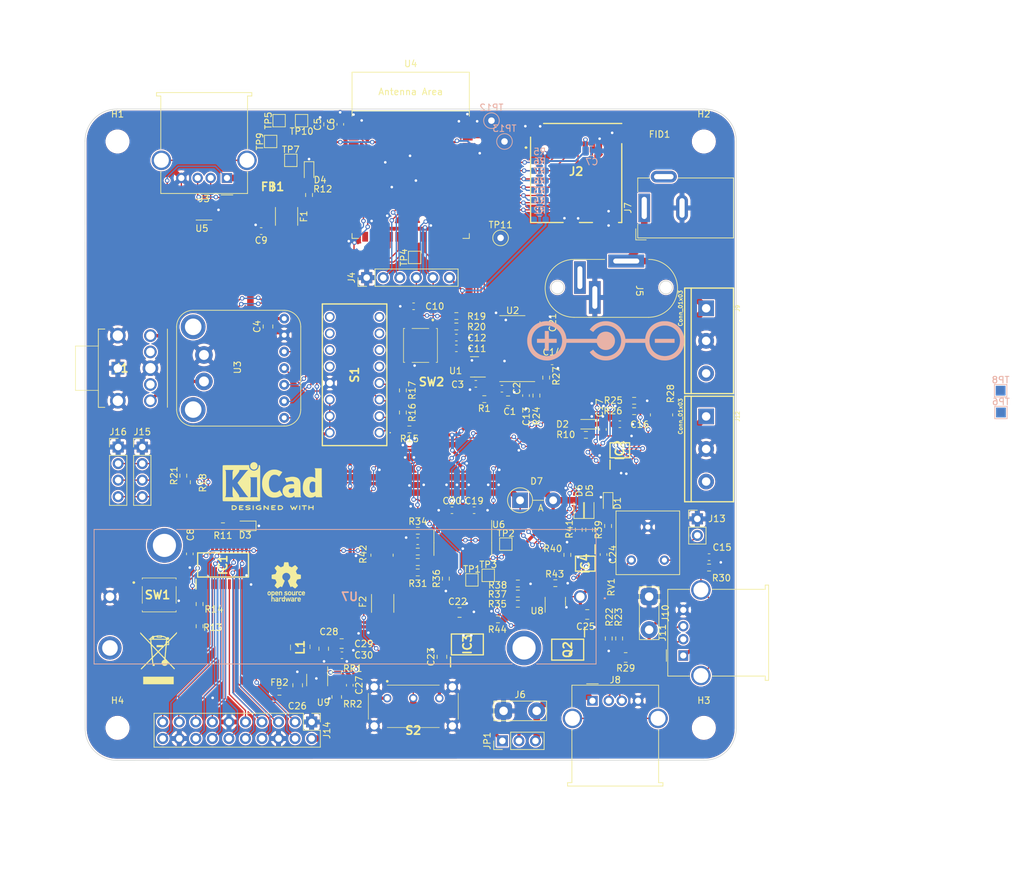
<source format=kicad_pcb>
(kicad_pcb (version 20211014) (generator pcbnew)
  (layers (0 "F.Cu" signal) (31 "B.Cu" power) (34 "B.Paste" user) (35 "F.Paste" user) (36 "B.SilkS" user "B.Silkscreen") (37 "F.SilkS" user "F.Silkscreen") (38 "B.Mask" user) (39 "F.Mask" user) (44 "Edge.Cuts" user))
  (net 0 "")
  (net 1 "GND")
  (net 2 "+VDC")
  (net 3 "+3V3")
  (net 4 "/POWER_MEASUREMENTS/mini_power_source")
  (net 5 "Net-(D1-Pad2)")
  (net 6 "VBUS")
  (net 7 "Net-(D2-Pad2)")
  (net 8 "Net-(D3-Pad2)")
  (net 9 "Net-(D4-Pad2)")
  (net 10 "Net-(F1-Pad1)")
  (net 11 "Net-(IC1-Pad3)")
  (net 12 "Net-(D5-Pad1)")
  (net 13 "+5V")
  (net 14 "Power_in-")
  (net 15 "D-")
  (net 16 "D+")
  (net 17 "Net-(D6-Pad1)")
  (net 18 "/IRQ")
  (net 19 "+BATT")
  (net 20 "/A1")
  (net 21 "/POWER_MEASUREMENTS/mini_power_load")
  (net 22 "/POWER_MEASUREMENTS/source_vcc")
  (net 23 "/P15")
  (net 24 "/Vref")
  (net 25 "/A0")
  (net 26 "SCL")
  (net 27 "/POWER_MEASUREMENTS/ext_5v")
  (net 28 "Net-(J1-Pad2)")
  (net 29 "/POWER_MEASUREMENTS/load_vcc")
  (net 33 "/gain")
  (net 34 "SDA")
  (net 35 "TE")
  (net 36 "/POWER_MEASUREMENTS/D2-")
  (net 37 "/Power-IN-OUT-BMS/Set_charge_current")
  (net 38 "/Power-IN-OUT-BMS/low_batt_shutoff")
  (net 39 "/Power-IN-OUT-BMS/lin_reg")
  (net 40 "/Power-IN-OUT-BMS/buck_out")
  (net 41 "/POWER_MEASUREMENTS/D2+")
  (net 42 "/POWER_MEASUREMENTS/ADC_CH3")
  (net 43 "Power_in+")
  (net 44 "ADC_CH4")
  (net 45 "/POWER_MEASUREMENTS/ADC_CH1")
  (net 46 "/BOOT")
  (net 47 "/EN")
  (net 48 "3v3_enable")
  (net 49 "/Power-IN-OUT-BMS/buck/inductor_buck")
  (net 50 "/Power-IN-OUT-BMS/Drains")
  (net 51 "/GPIO_06")
  (net 52 "/GPIO_15")
  (net 53 "/GPIO_16")
  (net 54 "/POWER_MEASUREMENTS/ADC_CH6")
  (net 59 "/Power-IN-OUT-BMS/buck/buck_input_filtered")
  (net 60 "/P0")
  (net 63 "/POWER_MEASUREMENTS/ADC_CH5")
  (net 64 "/POWER_MEASUREMENTS/ADC_CH0")
  (net 65 "/GPIO_03")
  (net 66 "/GPIO_46")
  (net 67 "/GPIO_09")
  (net 68 "/BCLK")
  (net 69 "/DATA_IN")
  (net 70 "/GPIO_12")
  (net 71 "/GPIO_13")
  (net 72 "/GPIO_14")
  (net 73 "/GPIO_21")
  (net 74 "/GPIO_47")
  (net 75 "/GPIO_48")
  (net 76 "/GPIO_45")
  (net 77 "/GPIO_35")
  (net 78 "/GPIO_36")
  (net 79 "/GPIO_37")
  (net 80 "/GPIO_38")
  (net 81 "/GPIO_39")
  (net 82 "/GPIO_40")
  (net 83 "/GPIO_41")
  (net 84 "/GPIO_42")
  (net 85 "UART0_RX")
  (net 86 "UART0_TX")
  (net 87 "/GPIO_02")
  (net 88 "/GPIO_01")
  (net 90 "Net-(IC4-Pad3)")
  (net 91 "Net-(IC4-Pad4)")
  (net 92 "Net-(IC4-Pad8)")
  (net 94 "Net-(R31-Pad2)")
  (net 95 "Net-(R22-Pad2)")
  (net 96 "/POWER_MEASUREMENTS/ADC_CH2")
  (net 97 "Net-(C15-Pad1)")
  (net 98 "Net-(C27-Pad2)")
  (net 109 "unconnected-(J3-Pad5)")
  (net 111 "unconnected-(J8-Pad5)")
  (net 113 "Net-(J13-Pad2)")
  (net 114 "Net-(R25-Pad2)")
  (net 115 "Net-(R32-Pad2)")
  (net 116 "Net-(R35-Pad1)")
  (net 117 "Net-(R16-Pad2)")
  (net 118 "Net-(R17-Pad1)")
  (net 119 "Net-(R27-Pad1)")
  (net 120 "Net-(R24-Pad1)")
  (net 121 "Net-(R34-Pad2)")
  (net 122 "/P1")
  (net 123 "/P2")
  (net 124 "/P3")
  (net 125 "/P4")
  (net 126 "/P5")
  (net 127 "/P6")
  (net 128 "/P7")
  (net 129 "/P8")
  (net 130 "/P9")
  (net 131 "/P10")
  (net 132 "/P11")
  (net 133 "/P12")
  (net 134 "/P13")
  (net 135 "/P14")
  (net 136 "/GPIO_04")
  (net 137 "/GPIO_05")
  (net 138 "Net-(U6-Pad12)")
  (net 139 "Net-(U6-Pad14)")
  (net 140 "/GPIO_07")
  (net 141 "/GPIO_08")
  (net 142 "Net-(U6-Pad13)")
  (footprint "Resistor_SMD:R_0603_1608Metric_Pad0.98x0.95mm_HandSolder" (layer "F.Cu") (at 79.85 139.4625)
    (fp_text reference "FB2")
    (fp_text value "FerriteBead_Small")
  )
  (footprint "Connectors:SCREWTERMINAL-5MM-3" (layer "F.Cu") (at 145.35042 97.20001 -90)
    (fp_text reference "J12")
    (fp_text value "Conn_01x03")
  )
  (footprint "Package_SO:SOIC-14_3.9x8.7mm_P1.27mm" (layer "F.Cu") (at 108 116.6 -90)
    (fp_text reference "U6")
    (fp_text value "LM324")
  )
  (footprint "Resistor_SMD:R_0805_2012Metric_Pad1.20x1.40mm_HandSolder" (layer "F.Cu") (at 88.65 136.4625 -90)
    (fp_text reference "RR1")
    (fp_text value "91k")
  )
  (footprint "Capacitor_SMD:C_0603_1608Metric_Pad1.08x0.95mm_HandSolder" (layer "F.Cu") (at 145.8 118.8)
    (fp_text reference "C15")
    (fp_text value "100n")
  )
  (footprint "Capacitor_SMD:C_0603_1608Metric_Pad1.08x0.95mm_HandSolder" (layer "F.Cu") (at 117.7 94 -90)
    (fp_text reference "C13")
    (fp_text value "100n")
  )
  (footprint "Resistor_SMD:R_0603_1608Metric_Pad0.98x0.95mm_HandSolder" (layer "F.Cu") (at 107.0125 81.8)
    (fp_text reference "R19")
    (fp_text value "10k")
  )
  (footprint "TestPoint:TestPoint_Pad_1.5x1.5mm" (layer "F.Cu") (at 100.6 72.8 90)
    (fp_text reference "TP4")
    (fp_text value "TestPoint")
  )
  (footprint "Resistor_SMD:R_0603_1608Metric_Pad0.98x0.95mm_HandSolder" (layer "F.Cu") (at 116.45 125.96)
    (fp_text reference "R35")
    (fp_text value "10k")
  )
  (footprint "Capacitor_SMD:C_0805_2012Metric_Pad1.18x1.45mm_HandSolder" (layer "F.Cu") (at 104.8 134.1 90)
    (fp_text reference "C23")
    (fp_text value "1u")
  )
  (footprint "Connector_PinHeader_2.54mm:PinHeader_1x04_P2.54mm_Vertical" (layer "F.Cu") (at 55.1 101.9)
    (fp_text reference "J16")
    (fp_text value "I2C")
  )
  (footprint "LED_SMD:LED_0603_1608Metric_Pad1.05x0.95mm_HandSolder" (layer "F.Cu") (at 74.6 114 180)
    (fp_text reference "D3")
    (fp_text value "Green")
  )
  (footprint "SamacSys_Parts:BEADC4516X185N" (layer "F.Cu") (at 78.8 61.95)
    (fp_text reference "FB1")
    (fp_text value "HI1806T600R-10" hide)
  )
  (footprint "Resistor_SMD:R_0603_1608Metric_Pad0.98x0.95mm_HandSolder" (layer "F.Cu") (at 119.3 94 90)
    (fp_text reference "R24")
    (fp_text value "10k")
  )
  (footprint "Package_TO_SOT_SMD:SOT-23" (layer "F.Cu") (at 122.2 125.6 90)
    (fp_text reference "U8")
    (fp_text value "APX810S05")
  )
  (footprint "LED_SMD:LED_0603_1608Metric_Pad1.05x0.95mm_HandSolder" (layer "F.Cu") (at 130.3 110.55 -90)
    (fp_text reference "D1")
    (fp_text value "Green")
  )
  (footprint "Package_TO_SOT_SMD:SOT-23" (layer "F.Cu") (at 109.8 89.6 180)
    (fp_text reference "U1")
    (fp_text value "LM4040DBZ-3")
  )
  (footprint "Connector_PinHeader_2.54mm:PinHeader_2x10_P2.54mm_Vertical" (layer "F.Cu") (at 84.8 144.1 -90)
    (fp_text reference "J14")
    (fp_text value "Conn_02x10_Odd_Even")
  )
  (footprint "TestPoint:TestPoint_2Pads_Pitch5.08mm_Drill1.3mm" (layer "F.Cu") (at 136.6 124.86 -90)
    (fp_text reference "J10")
    (fp_text value "Conn_01x02")
  )
  (footprint "Package_TO_SOT_SMD:SOT-23-6_Handsoldering" (layer "F.Cu") (at 85.65 137.6625 -90)
    (fp_text reference "U9")
    (fp_text value "DIO6012BCST6")
  )
  (footprint "Capacitor_SMD:C_0603_1608Metric_Pad1.08x0.95mm_HandSolder" (layer "F.Cu") (at 90.65 138.4625 -90)
    (fp_text reference "C27")
    (fp_text value "22p optional")
  )
  (footprint "Symbol:WEEE-Logo_5.6x8mm_SilkScreen" (layer "F.Cu") (at 61.3 134.3)
    (fp_text reference "FID4" hide)
    (fp_text value "Fiducial" hide)
  )
  (footprint "Espressif:ESP32-S3-WROOM-1" (layer "F.Cu") (at 100 60.12)
    (fp_text reference "U4")
    (fp_text value "ESP32-S3-WROOM-1")
  )
  (footprint "Connector_PinHeader_2.54mm:PinHeader_1x02_P2.54mm_Vertical" (layer "F.Cu") (at 144 112.925)
    (fp_text reference "J13")
    (fp_text value "Conn_01x02")
  )
  (footprint "Capacitor_SMD:C_0603_1608Metric_Pad1.08x0.95mm_HandSolder" (layer "F.Cu") (at 66.1 118.3 90)
    (fp_text reference "C8")
    (fp_text value "100n")
  )
  (footprint "Z_mycustom_footprint_lib:DC plug jack 5.5-2.5mm" (layer "F.Cu") (at 129.53 78.178 -90)
    (fp_text reference "J5")
    (fp_text value "Barrel_Jack_Switch")
    (fp_circle (center -0.778 -9.652) (end 0.222 -9.652) (layer "Edge.Cuts") (width 0.12) (fill none))
    (fp_circle (center -0.778 7) (end 0.222 7) (layer "Edge.Cuts") (width 0.12) (fill none))
  )
  (footprint "Fuse:Fuse_1812_4532Metric" (layer "F.Cu") (at 80.95 66.5 -90)
    (fp_text reference "F1")
    (fp_text value "1.5 A")
  )
  (footprint "Capacitor_SMD:C_0603_1608Metric_Pad1.08x0.95mm_HandSolder" (layer "F.Cu") (at 129.5 99.2 90)
    (fp_text reference "C17")
    (fp_text value "100n")
  )
  (footprint "Resistor_SMD:R_0805_2012Metric" (layer "F.Cu") (at 133 134.2 180)
    (fp_text reference "R29")
    (fp_text value "30m")
  )
  (footprint "Capacitor_SMD:C_0603_1608Metric_Pad1.08x0.95mm_HandSolder" (layer "F.Cu") (at 89.2 52.37 90)
    (fp_text reference "C6")
    (fp_text value "100n")
  )
  (footprint "SamacSys_Parts:PTS526SK15SMTR2LFS" (layer "F.Cu") (at 101.5 86.3 -90)
    (fp_text reference "SW2")
    (fp_text value "MCU_RESET" hide)
  )
  (footprint "SamacSys_Parts:MEM20510019500A" (layer "F.Cu") (at 125.4 59.6 180)
    (fp_text reference "J2")
    (fp_text value "MEM2051-00-195-00-A" hide)
  )
  (footprint "Resistor_SMD:R_0603_1608Metric_Pad0.98x0.95mm_HandSolder" (layer "F.Cu") (at 67.6 129.4 90)
    (fp_text reference "R13")
    (fp_text value "10k")
  )
  (footprint "SamacSys_Parts:SOP50P490X110-10N" (layer "F.Cu") (at 132.1 102.4 90)
    (fp_text reference "IC2")
    (fp_text value "INA2181A4QDGSRQ1" hide)
  )
  (footprint "Resistor_SMD:R_0603_1608Metric_Pad0.98x0.95mm_HandSolder" (layer "F.Cu") (at 132 131.2875 -90)
    (fp_text reference "R23")
    (fp_text value "10k")
  )
  (footprint "Resistor_SMD:R_0603_1608Metric_Pad0.98x0.95mm_HandSolder" (layer "F.Cu") (at 124.05 118.45 -90)
    (fp_text reference "R40")
    (fp_text value "10k")
  )
  (footprint "Symbol:KiCad-Logo2_6mm_SilkScreen" (layer "F.Cu") (at 78.792514 107.204848)
    (fp_text reference "FID2" hide)
    (fp_text value "Fiducial" hide)
  )
  (footprint "Capacitor_SMD:C_0603_1608Metric_Pad1.08x0.95mm_HandSolder" (layer "F.Cu") (at 110 92.2)
    (fp_text reference "C3")
    (fp_text value "100n")
  )
  (footprint "Resistor_SMD:R_0603_1608Metric_Pad0.98x0.95mm_HandSolder" (layer "F.Cu") (at 116.45 124.4)
    (fp_text reference "R37")
    (fp_text value "10k")
  )
  (footprint "SamacSys_Parts:DS01C254S08BE" (layer "F.Cu") (at 95.2 99.7 90)
    (fp_text reference "S1")
    (fp_text value "DS01C-254-S-08BE" hide)
  )
  (footprint "SamacSys_Parts:SOIC127P600X175-8N" (layer "F.Cu") (at 124.1 133 -90)
    (fp_text reference "Q2")
    (fp_text value "DMG9933USD-13" hide)
  )
  (footprint "Connectors:SCREWTERMINAL-5MM-3" (layer "F.Cu") (at 145.35042 80.60001 -90)
    (fp_text reference "J9")
    (fp_text value "Conn_01x03")
  )
  (footprint "Connector_BarrelJack:BarrelJack_Wuerth_6941xx301002" (layer "F.Cu") (at 135.85 65.2 90)
    (fp_text reference "J7")
    (fp_text value "Barrel_Jack_Switch")
  )
  (footprint "Resistor_SMD:R_0603_1608Metric_Pad0.98x0.95mm_HandSolder" (layer "F.Cu") (at 113.4 128.35)
    (fp_text reference "R44")
    (fp_text value "10k")
  )
  (footprint "LED_SMD:LED_0603_1608Metric_Pad1.05x0.95mm_HandSolder" (layer "F.Cu") (at 126.9 98.4 180)
    (fp_text reference "D2")
    (fp_text value "Green")
  )
  (footprint "Resistor_SMD:R_0603_1608Metric_Pad0.98x0.95mm_HandSolder" (layer "F.Cu") (at 120.8 91.25 90)
    (fp_text reference "R27")
    (fp_text value "10k")
  )
  (footprint "Capacitor_SMD:C_0603_1608Metric_Pad1.08x0.95mm_HandSolder" (layer "F.Cu") (at 107.0125 86.75)
    (fp_text reference "C11")
    (fp_text value "DNP")
  )
  (footprint "TestPoint:TestPoint_Pad_1.5x1.5mm" (layer "F.Cu") (at 81.6 57.9)
    (fp_text reference "TP7")
    (fp_text value "TestPoint")
  )
  (footprint "Resistor_SMD:R_0603_1608Metric_Pad0.98x0.95mm_HandSolder" (layer "F.Cu") (at 84.4 63.2125 -90)
    (fp_text reference "R12")
    (fp_text value "330")
  )
  (footprint "SamacSys_Parts:SOP65P640X120-24N" (layer "F.Cu") (at 71.2 120 90)
    (fp_text reference "IC1")
    (fp_text value "XRA1203IG24TR-F" hide)
  )
  (footprint "Connector_USB:USB_A_Molex_67643_Horizontal" (layer "F.Cu") (at 141.84 133.9 90)
    (fp_text reference "J11")
    (fp_text value "USB_A")
  )
  (footprint "Resistor_SMD:R_0603_1608Metric_Pad0.98x0.95mm_HandSolder" (layer "F.Cu") (at 66.7 107.3 90)
    (fp_text reference "R18")
    (fp_text value "10k")
  )
  (footprint "Resistor_SMD:R_0603_1608Metric_Pad0.98x0.95mm_HandSolder" (layer "F.Cu") (at 145.8 120.4 180)
    (fp_text reference "R30")
    (fp_text value "1Meg")
  )
  (footprint "Capacitor_SMD:C_0603_1608Metric" (layer "F.Cu") (at 89.45 133.8625)
    (fp_text reference "C30")
    (fp_text value "100n")
  )
  (footprint "Capacitor_SMD:C_0805_2012Metric_Pad1.18x1.45mm_HandSolder" (layer "F.Cu") (at 107.5 127.3)
    (fp_text reference "C22")
    (fp_text value "1u")
  )
  (footprint "TestPoint:TestPoint_Pad_1.5x1.5mm" (layer "F.Cu") (at 109.4 122.3)
    (fp_text reference "TP1")
    (fp_text value "TestPoint")
  )
  (footprint "Resistor_SMD:R_0603_1608Metric_Pad0.98x0.95mm_HandSolder" (layer "F.Cu") (at 130.4 131.2875 90)
    (fp_text reference "R22")
    (fp_text value "10k")
  )
  (footprint "SamacSys_Parts:PTS526SK15SMTR2LFS" (layer "F.Cu") (at 61.4 124.6)
    (fp_text reference "SW1")
    (fp_text value "GPIO_RESET" hide)
  )
  (footprint "Connector_USB:USB_A_Molex_67643_Horizontal" (layer "F.Cu") (at 71.8 60.6 180)
    (fp_text reference "J3")
    (fp_text value "USB_A")
  )
  (footprint "Capacitor_SMD:C_0603_1608Metric_Pad1.08x0.95mm_HandSolder" (layer "F.Cu") (at 106.3375 111.6)
    (fp_text reference "C20")
    (fp_text value "100n")
  )
  (footprint "Resistor_SMD:R_0603_1608Metric_Pad0.98x0.95mm_HandSolder" (layer "F.Cu") (at 134.3 96.4)
    (fp_text reference "R26")
    (fp_text value "100k")
  )
  (footprint "TestPoint:TestPoint_Pad_1.5x1.5mm" (layer "F.Cu") (at 78.5 55 90)
    (fp_text reference "TP9")
    (fp_text value "TestPoint")
  )
  (footprint "Resistor_SMD:R_0612_1632Metric_Pad1.18x3.40mm_HandSolder" (layer "F.Cu") (at 95.6 118.5 -90)
    (fp_text reference "R42")
    (fp_text value "5m")
  )
  (footprint "Capacitor_SMD:C_0603_1608Metric_Pad1.08x0.95mm_HandSolder" (layer "F.Cu") (at 114 92.95 180)
    (fp_text reference "C2")
    (fp_text value "100n")
  )
  (footprint "MountingHole:MountingHole_3.2mm_M3" (layer "F.Cu") (at 55 145)
    (fp_text reference "H4")
    (fp_text value "MountingHole_Pad")
  )
  (footprint "Resistor_SMD:R_0603_1608Metric_Pad0.98x0.95mm_HandSolder" (layer "F.Cu") (at 98.8 96.6 -90)
    (fp_text reference "R16")
    (fp_text value "100k")
  )
  (footprint "Resistor_SMD:R_0603_1608Metric_Pad0.98x0.95mm_HandSolder" (layer "F.Cu") (at 134.3 94.8 180)
    (fp_text reference "R25")
    (fp_text value "10k")
  )
  (footprint "Connector_PinHeader_2.54mm:PinHeader_1x03_P2.54mm_Vertical" (layer "F.Cu") (at 114.075 147 90)
    (fp_text reference "JP1")
    (fp_text value "Jumper_3_Open")
  )
  (footprint "Z_mycustom_footprint_lib:Adafruit MAX98357 I2S Class-D Mono" (layer "F.Cu") (at 74.235 89.8 90)
    (fp_text reference "U3")
    (fp_text value "Adafruit_MAX98357")
  )
  (footprint "Resistor_SMD:R_0603_1608Metric_Pad0.98x0.95mm_HandSolder" (layer "F.Cu") (at 98.8 93.2 -90)
    (fp_text reference "R17")
    (fp_text value "100k")
  )
  (footprint "SamacSys_Parts:EG1224" (layer "F.Cu") (at 96.4 140.4525)
    (fp_text reference "S2")
    (fp_text value "EG1224  SPDT switch" hide)
  )
  (footprint "LED_SMD:LED_0603_1608Metric_Pad1.05x0.95mm_HandSolder" (layer "F.Cu") (at 84.4 59.7625 -90)
    (fp_text reference "D4")
    (fp_text value "Green")
  )
  (footprint "Resistor_SMD:R_0603_1608Metric_Pad0.98x0.95mm_HandSolder" (layer "F.Cu") (at 67.6 126 -90)
    (fp_text reference "R14")
    (fp_text value "10k")
  )
  (footprint "SamacSys_Parts:NRH3012T220MNV" (layer "F.Cu") (at 83.05 132.6625 90)
    (fp_text reference "L1")
    (fp_text value "NRH3012T2R2MN  2,2uH" hide)
  )
  (footprint "MountingHole:MountingHole_3.2mm_M3" (layer "F.Cu") (at 145 145)
    (fp_text reference "H3")
    (fp_text value "MountingHole_Pad")
  )
  (footprint "Capacitor_SMD:C_0603_1608Metric_Pad1.08x0.95mm_HandSolder" (layer "F.Cu") (at 100.45 80.3 180)
    (fp_text reference "C10")
    (fp_text value "100n")
  )
  (footprint "Capacitor_SMD:C_0805_2012Metric" (layer "F.Cu") (at 86.65 132.8625 -90)
    (fp_text reference "C28")
    (fp_text value "22u")
  )
  (footprint "Capacitor_SMD:C_0805_2012Metric" (layer "F.Cu") (at 82.65 138.4625 90)
    (fp_text reference "C26")
    (fp_text value "22u")
  )
  (footprint "Capacitor_SMD:C_0603_1608Metric_Pad1.08x0.95mm_HandSolder" (layer "F.Cu") (at 109.7375 111.6)
    (fp_text reference "C19")
    (fp_text value "1u")
  )
  (footprint "Resistor_SMD:R_0603_1608Metric_Pad0.98x0.95mm_HandSolder" (layer "F.Cu") (at 101.0875 119.55)
    (fp_text reference "R32" hide)
    (fp_text value "100k")
  )
  (footprint "TestPoint:TestPoint_Pad_1.5x1.5mm" (layer "F.Cu") (at 111.9 121.6)
    (fp_text reference "TP3")
    (fp_text value "TestPoint")
  )
  (footprint "Capacitor_SMD:C_0603_1608Metric_Pad1.08x0.95mm_HandSolder" (layer "F.Cu") (at 129.6 118.4 -90)
    (fp_text reference "C24")
    (fp_text value "1u")
  )
  (footprint "Capacitor_SMD:C_0603_1608Metric_Pad1.08x0.95mm_HandSolder" (layer "F.Cu") (at 121.7 88.75)
    (fp_text reference "C14")
    (fp_text value "100n")
  )
  (footprint "TestPoint:TestPoint_Pad_1.5x1.5mm" (layer "F.Cu") (at 114.6 116.8)
    (fp_text reference "TP2")
    (fp_text value "TestPoint")
  )
  (footprint "LED_SMD:LED_0603_1608Metric_Pad1.05x0.95mm_HandSolder" (layer "F.Cu") (at 127.4 111.2 90)
    (fp_text reference "D5")
    (fp_text value "LED_Small")
  )
  (footprint "Resistor_SMD:R_0603_1608Metric_Pad0.98x0.95mm_HandSolder" (layer "F.Cu") (at 130.3 114.02 -90)
    (fp_text reference "R9" hide)
    (fp_text value "4k7")
  )
  (footprint "Connector_USB:USB_A_Molex_67643_Horizontal" (layer "F.Cu") (at 127.9 140.84)
    (fp_text reference "J8")
    (fp_text value "USB_A")
  )
  (footprint "Connector_PinHeader_2.54mm:PinHeader_1x06_P2.54mm_Vertical" (layer "F.Cu") (at 93.25 75.9 90)
    (fp_text reference "J4")
    (fp_text value "Conn_01x06")
  )
  (footprint "Resistor_SMD:R_0603_1608Metric_Pad0.98x0.95mm_HandSolder" (layer "F.Cu") (at 101.0875 117.95)
    (fp_text reference "R33" hide)
    (fp_text value "10k")
  )
  (footprint "Resistor_SMD:R_0603_1608Metric_Pad0.98x0.95mm_HandSolder" (layer "F.Cu") (at 122.2 122.8 180)
    (fp_text reference "R43")
    (fp_text value "10k")
  )
  (footprint "Potentiometer_THT:Potentiometer_Bourns_3386F_Vertical" (layer "F.Cu") (at 138.94 119.255 90)
    (fp_text reference "RV1")
    (fp_text value "R_Potentiometer")
  )
  (footprint "Resistor_SMD:R_0603_1608Metric_Pad0.98x0.95mm_HandSolder" (layer "F.Cu") (at 116.45 122.85 180)
    (fp_text reference "R38")
    (fp_text value "10k")
  )
  (footprint "Capacitor_SMD:C_0805_2012Metric_Pad1.18x1.45mm_HandSolder" (layer "F.Cu") (at 127.1 127.6)
    (fp_text reference "C25")
    (fp_text value "22u")
  )
  (footprint "Resistor_SMD:R_0603_1608Metric_Pad0.98x0.95mm_HandSolder" (layer "F.Cu") (at 126.895 100.03)
    (fp_text reference "R10")
    (fp_text value "330")
  )
  (footprint "Resistor_SMD:R_0603_1608Metric_Pad0.98x0.95mm_HandSolder" (layer "F.Cu") (at 65.1 106.3 90)
    (fp_text reference "R21")
    (fp_text value "10k")
  )
  (footprint "Capacitor_SMD:C_0603_1608Metric_Pad1.08x0.95mm_HandSolder" (layer "F.Cu") (at 107.0125 85.1)
    (fp_text reference "C12")
    (fp_text value "100n")
  )
  (footprint "Resistor_SMD:R_0603_1608Metric_Pad0.98x0.95mm_HandSolder" (layer "F.Cu") (at 105.4 122.1 90)
    (fp_text reference "R36")
    (fp_text value "100k")
  )
  (footprint "Resistor_SMD:R_0805_2012Metric_Pad1.20x1.40mm_HandSolder" (layer "F.Cu") (at 88.65 140.2625 -90)
    (fp_text reference "RR2")
    (fp_text value "20k")
  )
  (footprint "SamacSys_Parts:STX31205B" (layer "F.Cu") (at 55.05 89.8)
    (fp_text reference "J1")
    (fp_text value "STX-3120-5B" hide)
  )
  (footprint "Capacitor_SMD:C_0603_1608Metric_Pad1.08x0.95mm_HandSolder" (layer "F.Cu") (at 101.075 116.35 180)
    (fp_text reference "C18" hide)
    (fp_text value "100n")
  )
  (footprint "Capacitor_SMD:C_0805_2012Metric" (layer "F.Cu") (at 78.1 83.4 90)
    (fp_text reference "C4")
    (fp_text value "10u")
  )
  (footprint "MountingHole:MountingHole_3.2mm_M3" (layer "F.Cu") (at 145 55)
    (fp_text reference "H2")
    (fp_text value "MountingHole_Pad")
  )
  (footprint "Resistor_SMD:R_0603_1608Metric_Pad0.98x0.95mm_HandSolder" (layer "F.Cu") (at 125.8 114.6 -90)
    (fp_text reference "R41")
    (fp_text value "470")
  )
  (footprint "Resistor_SMD:R_0603_1608Metric_Pad0.98x0.95mm_HandSolder" (layer "F.Cu") (at 101.0875 121.15)
    (fp_text reference "R31")
    (fp_text value "1k")
  )
  (footprint "Capacitor_SMD:C_0603_1608Metric_Pad1.08x0.95mm_HandSolder" (layer "F.Cu") (at 77.05 68.75 180)
    (fp_text reference "C9")
    (fp_text value "1u")
  )
  (footprint "SamacSys_Parts:SOP50P490X110-10N" (layer "F.Cu") (at 126.8 119.8 -90)
    (fp_text reference "IC4")
    (fp_text value "MCP73834T-FCI_UN" hide)
  )
  (footprint "Fiducial:Fiducial_0.5mm_Mask1mm" (layer "F.Cu") (at 138.2 55.4)
    (fp_text reference "FID1")
    (fp_text value "Fiducial")
  )
  (footprint "Package_SO:SOIC-16_3.9x9.9mm_P1.27mm" (layer "F.Cu") (at 115.6 86.8 180)
    (fp_text reference "U2")
    (fp_text value "MCP3208")
  )
  (footprint "Capacitor_SMD:C_0805_2012Metric" (layer "F.Cu") (at 89.4 132.0625)
    (fp_text reference "C29")
    (fp_text value "22u")
  )
  (footprint "TestPoint:TestPoint_THTPad_D2.0mm_Drill1.0mm" (layer "F.Cu") (at 113.8 69.8)
    (fp_text reference "TP11")
    (fp_text value "TestPoint")
  )
  (footprint "Resistor_SMD:R_0603_1608Metric_Pad0.98x0.95mm_HandSolder" (layer "F.Cu") (at 71.18 114.06 180)
    (fp_text reference "R11")
    (fp_text value "330")
  )
  (footprint "Resistor_SMD:R_0603_1608Metric_Pad0.98x0.95mm_HandSolder" (layer "F.Cu") (at 111.3 94.55 180)
    (fp_text reference "R1")
    (fp_text value "1k")
  )
  (footprint "Fuse:Fuse_1812_4532Metric" (layer "F.Cu") (at 95.7 125.9 -90)
    (fp_text reference "F2")
    (fp_text value "1.5 A")
  )
  (footprint "TestPoint:TestPoint_Pad_1.5x1.5mm" (layer "F.Cu") (at 83.25 51.8 180)
    (fp_text reference "TP10")
    (fp_text value "TestPoint")
  )
  (footprint "Resistor_SMD:R_0612_1632Metric_Pad1.18x3.40mm_HandSolder" (layer "F.Cu") (at 138.5 96.9625 -90)
    (fp_text reference "R28")
    (fp_text value "5m")
  )
  (footprint "MountingHole:MountingHole_3.2mm_M3" (layer "F.Cu") (at 55 55)
    (fp_text reference "H1")
    (fp_text value "MountingHole_Pad")
  )
  (footprint "Resistor_SMD:R_0603_1608Metric_Pad0.98x0.95mm_HandSolder" (layer "F.Cu") (at 107.0125 83.4 180)
    (fp_text reference "R20")
    (fp_text value "100k")
  )
  (footprint "Capacitor_SMD:C_0805_2012Metric" (layer "F.Cu") (at 114.95 94.8)
    (fp_text reference "C1")
    (fp_text value "10u")
  )
  (footprint "Resistor_SMD:R_0603_1608Metric_Pad0.98x0.95mm_HandSolder" (layer "F.Cu") (at 101.1 114.75)
    (fp_text reference "R34")
    (fp_text value "1k")
  )
  (footprint "Capacitor_SMD:C_0805_2012Metric_Pad1.18x1.45mm_HandSolder" (layer "F.Cu") (at 87.4 52.37 90)
    (fp_text reference "C5")
    (fp_text value "22u")
  )
  (footprint "Resistor_SMD:R_0603_1608Metric_Pad0.98x0.95mm_HandSolder" (layer "F.Cu") (at 99.8 99.2 180)
    (fp_text reference "R15")
    (fp_text value "10k")
  )
  (footprint "Connector_PinHeader_2.54mm:PinHeader_1x04_P2.54mm_Vertical" (layer "F.Cu") (at 58.8 101.9)
    (fp_text reference "J15")
    (fp_text value "I2C")
  )
  (footprint "Package_TO_SOT_SMD:SOT-23-5_HandSoldering" (layer "F.Cu") (at 67.95 65.45 180)
    (fp_text reference "U5")
    (fp_text value "D1213A-02SM")
  )
  (footprint "LED_SMD:LED_0603_1608Metric_Pad1.05x0.95mm_HandSolder" (layer "F.Cu") (at 125.8 111.2 90)
    (fp_text reference "D6")
    (fp_text value "LED_Small")
  )
  (footprint "TestPoint:TestPoint_Pad_1.5x1.5mm" (layer "F.Cu") (at 79.8 51.8 90)
    (fp_text reference "TP5")
    (fp_text value "TestPoint")
  )
  (footprint "TestPoint:TestPoint_2Pads_Pitch5.08mm_Drill1.3mm" (layer "F.Cu") (at 114.26 142.4)
    (fp_text reference "J6")
    (fp_text value "Conn_01x02")
  )
  (footprint "SamacSys_Parts:SOIC127P600X170-8N" (layer "F.Cu") (at 108.7 132.2 90)
    (fp_text reference "IC3")
    (fp_text value "AP2112M-3.3TRG1" hide)
  )
  (footprint "Diode_THT:D_DO-15_P5.08mm_Vertical_AnodeUp" (layer "F.Cu") (at 116.7875 110.0705)
    (fp_text reference "D7")
    (fp_text value "D_Shockley")
  )
  (footprint "Capacitor_SMD:C_0603_1608Metric_Pad1.08x0.95mm_HandSolder" (layer "F.Cu") (at 120.35 82.8 90)
    (fp_text reference "C21")
    (fp_text value "100n")
  )
  (footprint "Resistor_SMD:R_0603_1608Metric_Pad0.98x0.95mm_HandSolder" (layer "F.Cu") (at 127.4 114.6 -90)
    (fp_text reference "R39")
    (fp_text value "470")
  )
  (footprint "Symbol:OSHW-Logo_5.7x6mm_SilkScreen" (layer "F.Cu") (at 80.9 122.6)
    (fp_text reference "FID5" hide)
    (fp_text value "Fiducial" hide)
  )
  (footprint "Capacitor_SMD:C_0603_1608Metric_Pad1.08x0.95mm_HandSolder" (layer "F.Cu") (at 132.1 98.4)
    (fp_text reference "C16")
    (fp_text value "1u")
  )
  (footprint "TestPoint:TestPoint_THTPad_D2.0mm_Drill1.0mm" (layer "B.Cu") (at 112.4 51.8 180)
    (fp_text reference "TP12")
    (fp_text value "TestPoint")
  )
  (footprint "Resistor_SMD:R_0603_1608Metric_Pad0.98x0.95mm_HandSolder" (layer "B.Cu") (at 119.8 65.5 180)
    (fp_text reference "R4")
    (fp_text value "10k")
  )
  (footprint "Resistor_SMD:R_0603_1608Metric_Pad0.98x0.95mm_HandSolder" (layer "B.Cu") (at 119.8 67 180)
    (fp_text reference "R2")
    (fp_text value "10k")
  )
  (footprint "SamacSys_Parts:1043" (layer "B.Cu") (at 126.04 124.87 180)
    (fp_text reference "U7")
    (fp_text value "1043" hide)
  )
  (footprint "Capacitor_SMD:C_0805_2012Metric" (layer "B.Cu") (at 127.8 56.45)
    (fp_text reference "C7")
    (fp_text value "10u")
  )
  (footprint "TestPoint:TestPoint_Pad_1.5x1.5mm" (layer "B.Cu") (at 190.6 96.6 180)
    (fp_text reference "TP6")
    (fp_text value "TestPoint")
  )
  (footprint "Resistor_SMD:R_0603_1608Metric_Pad0.98x0.95mm_HandSolder" (layer "B.Cu") (at 119.8 64 180)
    (fp_text reference "R3")
    (fp_text value "10k")
  )
  (footprint "TestPoint:TestPoint_Pad_1.5x1.5mm" (layer "B.Cu") (at 190.55 93.25 180)
    (fp_text reference "TP8")
    (fp_text value "TestPoint")
  )
  (footprint "Resistor_SMD:R_0603_1608Metric_Pad0.98x0.95mm_HandSolder" (layer "B.Cu") (at 119.8 61 180)
    (fp_text reference "R7")
    (fp_text value "10k")
  )
  (footprint "Resistor_SMD:R_0603_1608Metric_Pad0.98x0.95mm_HandSolder" (layer "B.Cu") (at 119.8 62.5 180)
    (fp_text reference "R8")
    (fp_text value "10k")
  )
  (footprint "Resistor_SMD:R_0603_1608Metric_Pad0.98x0.95mm_HandSolder" (layer "B.Cu") (at 119.8 59.5 180)
    (fp_text reference "R6")
    (fp_text value "10k")
  )
  (footprint "Symbol:Polarity_Center_Positive_6mm_SilkScreen" (layer "B.Cu") (at 129.95 85.6 180)
    (fp_text reference "FID3" hide)
    (fp_text value "Fiducial" hide)
  )
  (footprint "TestPoint:TestPoint_THTPad_D2.0mm_Drill1.0mm" (layer "B.Cu") (at 114.4 55 180)
    (fp_text reference "TP13")
    (fp_text value "TestPoint")
  )
  (footprint "Resistor_SMD:R_0603_1608Metric_Pad0.98x0.95mm_HandSolder" (layer "B.Cu") (at 119.8 58 180)
    (fp_text reference "R5")
    (fp_text value "10k")
  )
  (gr_line (start 149.9616 145.105552) (end 149.9616 54.944997) (layer "Edge.Cuts") (width 0.1))
  (gr_arc (start 50.016884 54.944848) (mid 51.4604 51.4604) (end 54.944997 50.017243) (layer "Edge.Cuts") (width 0.1))
  (gr_arc (start 145.105552 50.016884) (mid 148.564794 51.464802) (end 149.9616 54.944997) (layer "Edge.Cuts") (width 0.1))
  (gr_arc (start 149.9616 145.105552) (mid 148.513864 148.564612) (end 145.034 149.9616) (layer "Edge.Cuts") (width 0.1))
  (gr_line (start 50.038 145.054603) (end 50.016884 54.944848) (layer "Edge.Cuts") (width 0.1))
  (gr_arc (start 54.894048 149.982716) (mid 51.434804 148.534799) (end 50.038 145.054603) (layer "Edge.Cuts") (width 0.1))
  (gr_line (start 145.034 149.9616) (end 54.894048 149.982716) (layer "Edge.Cuts") (width 0.1))
  (gr_line (start 54.944997 50.017243) (end 145.105552 50.016884) (layer "Edge.Cuts") (width 0.1))
  (segment (start 114.395 88.705) (end 114.4 88.7) (width 0.2) (layer "F.Cu") (net 1))
  (segment (start 108.75 51.86) (end 108.75 50.85) (width 0.2) (layer "F.Cu") (net 1))
  (segment (start 103.3625 133.0625) (end 104.8 133.0625) (width 0.5) (layer "F.Cu") (net 1))
  (segment (start 109.4 88.6) (end 110.6875 88.6) (width 0.2) (layer "F.Cu") (net 1))
  (segment (start 118.825 52.65) (end 117.6 52.65) (width 0.2) (layer "F.Cu") (net 1))
  (segment (start 85.65 134.8125) (end 86.65 133.8125) (width 0.5) (layer "F.Cu") (net 1))
  (segment (start 93.4 130.5) (end 93.5 130.4) (width 0.2) (layer "F.Cu") (net 1))
  (segment (start 89.2 51.5075) (end 89.2 50.55) (width 0.2) (layer "F.Cu") (net 1))
  (segment (start 85.52125 137.42125) (end 85.4 137.5425) (width 0.5) (layer "F.Cu") (net 1))
  (segment (start 129.5 98.3375) (end 129.5 97.2) (width 0.2) (layer "F.Cu") (net 1))
  (segment (start 117.7 94.8625) (end 117.7 96) (width 0.2) (layer "F.Cu") (net 1))
  (segment (start 99.85 116.35) (end 99.3 115.8) (width 0.2) (layer "F.Cu") (net 1))
  (segment (start 65.845 65.45) (end 64.8 64.405) (width 0.2) (layer "F.Cu") (net 1))
  (segment (start 108.065 129.5) (end 108.065 127.7725) (width 0.5) (layer "F.Cu") (net 1))
  (segment (start 146.6625 119.7375) (end 146.6625 120.35) (width 0.2) (layer "F.Cu") (net 1))
  (segment (start 99.65 89.3) (end 100.5 89.3) (width 0.2) (layer "F.Cu") (net 1))
  (segment (start 133.1 106) (end 133.1 104.6) (width 0.2) (layer "F.Cu") (net 1))
  (segment (start 78.1 84.35) (end 80.215 84.35) (width 0.5) (layer "F.Cu") (net 1))
  (segment (start 105.475 111.6) (end 104.3 111.6) (width 0.2) (layer "F.Cu") (net 1))
  (segment (start 87.4 51.3325) (end 86.1325 51.3325) (width 0.2) (layer "F.Cu") (net 1))
  (segment (start 90.35 133.7375) (end 90.225 133.8625) (width 0.2) (layer "F.Cu") (net 1))
  (segment (start 113.07 88.65) (end 113.125 88.705) (width 0.2) (layer "F.Cu") (net 1))
  (segment (start 85.65 136.3125) (end 85.65 134.8125) (width 0.5) (layer "F.Cu") (net 1))
  (segment (start 121.3625 81.9375) (end 120.35 81.9375) (width 0.2) (layer "F.Cu") (net 1))
  (segment (start 103.3 133) (end 103.3625 133.0625) (width 0.5) (layer "F.Cu") (net 1))
  (segment (start 110.6875 88.6) (end 110.7375 88.65) (width 0.2) (layer "F.Cu") (net 1))
  (segment (start 98.4 80.3) (end 99.5875 80.3) (width 0.2) (layer "F.Cu") (net 1))
  (segment (start 91.25 51.86) (end 91.25 50.9) (width 0.2) (layer "F.Cu") (net 1))
  (segment (start 64.4 126.45) (end 58.4 126.45) (width 0.2) (layer "F.Cu") (net 1))
  (segment (start 133.1 98.5375) (end 132.9625 98.4) (width 0.2) (layer "F.Cu") (net 1))
  (segment (start 124.05 117.5375) (end 125.7375 117.5375) (width 0.2) (layer "F.Cu") (net 1))
  (segment (start 82.65 136.45) (end 82.6 136.4) (width 0.5) (layer "F.Cu") (net 1))
  (segment (start 112.4 127.1) (end 112.4 128.2625) (width 0.5) (layer "F.Cu") (net 1))
  (segment (start 87.4 51.3325) (end 89.025 51.3325) (width 0.2) (layer "F.Cu") (net 1))
  (segment (start 128.985 54.59) (end 129 54.575) (width 0.2) (layer "F.Cu") (net 1))
  (segment (start 85.52125 137.42125) (end 85.65 137.2925) (width 0.5) (layer "F.Cu") (net 1))
  (segment (start 92 130.5) (end 93.4 130.5) (width 0.2) (layer "F.Cu") (net 1))
  (segment (start 111.9 107.7) (end 113.5 107.7) (width 0.2) (layer "F.Cu") (net 1))
  (segment (start 100.481468 103.5) (end 100.490734 103.490734) (width 0.2) (layer "F.Cu") (net 1))
  (segment (start 91.25 51.86) (end 92.39 51.86) (width 0.2) (layer "F.Cu") (net 1))
  (segment (start 99.65 80.3625) (end 99.65 83.3) (width 0.2) (layer "F.Cu") (net 1))
  (segment (start 119.85 52.65) (end 119.875 52.675) (width 0.2) (layer "F.Cu") (net 1))
  (segment (start 130.5375 119.2625) (end 130.6 119.2) (width 0.2) (layer "F.Cu") (net 1))
  (segment (start 99.9 60.98) (end 100.78 60.98) (width 0.2) (layer "F.Cu") (net 1))
  (segment (start 115.9 93.5) (end 115.9 94.8) (width 0.2) (layer "F.Cu") (net 1))
  (segment (start 110.7375 88.65) (end 113.07 88.65) (width 0.2) (layer "F.Cu") (net 1))
  (segment (start 114.555 82.355) (end 114.6 82.4) (width 0.2) (layer "F.Cu") (net 1))
  (segment (start 107.875 85.1) (end 109 85.1) (width 0.2) (layer "F.Cu") (net 1))
  (segment (start 125.8 118.7) (end 125.7 118.8) (width 0.2) (layer "F.Cu") (net 1))
  (segment (start 130.95 53.65) (end 130.925 53.675) (width 0.2) (layer "F.Cu") (net 1))
  (segment (start 107.875 86.75) (end 107.875 85.1) (width 0.2) (layer "F.Cu") (net 1))
  (segment (start 100.78 60.98) (end 100.8 61) (width 0.2) (layer "F.Cu") (net 1))
  (segment (start 124.675 66.799) (end 125.699 66.799) (width 0.2) (layer "F.Cu") (net 1))
  (segment (start 108.75 51.86) (end 107.44 51.86) (width 0.2) (layer "F.Cu") (net 1))
  (segment (start 108 119.075) (end 108 117.5) (width 0.2) (layer "F.Cu") (net 1))
  (segment (start 121.4 81.9) (end 121.3625 81.9375) (width 0.2) (layer "F.Cu") (net 1))
  (segment (start 115.9 93.5) (end 115.35 92.95) (width 0.2) (layer "F.Cu") (net 1))
  (segment (start 109.1375 93.0625) (end 109.1 93.1) (width 0.2) (layer "F.Cu") (net 1))
  (segment (start 132.6 104.6) (end 132.6 105.6) (width 0.2) (layer "F.Cu") (net 1))
  (segment (start 146.6625 118.8) (end 146.6625 119.7375) (width 0.2) (layer "F.Cu") (net 1))
  (segment (start 85.4 137.5425) (end 82.68 137.5425) (width 0.5) (layer "F.Cu") (net 1))
  (segment (start 131.975 53.65) (end 130.95 53.65) (width 0.2) (layer "F.Cu") (net 1))
  (segment (start 66.1 119.1625) (end 66.1 120.4) (width 0.2) (layer "F.Cu") (net 1))
  (segment (start 127.775 97.225) (end 127.8 97.2) (width 0.2) (layer "F.Cu") (net 1))
  (segment (start 105.4 123.0125) (end 105.4 124) (width 0.2) (layer "F.Cu") (net 1))
  (segment (start 128.1375 129.488) (end 128.1375 127.6) (width 0.5) (layer "F.Cu") (net 1))
  (segment (start 132.9625 98.4) (end 134.1 98.4) (width 0.2) (layer "F.Cu") (net 1))
  (segment (start 130.4 132.2) (end 130.4 133.2) (width 0.2) (layer "F.Cu") (net 1))
  (segment (start 133.1 100.2) (end 133.1 98.5375) (width 0.2) (layer "F.Cu") (net 1))
  (segment (start 124.675 66.799) (end 123.624 66.799) (width 0.2) (layer "F.Cu") (net 1))
  (segment (start 90.225 133.8625) (end 90.4375 133.8625) (width 0.2) (layer "F.Cu") (net 1))
  (segment (start 90.225 134.775) (end 90.2 134.8) (width 0.2) (layer "F.Cu") (net 1))
  (segment (start 97.1 58.18) (end 96.12 58.18) (width 0.2) (layer "F.Cu") (net 1))
  (segment (start 109.335 129.5) (end 109.335 128.0975) (width 0.5) (layer "F.Cu") (net 1))
  (segment (start 122.5625 88.75) (end 122.5625 89.7625) (width 0.2) (layer "F.Cu") (net 1))
  (segment (start 100.5 89.3) (end 100.6 89.4) (width 0.2) (layer "F.Cu") (net 1))
  (segment (start 107.44 51.86) (end 107.4 51.9) (width 0.2) (layer "F.Cu") (net 1))
  (segment (start 80.215 84.35) (end 80.585 84.72) (width 0.5) (layer "F.Cu") (net 1))
  (segment (start 113.125 82.355) (end 114.555 82.355) (width 0.2) (layer "F.Cu") (net 1))
  (segment (start 99.1505 103.5) (end 100.481468 103.5) (width 0.2) (layer "F.Cu") (net 1))
  (segment (start 86.1325 51.3325) (end 86.1 51.3) (width 0.2) (layer "F.Cu") (net 1))
  (segment (start 146.8 119.6) (end 147.6 119.6) (width 0.2) (layer "F.Cu") (net 1))
  (segment (start 112.4 128.2625) (end 112.4875 128.35) (width 0.5) (layer "F.Cu") (net 1))
  (segment (start 85.65 137.2925) (end 85.65 136.3125) (width 0.5) (layer "F.Cu") (net 1))
  (segment (start 82.65 137.5125) (end 82.65 136.45) (width 0.5) (layer "F.Cu") (net 1))
  (segment (start 99.65 89.3) (end 99.65 83.3) (width 0.2) (layer "F.Cu") (net 1))
  (segment (start 124.05 117.5375) (end 124.05 116.55) (width 0.2) (layer "F.Cu") (net 1))
  (segment (start 130.375 66.799) (end 130.375 67.9) (width 0.2) (layer "F.Cu") (net 1))
  (segment (start 108.065 129.5) (end 108.065 130.765) (width 0.5) (layer "F.Cu") (net 1))
  (segment (start 110.16 51.86) (end 110.2 51.9) (width 0.2) (layer "F.Cu") (net 1))
  (segment (start 125.7375 117.5375) (end 125.8 117.6) (width 0.2) (layer "F.Cu") (net 1))
  (segment (start 109.1375 92.2) (end 109.1375 93.0625) (width 0.2) (layer "F.Cu") (net 1))
  (segment (start 109.0625 86.75) (end 107.875 86.75) (width 0.2) (layer "F.Cu") (net 1))
  (segment (start 64.4 125.5) (end 64.4 126.45) (width 0.2) (layer "F.Cu") (net 1))
  (segment (start 132.6 105.6) (end 132.3 105.9) (width 0.2) (layer "F.Cu") (net 1))
  (segment (start 91.25 50.9) (end 91.225 50.875) (width 0.2) (layer "F.Cu") (net 1))
  (segment (start 105.5 107.7) (end 108.9 107.7) (width 0.2) (layer "F.Cu") (net 1))
  (segment (start 124.05 116.55) (end 124 116.5) (width 0.2) (layer "F.Cu") (net 1))
  (segment (start 108.5375 127.3) (end 108.5375 125.9625) (width 0.5) (layer "F.Cu") (net 1))
  (segment (start 76.1875 68.75) (end 76.1875 67.8125) (width 0.2) (layer "F.Cu") (net 1))
  (segment (start 89.025 51.3325) (end 89.2 51.5075) (width 0.2) (layer "F.Cu") (net 1))
  (segment (start 70.45 65.45) (end 70.5 65.5) (width 0.2) (layer "F.Cu") (net 1))
  (segment (start 127.8375 98.3375) (end 127.775 98.4) (width 0.2) (layer "F.Cu") (net 1))
  (segment (start 74.775 122.95) (end 74.775 121.625) (width 0.2) (layer "F.Cu") (net 1))
  (segment (start 108.5375 125.9625) (end 108.6 125.9) (width 0.5) (layer "F.Cu") (net 1))
  (segment (start 69.3 65.45) (end 70.45 65.45) (width 0.2) (layer "F.Cu") (net 1))
  (segment (start 84.4 58.8875) (end 84.4 57.7) (width 0.2) (layer "F.Cu") (net 1))
  (segment (start 146.6625 120.35) (end 146.7125 120.4) (width 0.2) (layer "F.Cu") (net 1))
  (segment (start 108.065 127.7725) (end 108.5375 127.3) (width 0.5) (layer "F.Cu") (net 1))
  (segment (start 75.45 122.95) (end 75.5 123) (width 0.2) (layer "F.Cu") (net 1))
  (segment (start 90.35 132.0625) (end 90.35 132.25) (width 0.2) (layer "F.Cu") (net 1))
  (segment (start 115.35 92.95) (end 114.8625 92.95) (width 0.2) (layer "F.Cu") (net 1))
  (segment (start 110.6 111.6) (end 111.8 111.6) (width 0.2) (layer "F.Cu") (net 1))
  (segment (start 125.699 66.799) (end 125.7 66.8) (width 0.2) (layer "F.Cu") (net 1))
  (segment (start 108.065 130.765) (end 108.1 130.8) (width 0.5) (layer "F.Cu") (net 1))
  (segment (start 99.9 58.18) (end 99.9 57.2) (width 0.2) (layer "F.Cu") (net 1))
  (segment (start 113.125 88.705) (end 114.395 88.705) (width 0.2) (layer "F.Cu") (net 1))
  (segment (start 99.8 107.8) (end 101.9 107.8) (width 0.2) (layer "F.Cu") (net 1))
  (segment (start 108.75 50.85) (end 108.7 50.8) (width 0.2) (layer "F.Cu") (net 1))
  (segment (start 130.375 66.799) (end 130.375 65.7) (width 0.2) (layer "F.Cu") (net 1))
  (segment (start 76.1875 67.8125) (end 76.2 67.8) (width 0.2) (layer "F.Cu") (net 1))
  (segment (start 128.985 55.739) (end 128.985 54.59) (width 0.2) (layer "F.Cu") (net 1))
  (segment (start 123.15 126.5375) (end 123.8625 126.5375) (width 0.2) (layer "F.Cu") (net 1))
  (segment (start 90.35 132.0625) (end 90.35 133.7375) (width 0.2) (layer "F.Cu") (net 1))
  (segment (start 86.65 133.8125) (end 86.65 134.75) (width 0.2) (layer "F.Cu") (net 1))
  (segment (start 108.5375 127.3) (end 109.6 127.3) (width 0.5) (layer "F.Cu") (net 1))
  (segment (start 109.335 128.0975) (end 108.5375 127.3) (width 0.5) (layer "F.Cu") (net 1))
  (segment (start 75.475 114) (end 76.7 114) (width 0.2) (layer "F.Cu") (net 1))
  (segment (start 123.1125 122.8) (end 124.1 122.8) (width 0.2) (layer "F.Cu") (net 1))
  (segment (start 74.775 121.625) (end 74.8 121.6) (width 0.2) (layer "F.Cu") (net 1))
  (segment (start 109.335 129.5) (end 109.335 130.765) (width 0.5) (layer "F.Cu") (net 1))
  (segment (start 129.5 98.3375) (end 127.8375 98.3375) (width 0.2) (layer "F.Cu") (net 1))
  (segment (start 97.1 60.98) (end 97.1 62) (width 0.2) (layer "F.Cu") (net 1))
  (segment (start 74.775 122.95) (end 75.45 122.95) (width 0.2) (layer "F.Cu") (net 1))
  (segment (start 89.2 50.55) (end 89.175 50.525) (width 0.2) (layer "F.Cu") (net 1))
  (segment (start 135.2125 94.8) (end 136.3 94.8) (width 0.2) (layer "F.Cu") (net 1))
  (segment (start 86.65 134.75) (end 86.7 134.8) (width 0.2) (layer "F.Cu") (net 1))
  (segment (start 99.5875 80.3) (end 99.65 80.3625) (width 0.2) (layer "F.Cu") (net 1))
  (segment (start 113.125 81.325) (end 113.1 81.3) (width 0.2) (layer "F.Cu") (net 1))
  (segment (start 101.9 107.8) (end 102 107.7) (width 0.2) (layer "F.Cu") (net 1))
  (segment (start 146.6625 119.7375) (end 146.8 119.6) (width 0.2) (layer "F.Cu") (net 1))
  (segment (start 90.225 133.8625) (end 90.225 134.775) (width 0.2) (layer "F.Cu") (net 1))
  (segment (start 89.5525 51.86) (end 89.2 51.5075) (width 0.7) (layer "F.Cu") (net 1))
  (segment (start 122.5625 89.7625) (end 122.6 89.8) (width 0.2) (layer "F.Cu") (net 1))
  (segment (start 127.775 98.4) (end 127.775 97.225) (width 0.2) (layer "F.Cu") (net 1))
  (segment (start 90.4375 133.8625) (end 91.2 133.1) (width 0.2) (layer "F.Cu") (net 1))
  (segment (start 118.825 52.65) (end 119.85 52.65) (width 0.2) (layer "F.Cu") (net 1))
  (segment (start 90.35 132.25) (end 91.2 133.1) (width 0.2) (layer "F.Cu") (net 1))
  (segment (start 88.2625 141.2625) (end 87.5 140.5) (width 0.4) (layer "F.Cu") (net 1))
  (segment (start 117.3625 122.85) (end 118.35 122.85) (width 0.2) (layer "F.Cu") (net 1))
  (segment (start 129.6 119.2625) (end 130.5375 119.2625) (width 0.2) (layer "F.Cu") (net 1))
  (segment (start 109.335 130.765) (end 109.3 130.8) (width 0.5) (layer "F.Cu") (net 1))
  (segment (start 125.8 117.6) (end 125.8 118.7) (width 0.2) (layer "F.Cu") (net 1))
  (segment (start 100.2125 116.35) (end 99.85 116.35) (width 0.2) (layer "F.Cu") (net 1))
  (segment (start 130.3 109.675) (end 129.275 109.675) (width 0.2) (layer "F.Cu") (net 1))
  (segment (start 100.7125 100.4875) (end 100.6 100.6) (width 0.2) (layer "F.Cu") (net 1))
  (segment (start 123.8625 126.5375) (end 123.9 126.5) (width 0.2) (layer "F.Cu") (net 1))
  (segment (start 91.25 51.86) (end 89.5525 51.86) (width 0.7) (layer "F.Cu") (net 1))
  (segment (start 113.125 82.355) (end 113.125 81.325) (width 0.2) (layer "F.Cu") (net 1))
  (segment (start 100.7125 99.2) (end 100.7125 100.4875) (width 0.2) (layer "F.Cu") (net 1))
  (segment (start 123.624 66.799) (end 123.6 66.775) (width 0.2) (layer "F.Cu") (net 1))
  (segment (start 82.68 137.5425) (end 82.65 137.5125) (width 0.5) (layer "F.Cu") (net 1))
  (segment (start 109.6 127.3) (end 109.7 127.2) (width 0.5) (layer "F.Cu") (net 1))
  (segment (start 96.12 58.18) (end 96.1 58.2) (width 0.2) (layer "F.Cu") (net 1))
  (segment (start 118.35 122.85) (end 118.4 122.9) (width 0.2) (layer "F.Cu") (net 1))
  (segment (start 69.3 65.45) (end 65.845 65.45) (width 0.2) (layer "F.Cu") (net 1))
  (segment (start 108.75 51.86) (end 110.16 51.86) (width 0.2) (layer "F.Cu") (net 1))
  (segment (start 88.65 141.2625) (end 88.2625 141.2625) (width 0.4) (layer "F.Cu") (net 1))
  (segment (start 64.8 64.405) (end 64.8 60.6) (width 0.2) (layer "F.Cu") (net 1))
  (segment (start 92.39 51.86) (end 92.475 51.775) (width 0.2) (layer "F.Cu") (net 1))
  (segment (start 133.1 100.2) (end 133.9 100.2) (width 0.2) (layer "F.Cu") (net 1))
  (segment (start 129.275 109.675) (end 129.2 109.6) (width 0.2) (layer "F.Cu") (net 1))
  (segment (start 128.2 129.5505) (end 128.1375 129.488) (width 0.5) (layer "F.Cu") (net 1))
  (via (at 76.2 67.8) (size 0.7) (drill 0.4) (layers "F.Cu" "B.Cu") (net 1))
  (via (at 110.2 51.9) (size 0.7) (drill 0.4) (layers "F.Cu" "B.Cu") (net 1))
  (via (at 129 103.2) (size 0.7) (drill 0.4) (layers "F.Cu" "B.Cu") (net 1))
  (via (at 109.3 130.8) (size 0.7) (drill 0.4) (layers "F.Cu" "B.Cu") (net 1))
  (via (at 113.1 81.3) (size 0.7) (drill 0.4) (layers "F.Cu" "B.Cu") (net 1))
  (via (at 91.2 133.1) (size 0.7) (drill 0.4) (layers "F.Cu" "B.Cu") (net 1))
  (via (at 82.6 136.4) (size 0.7) (drill 0.4) (layers "F.Cu" "B.Cu") (net 1))
  (via (at 125.7 66.8) (size 0.7) (drill 0.4) (layers "F.Cu" "B.Cu") (net 1))
  (via (at 66.1 120.4) (size 0.7) (drill 0.4) (layers "F.Cu" "B.Cu") (net 1))
  (via (at 100.8 61) (size 0.7) (drill 0.4) (layers "F.Cu" "B.Cu") (net 1))
  (via (at 109 85.1) (size 0.7) (drill 0.4) (layers "F.Cu" "B.Cu") (net 1))
  (via (at 136.3 94.8) (size 0.7) (drill 0.4) (layers "F.Cu" "B.Cu") (net 1))
  (via (at 92 130.5) (size 0.7) (drill 0.4) (layers "F.Cu" "B.Cu") (net 1))
  (via (at 100.6 89.4) (size 0.7) (drill 0.4) (layers "F.Cu" "B.Cu") (net 1))
  (via (at 122.6 89.8) (size 0.7) (drill 0.4) (layers "F.Cu" "B.Cu") (net 1))
  (via (at 121.4 81.9) (size 0.7) (drill 0.4) (layers "F.Cu" "B.Cu") (net 1))
  (via (at 124 116.5) (size 0.7) (drill 0.4) (layers "F.Cu" "B.Cu") (net 1))
  (via (at 91.6 118.6) (size 0.7) (drill 0.4) (layers "F.Cu" "B.Cu") (net 1))
  (via (at 87.5 140.5) (size 0.7) (drill 0.4) (layers "F.Cu" "B.Cu") (net 1))
  (via (at 134.1 98.4) (size 0.7) (drill 0.4) (layers "F.Cu" "B.Cu") (net 1))
  (via (at 86.7 134.8) (size 0.7) (drill 0.4) (layers "F.Cu" "B.Cu") (net 1))
  (via (at 127.8 97.2) (size 0.7) (drill 0.4) (layers "F.Cu" "B.Cu") (net 1))
  (via (at 108.6 104.4) (size 0.7) (drill 0.4) (layers "F.Cu" "B.Cu") (net 1))
  (via (at 127.8 95.2) (size 0.7) (drill 0.4) (layers "F.Cu" "B.Cu") (net 1))
  (via (at 133.1 106) (size 0.7) (drill 0.4) (layers "F.Cu" "B.Cu") (net 1))
  (via (at 109.7 127.2) (size 0.7) (drill 0.4) (layers "F.Cu" "B.Cu") (net 1))
  (via (at 103.1 67.9) (size 0.7) (drill 0.4) (layers "F.Cu" "B.Cu") (net 1))
  (via (at 99.8 107.8) (size 0.7) (drill 0.4) (layers "F.Cu" "B.Cu") (net 1))
  (via (at 98.4 80.3) (size 0.7) (drill 0.4) (layers "F.Cu" "B.Cu") (net 1))
  (via (at 103.3 133) (size 0.7) (drill 0.4) (layers "F.Cu" "B.Cu") (net 1))
  (via (at 111.9 107.7) (size 0.7) (drill 0.4) (layers "F.Cu" "B.Cu") (net 1))
  (via (at 108.1 130.8) (size 0.7) (drill 0.4) (layers "F.Cu" "B.Cu") (net 1))
  (via (at 129.5 97.2) (size 0.7) (drill 0.4) (layers "F.Cu" "B.Cu") (net 1))
  (via (at 86.1 51.3) (size 0.7) (drill 0.4) (layers "F.Cu" "B.Cu") (net 1))
  (via (at 125.8 108.4) (size 0.7) (drill 0.4) (layers "F.Cu" "B.Cu") (net 1))
  (via (at 93.5 130.4) (size 0.7) (drill 0.4) (layers "F.Cu" "B.Cu") (net 1))
  (via (at 130.925 53.675) (size 0.7) (drill 0.4) (layers "F.Cu" "B.Cu") (net 1))
  (via (at 129.2 109.6) (size 0.7) (drill 0.4) (layers "F.Cu" "B.Cu") (net 1))
  (via (at 124.1 122.8) (size 0.7) (drill 0.4) (layers "F.Cu" "B.Cu") (net 1))
  (via (at 105.4 124) (size 0.7) (drill 0.4) (layers "F.Cu" "B.Cu") (net 1))
  (via (at 123.6 66.775) (size 0.7) (drill 0.4) (layers "F.Cu" "B.Cu") (net 1))
  (via (at 125.7 118.8) (size 0.7) (drill 0.4) (layers "F.Cu" "B.Cu") (net 1))
  (via (at 109.1 93.1) (size 0.7) (drill 0.4) (layers "F.Cu" "B.Cu") (net 1))
  (via (at 89.175 50.525) (size 0.7) (drill 0.4) (layers "F.Cu" "B.Cu") (net 1))
  (via (at 96.4 66.4) (size 0.7) (drill 0.4) (layers "F.Cu" "B.Cu") (net 1))
  (via (at 100 111) (size 0.7) (drill 0.4) (layers "F.Cu" "B.Cu") (net 1))
  (via (at 64.4 125.5) (size 0.7) (drill 0.4) (layers "F.Cu" "B.Cu") (net 1))
  (via (at 123.8 108.2) (size 0.7) (drill 0.4) (layers "F.Cu" "B.Cu") (net 1))
  (via (at 85.52125 137.42125) (size 0.7) (drill 0.4) (layers "F.Cu" "B.Cu") (net 1))
  (via (at 123.9 126.5) (size 0.7) (drill 0.4) (layers "F.Cu" "B.Cu") (net 1))
  (via (at 108.6 125.9) (size 0.7) (drill 0.4) (layers "F.Cu" "B.Cu") (net 1))
  (via (at 114.6 82.4) (size 0.7) (drill 0.4) (layers "F.Cu" "B.Cu") (net 1))
  (via (at 91.225 50.875) (size 0.7) (drill 0.4) (layers "F.Cu" "B.Cu") (net 1))
  (via (at 90.2 134.8) (size 0.7) (drill 0.4) (layers "F.Cu" "B.Cu") (net 1))
  (via (at 147.6 119.6) (size 0.7) (drill 0.4) (layers "F.Cu" "B.Cu") (net 1))
  (via (at 97.1 62) (size 0.7) (drill 0.4) (layers "F.Cu" "B.Cu") (net 1))
  (via (at 133.9 100.2) (size 0.7) (drill 0.4) (layers "F.Cu" "B.Cu") (net 1))
  (via (at 109.4 88.6) (size 0.7) (drill 0.4) (layers "F.Cu" "B.Cu") (net 1))
  (via (at 107.4 51.9) (size 0.7) (drill 0.4) (layers "F.Cu" "B.Cu") (net 1))
  (via (at 104.3 111.6) (size 0.7) (drill 0.4) (layers "F.Cu" "B.Cu") (net 1))
  (via (at 109.0625 86.75) (size 0.7) (drill 0.4) (layers "F.Cu" "B.Cu") (net 1))
  (via (at 108.7 50.8) (size 0.7) (drill 0.4) (layers "F.Cu" "B.Cu") (net 1))
  (via (at 105.5 107.7) (size 0.7) (drill 0.4) (layers "F.Cu" "B.Cu") (net 1))
  (via (at 130.375 65.7) (size 0.7) (drill 0.4) (layers "F.Cu" "B.Cu") (net 1))
  (via (at 100.6 100.6) (size 0.7) (drill 0.4) (layers "F.Cu" "B.Cu") (net 1))
  (via (at 118.4 122.9) (size 0.7) (drill 0.4) (layers "F.Cu" "B.Cu") (net 1))
  (via (at 96.1 58.2) (size 0.7) (drill 0.4) (layers "F.Cu" "B.Cu") (net 1))
  (via (at 115.9 93.5) (size 0.7) (drill 0.4) (layers "F.Cu" "B.Cu") (net 1))
  (via (at 113.5 107.7) (size 0.7) (drill 0.4) (layers "F.Cu" "B.Cu") (net 1))
  (via (at 99.3 115.8) (size 0.7) (drill 0.4) (layers "F.Cu" "B.Cu") (net 1))
  (via (at 132.3 105.9) (size 0.7) (drill 0.4) (layers "F.Cu" "B.Cu") (net 1))
  (via (at 128.2 129.5505) (size 0.7) (drill 0.4) (layers "F.Cu" "B.Cu") (net 1))
  (via (at 99.9 57.2) (size 0.7) (drill 0.4) (layers "F.Cu" "B.Cu") (net 1))
  (via (at 92.475 51.775) (size 0.7) (drill 0.4) (layers "F.Cu" "B.Cu") (net 1))
  (via (at 130.375 67.9) (size 0.7) (drill 0.4) (layers "F.Cu" "B.Cu") (net 1))
  (via (at 112.4 127.1) (size 0.7) (drill 0.4) (layers "F.Cu" "B.Cu") (net 1))
  (via (at 95.2 105.4) (size 0.7) (drill 0.4) (layers "F.Cu" "B.Cu") (net 1))
  (via (at 114.4 88.7) (size 0.7) (drill 0.4) (layers "F.Cu" "B.Cu") (net 1))
  (via (at 129 54.575) (size 0.7) (drill 0.4) (layers "F.Cu" "B.Cu") (net 1))
  (via (at 70.5 65.5) (size 0.7) (drill 0.4) (layers "F.Cu" "B.Cu") (net 1))
  (via (at 74.8 121.6) (size 0.7) (drill 0.4) (layers "F.Cu" "B.Cu") (net 1))
  (via (at 117.6 52.65) (size 0.7) (drill 0.4) (layers "F.Cu" "B.Cu") (net 1))
  (via (at 100.490734 103.490734) (size 0.7) (drill 0.4) (layers "F.Cu" "B.Cu") (net 1))
  (via (at 99.1505 103.5) (size 0.7) (drill 0.4) (layers "F.Cu" "B.Cu") (net 1))
  (via (at 113.6 105.4) (size 0.7) (drill 0.4) (layers "F.Cu" "B.Cu") (net 1))
  (via (at 116.6 102.4) (size 0.7) (drill 0.4) (layers "F.Cu" "B.Cu") (net 1))
  (via (at 119.875 52.675) (size 0.7) (drill 0.4) (layers "F.Cu" "B.Cu") (net 1))
  (via (at 130.4 133.2) (size 0.7) (drill 0.4) (layers "F.Cu" "B.Cu") (net 1))
  (via (at 107.1 107.7) (size 0.7) (drill 0.4) (layers "F.Cu" "B.Cu") (net 1))
  (via (at 75.5 123) (size 0.7) (drill 0.4) (layers "F.Cu" "B.Cu") (net 1))
  (via (at 84.4 57.7) (size 0.7) (drill 0.4) (layers "F.Cu" "B.Cu") (net 1))
  (via (at 131.4 95.6) (size 0.7) (drill 0.4) (layers "F.Cu" "B.Cu") (net 1))
  (via (at 111.8 111.6) (size 0.7) (drill 0.4) (layers "F.Cu" "B.Cu") (net 1))
  (via (at 117.7 96) (size 0.7) (drill 0.4) (layers "F.Cu" "B.Cu") (net 1))
  (via (at 108 117.5) (size 0.7) (drill 0.4) (layers "F.Cu" "B.Cu") (net 1))
  (via (at 108.9 107.7) (size 0.7) (drill 0.4) (layers "F.Cu" "B.Cu") (net 1))
  (via (at 94 67.2) (size 0.7) (drill 0.4) (layers "F.Cu" "B.Cu") (net 1))
  (via (at 76.7 114) (size 0.7) (drill 0.4) (layers "F.Cu" "B.Cu") (net 1))
  (via (at 130.6 119.2) (size 0.7) (drill 0.4) (layers "F.Cu" "B.Cu") (net 1))
  (via (at 69.6 140.4) (size 0.7) (drill 0.4) (layers "F.Cu" "B.Cu") (net 1))
  (via (at 102 107.7) (size 0.7) (drill 0.4) (layers "F.Cu" "B.Cu") (net 1))
  (via (at 129.6 95.6) (size 0.7) (drill 0.4) (layers "F.Cu" "B.Cu") (net 1))
  (segment (start 128.75 54.825) (end 129 54.575) (width 0.2) (layer "B.Cu") (net 1))
  (segment (start 128.75 56.45) (end 128.75 54.825) (width 0.2) (layer "B.Cu") (net 1))
  (segment (start 108 110.8) (end 107.2 111.6) (width 0.5) (layer "F.Cu") (net 2))
  (segment (start 95.6 129.5) (end 95.7 129.4) (width 0.5) (layer "F.Cu") (net 2))
  (segment (start 81.85 127.65) (end 90.65 127.65) (width 0.5) (layer "F.Cu") (net 2))
  (segment (start 108.875 111.6) (end 108 112.475) (width 0.2) (layer "F.Cu") (net 2))
  (segment (start 113.1375 94.7375) (end 113.1375 92.95) (width 0.2) (layer "F.Cu") (net 2))
  (segment (start 112.5 97.8) (end 114 96.3) (width 0.5) (layer "F.Cu") (net 2))
  (segment (start 78.37 82.18) (end 78.1 82.45) (width 0.5) (layer "F.Cu") (net 2))
  (segment (start 90.7 127.6) (end 90.65 127.65) (width 0.5) (layer "F.Cu") (net 2))
  (segment (start 88 102.4) (end 83 102.4) (width 0.5) (layer "F.Cu") (net 2))
  (segment (start 113.2 94.8) (end 113.1375 94.7375) (width 0.2) (layer "F.Cu") (net 2))
  (segment (start 78.9375 139.4625) (end 78.9375 130.5625) (width 0.5) (layer "F.Cu") (net 2))
  (segment (start 90.7 105) (end 90.7 102.4) (width 0.5) (layer "F.Cu") (net 2))
  (segment (start 114 96.3) (end 114 94.8) (width 0.5) (layer "F.Cu") (net 2))
  (segment (start 106.4 102.4) (end 107.1 103.1) (width 0.5) (layer "F.Cu") (net 2))
  (segment (start 114 94.8) (end 112.4625 94.8) (width 0.2) (layer "F.Cu") (net 2))
  (segment (start 83 102.4) (end 80.49 99.89) (width 0.5) (layer "F.Cu") (net 2))
  (segment (start 80.49 99.89) (end 82.59 99.89) (width 0.5) (layer "F.Cu") (net 2))
  (segment (start 90.7 107.9) (end 90.7 127.6) (width 0.5) (layer "F.Cu") (net 2))
  (segment (start 113.1375 94.8) (end 113.1375 92.95) (width 0.2) (layer "F.Cu") (net 2))
  (segment (start 108 110.2) (end 108 110.8) (width 0.5) (layer "F.Cu") (net 2))
  (segment (start 113.125 92.9375) (end 113.1375 92.95) (width 0.2) (layer "F.Cu") (net 2))
  (segment (start 77.15 82.45) (end 76.6 83) (width 0.5) (layer "F.Cu") (net 2))
  (segment (start 107.75 99.45) (end 109.4 97.8) (width 0.5) (layer "F.Cu") (net 2))
  (segment (start 87.58 94.62) (end 87.58 99.7) (width 0.2) (layer "F.Cu") (net 2))
  (segment (start 78.9375 130.5625) (end 81.85 127.65) (width 0.5) (layer "F.Cu") (net 2))
  (segment (start 92.5 129.5) (end 95.6 129.5) (width 0.5) (layer "F.Cu") (net 2))
  (segment (start 109.4 97.8) (end 112.5 97.8) (width 0.5) (layer "F.Cu") (net 2))
  (segment (start 80.585 82.18) (end 78.37 82.18) (width 0.5) (layer "F.Cu") (net 2))
  (segment (start 107.1 104.2) (end 108 105.1) (width 0.5) (layer "F.Cu") (net 2))
  (segment (start 108 112.475) (end 108 114.125) (width 0.2) (layer "F.Cu") (net 2))
  (segment (start 78.1 82.45) (end 77.15 82.45) (width 0.5) (layer "F.Cu") (net 2))
  (segment (start 95.7 128.0375) (end 95.7 129.4) (width 0.5) (layer "F.Cu") (net 2))
  (segment (start 113.125 91.245) (end 113.125 92.9375) (width 0.2) (layer "F.Cu") (net 2))
  (segment (start 112.4625 94.8) (end 113.1375 94.8) (width 0.2) (layer "F.Cu") (net 2))
  (segment (start 108 110.2) (end 108 110.725) (width 0.5) (layer "F.Cu") (net 2))
  (segment (start 82.59 99.89) (end 87.39 99.89) (width 0.5) (layer "F.Cu") (net 2))
  (segment (start 108 114.125) (end 108 112.4) (width 0.2) (layer "F.Cu") (net 2))
  (segment (start 90.7 102.4) (end 88 102.4) (width 0.5) (layer "F.Cu") (net 2))
  (segment (start 107.1 103.1) (end 107.1 104.2) (width 0.5) (layer "F.Cu") (net 2))
  (segment (start 102.659266 100.040734) (end 100.3 102.4) (width 0.5) (layer "F.Cu") (net 2))
  (segment (start 108 110.725) (end 108.875 111.6) (width 0.5) (layer "F.Cu") (net 2))
  (segment (start 90.65 127.65) (end 92.5 129.5) (width 0.5) (layer "F.Cu") (net 2))
  (segment (start 106.3505 100.040734) (end 102.659266 100.040734) (width 0.5) (layer "F.Cu") (net 2))
  (segment (start 76.6 96) (end 80.49 99.89) (width 0.5) (layer "F.Cu") (net 2))
  (segment (start 112.4625 94.8) (end 112.2125 94.55) (width 0.2) (layer "F.Cu") (net 2))
  (segment (start 106.795 129.5) (end 95.8 129.5) (width 0.5) (layer "F.Cu") (net 2))
  (segment (start 106.795 127.6325) (end 106.4625 127.3) (width 0.5) (layer "F.Cu") (net 2))
  (segment (start 114 94.8) (end 113.2 94.8) (width 0.2) (layer "F.Cu") (net 2))
  (segment (start 76.6 83) (end 76.6 96) (width 0.5) (layer "F.Cu") (net 2))
  (segment (start 108 112.4) (end 107.2 111.6) (width 0.2) (layer "F.Cu") (net 2))
  (segment (start 87.39 99.89) (end 87.58 99.7) (width 0.5) (layer "F.Cu") (net 2))
  (segment (start 106.795 129.5) (end 106.795 127.6325) (width 0.5) (layer "F.Cu") (net 2))
  (segment (start 95.8 129.5) (end 95.7 129.4) (width 0.5) (layer "F.Cu") (net 2))
  (segment (start 100.3 102.4) (end 88 102.4) (width 0.5) (layer "F.Cu") (net 2))
  (via (at 90.7 107.9) (size 0.7) (drill 0.4) (layers "F.Cu" "B.Cu") (net 2))
  (via (at 108 110.2) (size 0.7) (drill 0.4) (layers "F.Cu" "B.Cu") (net 2))
  (via (at 108 105.1) (size 0.7) (drill 0.4) (layers "F.Cu" "B.Cu") (net 2))
  (via (at 90.7 105) (size 0.7) (drill 0.4) (layers "F.Cu" "B.Cu") (net 2))
  (via (at 106.4 102.4) (size 0.7) (drill 0.4) (layers "F.Cu" "B.Cu") (net 2))
  (via (at 106.3505 100.040734) (size 0.7) (drill 0.4) (layers "F.Cu" "B.Cu") (net 2))
  (via (at 107.75 99.45) (size 0.7) (drill 0.4) (layers "F.Cu" "B.Cu") (net 2))
  (segment (start 90.7 105) (end 90.7 107.9) (width 0.5) (layer "B.Cu") (net 2))
  (segment (start 106.4 100.2) (end 106.3505 100.1505) (width 0.5) (layer "B.Cu") (net 2))
  (segment (start 106.4 102.4) (end 106.4 100.2) (width 0.5) (layer "B.Cu") (net 2))
  (segment (start 107.159266 100.040734) (end 107.75 99.45) (width 0.5) (layer "B.Cu") (net 2))
  (segment (start 108 105.1) (end 108 110.2) (width 0.5) (layer "B.Cu") (net 2))
  (segment (start 106.3505 100.040734) (end 107.159266 100.040734) (width 0.5) (layer "B.Cu") (net 2))
  (segment (start 106.3505 100.1505) (end 106.3505 100.040734) (width 0.5) (layer "B.Cu") (net 2))
  (segment (start 106.7 100.8) (end 104.1 100.8) (width 0.2) (layer "F.Cu") (net 3))
  (segment (start 129.4675 100.03) (end 129.5 100.0625) (width 0.2) (layer "F.Cu") (net 3))
  (segment (start 92.8 128.1) (end 92.8 117.8) (width 0.2) (layer "F.Cu") (net 3))
  (segment (start 84.8 146.64) (end 97.26 146.64) (width 1) (layer "F.Cu") (net 3))
  (segment (start 66.7 108.2125) (end 66.7 109.52) (width 0.2) (layer "F.Cu") (net 3))
  (segment (start 58.8 109.52) (end 64.98 109.52) (width 0.2) (layer "F.Cu") (net 3))
  (segment (start 87.4 54.5) (end 87.9 55) (width 0.3) (layer "F.Cu") (net 3))
  (segment (start 129.6375 100.2) (end 129.5 100.0625) (width 0.2) (layer "F.Cu") (net 3))
  (segment (start 126.825 55.699) (end 126.785 55.739) (width 0.3) (layer "F.Cu") (net 3))
  (segment (start 67.3 118.6375) (end 66.1 117.4375) (width 0.2) (layer "F.Cu") (net 3))
  (segment (start 87.9 55) (end 88 55.1) (width 0.3) (layer "F.Cu") (net 3))
  (segment (start 67.3 120.5) (end 67.3 118.6375) (width 0.2) (layer "F.Cu") (net 3))
  (segment (start 100.4 140.4525) (end 100.4 138.5) (width 0.2) (layer "F.Cu") (net 3))
  (segment (start 107 84.325) (end 107 100.5) (width 0.2) (layer "F.Cu") (net 3))
  (segment (start 67.475 117.2) (end 66.3375 117.2) (width 0.2) (layer "F.Cu") (net 3))
  (segment (start 68.5625 118.6375) (end 68.6 118.6) (width 0.2) (layer "F.Cu") (net 3))
  (segment (start 127.8075 100.03) (end 129.4675 100.03) (width 0.2) (layer "F.Cu") (net 3))
  (segment (start 88 55.1) (end 89.2 55.1) (width 0.3) (layer "F.Cu") (net 3))
  (segment (start 87.6775 53.13) (end 91.25 53.13) (width 1) (layer "F.Cu") (net 3))
  (segment (start 95.1 104.4) (end 94.3 105.2) (width 0.2) (layer "F.Cu") (net 3))
  (segment (start 55.1 109.52) (end 58.8 109.52) (width 0.2) (layer "F.Cu") (net 3))
  (segment (start 126.825 54.725) (end 126.825 55.699) (width 0.3) (layer "F.Cu") (net 3))
  (segment (start 67.5125 126.9125) (end 66.5 125.9) (width 0.2) (layer "F.Cu") (net 3))
  (segment (start 131.1 100.2) (end 131.1 98.5375) (width 0.2) (layer "F.Cu") (net 3))
  (segment (start 107.9125 83.3875) (end 107.925 83.4) (width 0.3) (layer "F.Cu") (net 3))
  (segment (start 67.6 126.9125) (end 67.5125 126.9125) (width 0.2) (layer "F.Cu") (net 3))
  (segment (start 94.1 55.1) (end 106.9 55.1) (width 0.3) (layer "F.Cu") (net 3))
  (segment (start 115.831468 100.331468) (end 115.662936 100.5) (width 0.2) (layer "F.Cu") (net 3))
  (segment (start 127.8075 100.03) (end 126.0375 101.8) (width 0.2) (layer "F.Cu") (net 3))
  (segment (start 65.1 109.4) (end 64.98 109.52) (width 0.2) (layer "F.Cu") (net 3))
  (segment (start 131.1 100.2) (end 129.6375 100.2) (width 0.2) (layer "F.Cu") (net 3))
  (segment (start 124.8 101.8) (end 117.3 101.8) (width 0.2) (layer "F.Cu") (net 3))
  (segment (start 107.925 83.4) (end 107.925 77.875) (width 0.3) (layer "F.Cu") (net 3))
  (segment (start 115.662936 100.5) (end 107 100.5) (width 0.2) (layer "F.Cu") (net 3))
  (segment (start 100.4 138.5) (end 94.7 132.8) (width 0.2) (layer "F.Cu") (net 3))
  (segment (start 67.6 128.4875) (end 67.6 126.9125) (width 0.2) (layer "F.Cu") (net 3))
  (segment (start 67.625 117.05) (end 67.475 117.2) (width 0.2) (layer "F.Cu") (net 3))
  (segment (start 65.1 107.2125) (end 65.1 109.4) (width 0.2) (layer "F.Cu") (net 3))
  (segment (start 66.3375 117.2) (end 66.1 117.4375) (width 0.2) (layer "F.Cu") (net 3))
  (segment (start 66.1 117.4375) (end 66.7 116.8375) (width 0.2) (layer "F.Cu") (net 3))
  (segment (start 92.8 109.8) (end 94.3 108.3) (width 0.2) (layer "F.Cu") (net 3))
  (segment (start 107.925 83.4) (end 107 84.325) (width 0.2) (layer "F.Cu") (net 3))
  (segment (start 91.9 117.8) (end 92.8 117.8) (width 0.2) (layer "F.Cu") (net 3))
  (segment (start 100.4 143.5) (end 100.4 140.4525) (width 1) (layer "F.Cu") (net 3))
  (segment (start 66.7 116.8375) (end 66.7 108.2125) (width 0.2) (layer "F.Cu") (net 3))
  (segment (start 104.1 100.8) (end 100.5 104.4) (width 0.2) (layer "F.Cu") (net 3))
  (segment (start 66.7 109.52) (end 66.58 109.52) (width 0.2) (layer "F.Cu") (net 3))
  (segment (start 67.3 118.6375) (end 68.5625 118.6375) (width 0.2) (layer "F.Cu") (net 3))
  (segment (start 92.8 117.8) (end 92.8 109.8) (width 0.2) (layer "F.Cu") (net 3))
  (segment (start 87.4 53.4075) (end 87.6775 53.13) (width 1) (layer "F.Cu") (net 3))
  (segment (start 126.0375 101.8) (end 124.8 101.8) (width 0.2) (layer "F.Cu") (net 3))
  (segment (start 106.9 55.1) (end 107.1 54.9) (width 0.3) (layer "F.Cu") (net 3))
  (segment (start 110.6 56.8) (end 120.6 56.8) (width 0.3) (layer "F.Cu") (net 3))
  (segment (start 66.5 125.9) (end 66.5 123.2) (width 0.2) (layer "F.Cu") (net 3))
  (segment (start 131.1 98.5375) (end 131.2375 98.4) (width 0.2) (layer "F.Cu") (net 3))
  (segment (start 107.925 77.875) (end 105.95 75.9) (width 0.3) (layer "F.Cu") (net 3))
  (segment (start 100.5 104.4) (end 95.1 104.4) (width 0.2) (layer "F.Cu") (net 3))
  (segment (start 75.9 117.8) (end 89.7 117.8) (width 0.2) (layer "F.Cu") (net 3))
  (segment (start 87.4 53.4075) (end 87.4 54.5) (width 0.3) (layer "F.Cu") (net 3))
  (segment (start 97.26 146.64) (end 100.4 143.5) (width 1) (layer "F.Cu") (net 3))
  (segment (start 107 100.5) (end 106.7 100.8) (width 0.2) (layer "F.Cu") (net 3))
  (segment (start 64.98 109.52) (end 66.58 109.52) (width 0.2) (layer "F.Cu") (net 3))
  (via (at 107.925 77.875) (size 0.7) (drill 0.4) (layers "F.Cu" "B.Cu") (net 3))
  (via (at 66.5 123.2) (size 0.7) (drill 0.4) (layers "F.Cu" "B.Cu") (net 3))
  (via (at 110.6 56.8) (size 0.7) (drill 0.4) (layers "F.Cu" "B.Cu") (net 3))
  (via (at 94.3 108.3) (size 0.7) (drill 0.4) (layers "F.Cu" "B.Cu") (net 3))
  (via (at 67.3 120.5) (size 0.7) (drill 0.4) (layers "F.Cu" "B.Cu") (net 3))
  (via (at 117.3 101.8) (size 0.7) (drill 0.4) (layers "F.Cu" "B.Cu") (net 3))
  (via (at 107.1 54.9) (size 0.7) (drill 0.4) (layers "F.Cu" "B.Cu") (net 3))
  (via (at 89.2 55.1) (size 0.7) (drill 0.4) (layers "F.Cu" "B.Cu") (net 3))
  (via (at 91.9 117.8) (size 0.7) (drill 0.4) (layers "F.Cu" "B.Cu") (net 3))
  (via (at 68.6 118.6) (size 0.7) (drill 0.4) (layers "F.Cu" "B.Cu") (net 3))
  (via (at 115.831468 100.331468) (size 0.7) (drill 0.4) (layers "F.Cu" "B.Cu") (net 3))
  (via (at 120.6 56.8) (size 0.7) (drill 0.4) (layers "F.Cu" "B.Cu") (net 3))
  (via (at 126.825 54.725) (size 0.7) (drill 0.4) (layers "F.Cu" "B.Cu") (net 3))
  (via (at 94.3 105.2) (size 0.7) (drill 0.4) (layers "F.Cu" "B.Cu") (net 3))
  (via (at 92.8 128.1) (size 0.7) (drill 0.4) (layers "F.Cu" "B.Cu") (net 3))
  (via (at 94.1 55.1) (size 0.7) (drill 0.4) (layers "F.Cu" "B.Cu") (net 3))
  (via (at 94.7 132.8) (size 0.7) (drill 0.4) (layers "F.Cu" "B.Cu") (net 3))
  (via (at 89.7 117.8) (size 0.7) (drill 0.4) (layers "F.Cu" "B.Cu") (net 3))
  (via (at 75.9 117.8) (size 0.7) (drill 0.4) (layers "F.Cu" "B.Cu") (net 3))
  (segment (start 120.7125 67) (end 120.7125 58) (width 0.3) (layer "B.Cu") (net 3))
  (segment (start 110.6 56.8) (end 108.7 54.9) (width 0.3) (layer "B.Cu") (net 3))
  (segment (start 66.5 121.3) (end 67.3 120.5) (width 0.2) (layer "B.Cu") (net 3))
  (segment (start 108.7 54.9) (end 107.1 54.9) (width 0.3) (layer "B.Cu") (net 3))
  (segment (start 120.6 57.8875) (end 120.7125 58) (width 0.3) (layer "B.Cu") (net 3))
  (segment (start 69.4 117.8) (end 75.9 117.8) (width 0.2) (layer "B.Cu") (net 3))
  (segment (start 126.85 54.75) (end 126.825 54.725) (width 0.3) (layer "B.Cu") (net 3))
  (segment (start 110.725 77.875) (end 107.925 77.875) (width 0.3) (layer "B.Cu") (net 3))
  (segment (start 125.3 58) (end 126.85 56.45) (width 0.3) (layer "B.Cu") (net 3))
  (segment (start 89.7 117.8) (end 91.9 117.8) (width 0.2) (layer "B.Cu") (net 3))
  (segment (start 92.8 130.9) (end 92.8 128.1) (width 0.2) (layer "B.Cu") (net 3))
  (segment (start 89.2 55.1) (end 94.1 55.1) (width 0.3) (layer "B.Cu") (net 3))
  (segment (start 94.7 132.8) (end 92.8 130.9) (width 0.2) (layer "B.Cu") (net 3))
  (segment (start 94.3 108.3) (end 94.3 105.2) (width 0.2) (layer "B.Cu") (net 3))
  (segment (start 115.831468 100.331468) (end 117.3 101.8) (width 0.2) (layer "B.Cu") (net 3))
  (segment (start 66.5 123.2) (end 66.5 121.3) (width 0.2) (layer "B.Cu") (net 3))
  (segment (start 120.7125 67.8875) (end 110.725 77.875) (width 0.3) (layer "B.Cu") (net 3))
  (segment (start 120.6 56.8) (end 120.6 57.8875) (width 0.3) (layer "B.Cu") (net 3))
  (segment (start 120.7125 67) (end 120.7125 67.8875) (width 0.3) (layer "B.Cu") (net 3))
  (segment (start 120.7125 58) (end 125.3 58) (width 0.3) (layer "B.Cu") (net 3))
  (segment (start 68.6 118.6) (end 69.4 117.8) (width 0.2) (layer "B.Cu") (net 3))
  (segment (start 126.85 56.45) (end 126.85 54.75) (width 0.3) (layer "B.Cu") (net 3))
  (segment (start 132 134.1125) (end 132 132.2) (width 0.2) (layer "F.Cu") (net 4))
  (segment (start 133.95 116.75) (end 135.2 118) (width 0.2) (layer "F.Cu") (net 4))
  (segment (start 116.615 147) (end 116.615 141.585) (width 0.5) (layer "F.Cu") (net 4))
  (segment (start 132.6 100.2) (end 132.6 101.6) (width 0.2) (layer "F.Cu") (net 4))
  (segment (start 135.609266 102.109266) (end 133.95 103.768532) (width 0.2) (layer "F.Cu") (net 4))
  (segment (start 133.95 103.768532) (end 133.95 116.75) (width 0.2) (layer "F.Cu") (net 4))
  (segment (start 135.2 118) (end 135.2 120.25) (width 0.2) (layer "F.Cu") (net 4))
  (segment (start 119.5 138.7) (end 128.3 138.7) (width 0.5) (layer "F.Cu") (net 4))
  (segment (start 135.2 120.25) (end 133 122.45) (width 0.2) (layer "F.Cu") (net 4))
  (segment (start 133 132) (end 132.8 132.2) (width 0.2) (layer "F.Cu") (net 4))
  (segment (start 133 122.45) (end 133 132) (width 0.2) (layer "F.Cu") (net 4))
  (segment (start 128.3 138.7) (end 132.0875 134.9125) (width 0.5) (layer "F.Cu") (net 4))
  (segment (start 116.615 141.585) (end 119.5 138.7) (width 0.5) (layer "F.Cu") (net 4))
  (segment (start 132.0875 134.2) (end 132 134.1125) (width 0.2) (layer "F.Cu") (net 4))
  (segment (start 132.0875 134.9125) (end 132.0875 134.2) (width 0.5) (layer "F.Cu") (net 4))
  (segment (start 132.8 132.2) (end 132 132.2) (width 0.2) (layer "F.Cu") (net 4))
  (via (at 135.609266 102.109266) (size 0.7) (drill 0.4) (layers "F.Cu" "B.Cu") (net 4))
  (via (at 132.6 101.6) (size 0.7) (drill 0.4) (layers "F.Cu" "B.Cu") (net 4))
  (segment (start 133 102) (end 132.6 101.6) (width 0.2) (layer "B.Cu") (net 4))
  (segment (start 135.609266 102.109266) (end 135.5 102) (width 0.2) (layer "B.Cu") (net 4))
  (segment (start 135.5 102) (end 133 102) (width 0.2) (layer "B.Cu") (net 4))
  (segment (start 130.3 113.1075) (end 130.3 111.425) (width 0.5) (layer "F.Cu") (net 5))
  (segment (start 76.65 61.95) (end 75.3 60.6) (width 1) (layer "F.Cu") (net 6))
  (segment (start 62.625 64.425) (end 62.625 61) (width 0.2) (layer "F.Cu") (net 6))
  (segment (start 64.6 66.4) (end 63 64.8) (width 0.2) (layer "F.Cu") (net 6))
  (segment (start 63 64.8) (end 62.625 64.425) (width 0.2) (layer "F.Cu") (net 6))
  (segment (start 75.3 60.6) (end 71.8 60.6) (width 1) (layer "F.Cu") (net 6))
  (segment (start 66.6 66.4) (end 64.6 66.4) (width 0.2) (layer "F.Cu") (net 6))
  (via (at 62.625 61) (size 0.7) (drill 0.4) (layers "F.Cu" "B.Cu") (net 6))
  (segment (start 62.625 60.475) (end 64.3 58.8) (width 0.2) (layer "B.Cu") (net 6))
  (segment (start 70 58.8) (end 71.8 60.6) (width 0.2) (layer "B.Cu") (net 6))
  (segment (start 62.625 61) (end 62.625 60.475) (width 0.2) (layer "B.Cu") (net 6))
  (segment (start 64.3 58.8) (end 70 58.8) (width 0.2) (layer "B.Cu") (net 6))
  (segment (start 126.025 99.9875) (end 125.9825 100.03) (width 0.2) (layer "F.Cu") (net 7))
  (segment (start 126.025 98.4) (end 126.025 99.9875) (width 0.2) (layer "F.Cu") (net 7))
  (segment (start 72.1525 114) (end 72.0925 114.06) (width 0.2) (layer "F.Cu") (net 8))
  (segment (start 73.725 114) (end 72.1525 114) (width 0.2) (layer "F.Cu") (net 8))
  (segment (start 84.4 60.6375) (end 84.4 62.3) (width 0.2) (layer "F.Cu") (net 9))
  (segment (start 80.95 61.95) (end 80.95 64.3625) (width 1) (layer "F.Cu") (net 10))
  (segment (start 64.4 122.75) (end 65.65 122.75) (width 0.2) (layer "F.Cu") (net 11))
  (segment (start 67 121.4) (end 68.325 121.4) (width 0.2) (layer "F.Cu") (net 11))
  (segment (start 65.65 122.75) (end 67 121.4) (width 0.2) (layer "F.Cu") (net 11))
  (segment (start 68.925 122) (end 68.925 122.95) (width 0.2) (layer "F.Cu") (net 11))
  (segment (start 68.325 121.4) (end 68.925 122) (width 0.2) (layer "F.Cu") (net 11))
  (segment (start 68.925 129.875) (end 68.925 122.95) (width 0.2) (layer "F.Cu") (net 11))
  (segment (start 58.4 122.75) (end 64.4 122.75) (width 0.2) (layer "F.Cu") (net 11))
  (segment (start 68.4875 130.3125) (end 68.925 129.875) (width 0.2) (layer "F.Cu") (net 11))
  (segment (start 67.6 130.3125) (end 68.4875 130.3125) (width 0.2) (layer "F.Cu") (net 11))
  (segment (start 127.4 112.075) (end 127.4 113.6875) (width 0.5) (layer "F.Cu") (net 12))
  (segment (start 113.1 137.4) (end 111.3 139.2) (width 0.5) (layer "F.Cu") (net 13))
  (segment (start 130.3 114.9325) (end 130.3 115.85) (width 0.5) (layer "F.Cu") (net 13))
  (segment (start 129.5375 117.6) (end 129.6 117.5375) (width 0.5) (layer "F.Cu") (net 13))
  (segment (start 111.3 139.2) (end 111.3 144.225) (width 0.5) (layer "F.Cu") (net 13))
  (segment (start 127.3 117.6) (end 127.3 116.7) (width 0.2) (layer "F.Cu") (net 13))
  (segment (start 114.3625 128.3) (end 114.3125 128.35) (width 0.5) (layer "F.Cu") (net 13))
  (segment (start 128.325 110.325) (end 127.4 110.325) (width 0.5) (layer "F.Cu") (net 13))
  (segment (start 118.347 106.55) (end 121.8675 110.0705) (width 1) (layer "F.Cu") (net 13))
  (segment (start 130.3 114.9325) (end 130.3 114.7) (width 0.5) (layer "F.Cu") (net 13))
  (segment (start 75.4 75.8) (end 75.4 96.7) (width 1) (layer "F.Cu") (net 13))
  (segment (start 114.3 128.3375) (end 114.3 120) (width 0.5) (layer "F.Cu") (net 13))
  (segment (start 113.1 130.8) (end 113.1 137.4) (width 0.5) (layer "F.Cu") (net 13))
  (segment (start 80.95 68.6375) (end 78.025 68.6375) (width 0.5) (layer "F.Cu") (net 13))
  (segment (start 127.7 116.7) (end 127.8 116.8) (width 0.2) (layer "F.Cu") (net 13))
  (segment (start 114.3125 129.5875) (end 113.1 130.8) (width 0.5) (layer "F.Cu") (net 13))
  (segment (start 130.3 115.85) (end 129.6 116.55) (width 0.5) (layer "F.Cu") (net 13))
  (segment (start 128.9 113.3) (end 128.9 110.9) (width 0.5) (layer "F.Cu") (net 13))
  (segment (start 80.95 70.25) (end 75.4 75.8) (width 1) (layer "F.Cu") (net 13))
  (segment (start 119.4 128.3) (end 114.3625 128.3) (width 0.5) (layer "F.Cu") (net 13))
  (segment (start 127.8 116.8) (end 127.8 117.6) (width 0.2) (layer "F.Cu") (net 13))
  (segment (start 130.3 114.7) (end 128.9 113.3) (width 0.5) (layer "F.Cu") (net 13))
  (segment (start 80.95 68.6375) (end 80.95 70.25) (width 1) (layer "F.Cu") (net 13))
  (segment (start 127.3 116.7) (end 127.7 116.7) (width 0.2) (layer "F.Cu") (net 13))
  (segment (start 114.3 120) (end 121.8675 112.4325) (width 0.5) (layer "F.Cu") (net 13))
  (segment (start 127.1455 110.0705) (end 121.8675 110.0705) (width 1) (layer "F.Cu") (net 13))
  (segment (start 122.195 130.3) (end 121.4 130.3) (width 0.5) (layer "F.Cu") (net 13))
  (segment (start 121.4 130.3) (end 119.4 128.3) (width 0.5) (layer "F.Cu") (net 13))
  (segment (start 128.9 110.9) (end 128.325 110.325) (width 0.5) (layer "F.Cu") (net 13))
  (segment (start 129.6 116.55) (end 129.6 117.5375) (width 0.5) (layer "F.Cu") (net 13))
  (segment (start 127.8 117.6) (end 129.5375 117.6) (width 0.5) (layer "F.Cu") (net 13))
  (segment (start 85.25 106.55) (end 118.347 106.55) (width 1) (layer "F.Cu") (net 13))
  (segment (start 78.025 68.6375) (end 77.9125 68.75) (width 0.5) (layer "F.Cu") (net 13))
  (segment (start 127.4 110.325) (end 127.1455 110.0705) (width 1) (layer "F.Cu") (net 13))
  (segment (start 111.3 144.225) (end 114.075 147) (width 0.5) (layer "F.Cu") (net 13))
  (segment (start 121.8675 112.4325) (end 121.8675 110.0705) (width 0.5) (layer "F.Cu") (net 13))
  (segment (start 114.3125 128.35) (end 114.3125 129.5875) (width 0.5) (layer "F.Cu") (net 13))
  (segment (start 114.3125 128.35) (end 114.3 128.3375) (width 0.5) (layer "F.Cu") (net 13))
  (segment (start 75.4 96.7) (end 85.25 106.55) (width 1) (layer "F.Cu") (net 13))
  (segment (start 95.6 123.6625) (end 95.7 123.7625) (width 0.5) (layer "F.Cu") (net 14))
  (segment (start 95.6 119.3375) (end 95.6 123.6625) (width 0.5) (layer "F.Cu") (net 14))
  (segment (start 98.3 119.7) (end 98.3 120.1) (width 0.2) (layer "F.Cu") (net 14))
  (segment (start 99.35 121.15) (end 100.175 121.15) (width 0.2) (layer "F.Cu") (net 14))
  (segment (start 95.6 119.3375) (end 97.9375 119.3375) (width 0.2) (layer "F.Cu") (net 14))
  (segment (start 98.3 120.1) (end 99.35 121.15) (width 0.2) (layer "F.Cu") (net 14))
  (segment (start 97.9375 119.3375) (end 98.3 119.7) (width 0.2) (layer "F.Cu") (net 14))
  (segment (start 70.1 63.575) (end 70.1 63.525) (width 0.2) (layer "F.Cu") (net 15))
  (segment (start 67.3 60.6) (end 67.3 63.05) (width 0.2) (layer "F.Cu") (net 15))
  (segment (start 67.3 63.8) (end 66.6 64.5) (width 0.2) (layer "F.Cu") (net 15))
  (segment (start 70.075 63.6) (end 75.85 63.6) (width 0.2) (layer "F.Cu") (net 15))
  (segment (start 85.25 66.4) (end 85.95 67.1) (width 0.2) (layer "F.Cu") (net 15))
  (segment (start 67.3 63.375) (end 67.3 63.05) (width 0.2) (layer "F.Cu") (net 15))
  (segment (start 67.45 63.525) (end 67.3 63.375) (width 0.2) (layer "F.Cu") (net 15))
  (segment (start 75.85 63.6) (end 78.65 66.4) (width 0.2) (layer "F.Cu") (net 15))
  (segment (start 70.075 63.6) (end 70.1 63.575) (width 0.2) (layer "F.Cu") (net 15))
  (segment (start 85.95 67.1) (end 91.25 67.1) (width 0.2) (layer "F.Cu") (net 15))
  (segment (start 67.3 63.05) (end 67.3 63.8) (width 0.2) (layer "F.Cu") (net 15))
  (segment (start 78.65 66.4) (end 85.25 66.4) (width 0.2) (layer "F.Cu") (net 15))
  (via (at 67.45 63.525) (size 0.7) (drill 0.4) (layers "F.Cu" "B.Cu") (net 15))
  (via (at 70.1 63.525) (size 0.7) (drill 0.4) (layers "F.Cu" "B.Cu") (net 15))
  (segment (start 70.1 63.525) (end 67.45 63.525) (width 0.2) (layer "B.Cu") (net 15))
  (segment (start 84.784314 67.1) (end 84.784314 67.5) (width 0.2) (layer "F.Cu") (net 16))
  (segment (start 86.6 68.2) (end 86.6 67.8) (width 0.2) (layer "F.Cu") (net 16))
  (segment (start 75.95 64.3) (end 69.5 64.3) (width 0.2) (layer "F.Cu") (net 16))
  (segment (start 83.834314 66.8) (end 78.45 66.8) (width 0.2) (layer "F.Cu") (net 16))
  (segment (start 84.184314 67.5) (end 84.184314 67.1) (width 0.2) (layer "F.Cu") (net 16))
  (segment (start 91.25 68.37) (end 90.72 68.37) (width 0.2) (layer "F.Cu") (net 16))
  (segment (start 88.4 67.8) (end 88.4 68.2) (width 0.2) (layer "F.Cu") (net 16))
  (segment (start 78.45 66.8) (end 75.95 64.3) (width 0.2) (layer "F.Cu") (net 16))
  (segment (start 69.5 64.3) (end 69.3 64.5) (width 0.2) (layer "F.Cu") (net 16))
  (segment (start 87.8 68.2) (end 87.8 67.8) (width 0.2) (layer "F.Cu") (net 16))
  (segment (start 89.85 67.5) (end 88.7 67.5) (width 0.2) (layer "F.Cu") (net 16))
  (segment (start 69.3 64.5) (end 69.3 60.6) (width 0.2) (layer "F.Cu") (net 16))
  (segment (start 83.884314 66.8) (end 83.834314 66.8) (width 0.2) (layer "F.Cu") (net 16))
  (segment (start 85.784314 67.5) (end 85.084314 66.8) (width 0.2) (layer "F.Cu") (net 16))
  (segment (start 90.72 68.37) (end 89.85 67.5) (width 0.2) (layer "F.Cu") (net 16))
  (segment (start 86.3 67.5) (end 85.784314 67.5) (width 0.2) (layer "F.Cu") (net 16))
  (segment (start 87.2 67.8) (end 87.2 68.2) (width 0.2) (layer "F.Cu") (net 16))
  (arc (start 87.8 67.8) (mid 87.712132 67.587868) (end 87.5 67.5) (width 0.2) (layer "F.Cu") (net 16))
  (arc (start 87.2 68.2) (mid 87.112132 68.412132) (end 86.9 68.5) (width 0.2) (layer "F.Cu") (net 16))
  (arc (start 86.9 68.5) (mid 86.687868 68.412132) (end 86.6 68.2) (width 0.2) (layer "F.Cu") (net 16))
  (arc (start 84.184314 67.1) (mid 84.096446 66.887868) (end 83.884314 66.8) (width 0.2) (layer "F.Cu") (net 16))
  (arc (start 87.5 67.5) (mid 87.287868 67.587868) (end 87.2 67.8) (width 0.2) (layer "F.Cu") (net 16))
  (arc (start 88.7 67.5) (mid 88.487868 67.587868) (end 88.4 67.8) (width 0.2) (layer "F.Cu") (net 16))
  (arc (start 84.484314 67.8) (mid 84.272182 67.712132) (end 84.184314 67.5) (width 0.2) (layer "F.Cu") (net 16))
  (arc (start 85.084314 66.8) (mid 84.872182 66.887868) (end 84.784314 67.1) (width 0.2) (layer "F.Cu") (net 16))
  (arc (start 86.6 67.8) (mid 86.512132 67.587868) (end 86.3 67.5) (width 0.2) (layer "F.Cu") (net 16))
  (arc (start 84.784314 67.5) (mid 84.696446 67.712132) (end 84.484314 67.8) (width 0.2) (layer "F.Cu") (net 16))
  (arc (start 88.4 68.2) (mid 88.312132 68.412132) (end 88.1 68.5) (width 0.2) (layer "F.Cu") (net 16))
  (arc (start 88.1 68.5) (mid 87.887868 68.412132) (end 87.8 68.2) (width 0.2) (layer "F.Cu") (net 16))
  (segment (start 125.8 113.6875) (end 125.8 112.075) (width 0.5) (layer "F.Cu") (net 17))
  (segment (start 67.625 124.275) (end 67.625 122.95) (width 0.2) (layer "F.Cu") (net 18))
  (segment (start 67.6 124.3) (end 67.625 124.275) (width 0.2) (layer "F.Cu") (net 18))
  (segment (start 67.6 125.0875) (end 67.6 124.3) (width 0.2) (layer "F.Cu") (net 18))
  (segment (start 127.8 123.11) (end 126.04 124.87) (width 0.5) (layer "F.Cu") (net 19))
  (segment (start 122.4075 124.87) (end 126.04 124.87) (width 0.2) (layer "F.Cu") (net 19))
  (segment (start 126.04 127.5775) (end 126.04 124.87) (width 0.5) (layer "F.Cu") (net 19))
  (segment (start 126.0625 127.6) (end 126.04 127.5775) (width 0.5) (layer "F.Cu") (net 19))
  (segment (start 126.005 127.6575) (end 126.0625 127.6) (width 0.5) (layer "F.Cu") (net 19))
  (segment (start 127.8 122) (end 127.8 123.11) (width 0.5) (layer "F.Cu") (net 19))
  (segment (start 126.005 130.3) (end 126.005 127.6575) (width 0.5) (layer "F.Cu") (net 19))
  (segment (start 127.3 122) (end 127.8 122) (width 0.2) (layer "F.Cu") (net 19))
  (segment (start 122.2 124.6625) (end 122.4075 124.87) (width 0.2) (layer "F.Cu") (net 19))
  (segment (start 141.84 133.9) (end 142.1 133.9) (width 0.5) (layer "F.Cu") (net 21))
  (segment (start 142.6 125.4) (end 141.14 125.4) (width 0.5) (layer "F.Cu") (net 21))
  (segment (start 142.1 133.9) (end 143.6 132.4) (width 0.5) (layer "F.Cu") (net 21))
  (segment (start 135.9 120.5) (end 135.9 117.7) (width 0.2) (layer "F.Cu") (net 21))
  (segment (start 133.8 134.0875) (end 133.8 122.6) (width 0.2) (layer "F.Cu") (net 21))
  (segment (start 141.14 125.4) (end 136.6 129.94) (width 0.5) (layer "F.Cu") (net 21))
  (segment (start 134.618282 116.418282) (end 134.618282 104.018782) (width 0.2) (layer "F.Cu") (net 21))
  (segment (start 143.6 132.4) (end 143.6 126.4) (width 0.5) (layer "F.Cu") (net 21))
  (segment (start 135 134.2) (end 136.6 132.6) (width 0.5) (layer "F.Cu") (net 21))
  (segment (start 136.6 132.6) (end 136.6 129.94) (width 0.5) (layer "F.Cu") (net 21))
  (segment (start 133.9125 134.2) (end 133.8 134.0875) (width 0.2) (layer "F.Cu") (net 21))
  (segment (start 133.8 122.6) (end 135.9 120.5) (width 0.2) (layer "F.Cu") (net 21))
  (segment (start 132.1 100.2) (end 132.1 101) (width 0.2) (layer "F.Cu") (net 21))
  (segment (start 143.6 126.4) (end 142.6 125.4) (width 0.5) (layer "F.Cu") (net 21))
  (segment (start 132.1 101) (end 131.5 101.6) (width 0.2) (layer "F.Cu") (net 21))
  (segment (start 133.91 134.2) (end 135 134.2) (width 0.5) (layer "F.Cu") (net 21))
  (segment (start 135.9 117.7) (end 134.618282 116.418282) (width 0.2) (layer "F.Cu") (net 21))
  (via (at 131.5 101.6) (size 0.7) (drill 0.4) (layers "F.Cu" "B.Cu") (net 21))
  (via (at 134.618282 104.018782) (size 0.7) (drill 0.4) (layers "F.Cu" "B.Cu") (net 21))
  (segment (start 133.815186 103.215686) (end 133.115686 103.215686) (width 0.2) (layer "B.Cu") (net 21))
  (segment (start 134.618282 104.018782) (end 133.815186 103.215686) (width 0.2) (layer "B.Cu") (net 21))
  (segment (start 133.115686 103.215686) (end 131.5 101.6) (width 0.2) (layer "B.Cu") (net 21))
  (segment (start 132.1 103.7) (end 132.3 103.5) (width 0.2) (layer "F.Cu") (net 22))
  (segment (start 138.5 96.125) (end 138.025 96.6) (width 0.2) (layer "F.Cu") (net 22))
  (segment (start 135.4125 96.6) (end 135.2125 96.4) (width 0.2) (layer "F.Cu") (net 22))
  (segment (start 132.1 104.6) (end 132.1 103.7) (width 0.2) (layer "F.Cu") (net 22))
  (segment (start 135.85 70.588) (end 133.086 73.352) (width 1) (layer "F.Cu") (net 22))
  (segment (start 138.025 96.6) (end 135.4125 96.6) (width 0.2) (layer "F.Cu") (net 22))
  (segment (start 138.5 87.45043) (end 145.35042 80.60001) (width 1) (layer "F.Cu") (net 22))
  (segment (start 138.10241 73.352) (end 133.086 73.352) (width 1) (layer "F.Cu") (net 22))
  (segment (start 135.254107 96.441607) (end 135.2125 96.4) (width 0.2) (layer "F.Cu") (net 22))
  (segment (start 135.254107 97.348075) (end 135.254107 96.441607) (width 0.2) (layer "F.Cu") (net 22))
  (segment (start 135.85 65.2) (end 135.85 70.588) (width 1) (layer "F.Cu") (net 22))
  (segment (start 138.5 96.125) (end 138.5 87.45043) (width 1) (layer "F.Cu") (net 22))
  (segment (start 136.2 100.6) (end 136.4495 100.3505) (width 0.2) (layer "F.Cu") (net 22))
  (segment (start 132.3 103.5) (end 132.8 103.5) (width 0.2) (layer "F.Cu") (net 22))
  (segment (start 133.3 103.5) (end 136.2 100.6) (width 0.2) (layer "F.Cu") (net 22))
  (segment (start 132.8 103.5) (end 133.3 103.5) (width 0.2) (layer "F.Cu") (net 22))
  (segment (start 136.4495 100.3505) (end 136.4495 99.2) (width 0.2) (layer "F.Cu") (net 22))
  (segment (start 145.35042 80.60001) (end 138.10241 73.352) (width 1) (layer "F.Cu") (net 22))
  (via (at 136.4495 99.2) (size 0.7) (drill 0.4) (layers "F.Cu" "B.Cu") (net 22))
  (via (at 135.254107 97.348075) (size 0.7) (drill 0.4) (layers "F.Cu" "B.Cu") (net 22))
  (segment (start 136.4495 99.2) (end 136.4 99.2) (width 0.2) (layer "B.Cu") (net 22))
  (segment (start 135.254107 98.054107) (end 135.254107 97.348075) (width 0.2) (layer "B.Cu") (net 22))
  (segment (start 136.4 99.2) (end 135.254107 98.054107) (width 0.2) (layer "B.Cu") (net 22))
  (segment (start 70.225 117.05) (end 70.225 114.1025) (width 0.2) (layer "F.Cu") (net 23))
  (segment (start 70.225 114.1025) (end 70.2675 114.06) (width 0.2) (layer "F.Cu") (net 23))
  (segment (start 110.8625 92.2) (end 110.8625 90.675) (width 0.2) (layer "F.Cu") (net 24))
  (segment (start 110.3875 94.55) (end 110.3875 92.675) (width 0.2) (layer "F.Cu") (net 24))
  (segment (start 110.7375 90.55) (end 111.3125 89.975) (width 0.2) (layer "F.Cu") (net 24))
  (segment (start 110.8625 90.675) (end 110.7375 90.55) (width 0.2) (layer "F.Cu") (net 24))
  (segment (start 110.3875 92.675) (end 110.8625 92.2) (width 0.2) (layer "F.Cu") (net 24))
  (segment (start 111.3125 89.975) (end 113.125 89.975) (width 0.2) (layer "F.Cu") (net 24))
  (segment (start 55.1 106.98) (end 58.8 106.98) (width 0.2) (layer "F.Cu") (net 26))
  (segment (start 91.3 71.7) (end 83.2 79.8) (width 0.2) (layer "F.Cu") (net 26))
  (segment (start 68.925 107.3005) (end 68.9245 107.3) (width 0.2) (layer "F.Cu") (net 26))
  (segment (start 73.5 80.452779) (end 73.5 97.965686) (width 0.2) (layer "F.Cu") (net 26))
  (segment (start 67.6 107.2) (end 67.5125 107.2) (width 0.2) (layer "F.Cu") (net 26))
  (segment (start 58.8 106.98) (end 63.02 106.98) (width 0.2) (layer "F.Cu") (net 26))
  (segment (start 73.5 97.965686) (end 68.9245 102.541186) (width 0.2) (layer "F.Cu") (net 26))
  (segment (start 73.990441 79.962338) (end 73.5 80.452779) (width 0.2) (layer "F.Cu") (net 26))
  (segment (start 67.5125 107.2) (end 66.7 106.3875) (width 0.2) (layer "F.Cu") (net 26))
  (segment (start 91.3 70.590806) (end 91.3 71.7) (width 0.2) (layer "F.Cu") (net 26))
  (segment (start 76.7 79.8) (end 76.6 79.9) (width 0.2) (layer "F.Cu") (net 26))
  (segment (start 93.4 68.1) (end 93.4 64) (width 0.2) (layer "F.Cu") (net 26))
  (segment (start 68.9245 102.541186) (end 68.9245 107.3) (width 0.2) (layer "F.Cu") (net 26))
  (segment (start 63.6125 106.3875) (end 66.7 106.3875) (width 0.2) (layer "F.Cu") (net 26))
  (segment (start 63.02 106.98) (end 63.6125 106.3875) (width 0.2) (layer "F.Cu") (net 26))
  (segment (start 68.925 117.05) (end 68.925 107.3005) (width 0.2) (layer "F.Cu") (net 26))
  (segment (start 83.2 79.8) (end 76.7 79.8) (width 0.2) (layer "F.Cu") (net 26))
  (segment (start 92.69 63.29) (end 91.25 63.29) (width 0.2) (layer "F.Cu") (net 26))
  (segment (start 91.372645 70.518161) (end 91.3 70.590806) (width 0.2) (layer "F.Cu") (net 26))
  (segment (start 93.4 64) (end 92.69 63.29) (width 0.2) (layer "F.Cu") (net 26))
  (via (at 76.6 79.9) (size 0.7) (drill 0.4) (layers "F.Cu" "B.Cu") (net 26))
  (via (at 67.6 107.2) (size 0.7) (drill 0.4) (layers "F.Cu" "B.Cu") (net 26))
  (via (at 91.372645 70.518161) (size 0.7) (drill 0.4) (layers "F.Cu" "B.Cu") (net 26))
  (via (at 73.990441 79.962338) (size 0.7) (drill 0.4) (layers "F.Cu" "B.Cu") (net 26))
  (via (at 68.9245 107.3) (size 0.7) (drill 0.4) (layers "F.Cu" "B.Cu") (net 26))
  (via (at 93.4 68.1) (size 0.7) (drill 0.4) (layers "F.Cu" "B.Cu") (net 26))
  (segment (start 67.7 107.3) (end 67.6 107.2) (width 0.2) (layer "B.Cu") (net 26))
  (segment (start 73.990441 79.962338) (end 74.052779 79.9) (width 0.2) (layer "B.Cu") (net 26))
  (segment (start 74.052779 79.9) (end 76.6 79.9) (width 0.2) (layer "B.Cu") (net 26))
  (segment (start 93.4 68.3) (end 93.4 68.1) (width 0.2) (layer "B.Cu") (net 26))
  (segment (start 91.372645 70.327355) (end 93.4 68.3) (width 0.2) (layer "B.Cu") (net 26))
  (segment (start 91.372645 70.518161) (end 91.372645 70.327355) (width 0.2) (layer "B.Cu") (net 26))
  (segment (start 68.9245 107.3) (end 67.7 107.3) (width 0.2) (layer "B.Cu") (net 26))
  (segment (start 127.26 140.2) (end 121.54 140.2) (width 1) (layer "F.Cu") (net 27))
  (segment (start 121.54 140.2) (end 119.34 142.4) (width 1) (layer "F.Cu") (net 27))
  (segment (start 119.34 142.4) (end 119.34 146.815) (width 1) (layer "F.Cu") (net 27))
  (segment (start 119.34 146.815) (end 119.155 147) (width 1) (layer "F.Cu") (net 27))
  (segment (start 127.9 140.84) (end 127.26 140.2) (width 1) (layer "F.Cu") (net 27))
  (segment (start 63 91.814) (end 63.018 91.832) (width 0.5) (layer "F.Cu") (net 28))
  (segment (start 63 86.6) (end 63 91.814) (width 0.5) (layer "F.Cu") (net 28))
  (segment (start 68.266 91.832) (end 63.018 91.832) (width 0.5) (layer "F.Cu") (net 28))
  (segment (start 60.05 84.8) (end 61.2 84.8) (width 0.5) (layer "F.Cu") (net 28))
  (segment (start 63.018 91.832) (end 60.05 94.8) (width 0.5) (layer "F.Cu") (net 28))
  (segment (start 61.2 84.8) (end 63 86.6) (width 0.5) (layer "F.Cu") (net 28))
  (segment (start 142.75043 99.8) (end 145.35042 97.20001) (width 1) (layer "F.Cu") (net 29))
  (segment (start 133 103.1) (end 132.1 103.1) (width 0.2) (layer "F.Cu") (net 29))
  (segment (start 136.2 97.3) (end 135.8 97.7) (width 0.2) (layer "F.Cu") (net 29))
  (segment (start 139.1 99.8) (end 142.75043 99.8) (width 1) (layer "F.Cu") (net 29))
  (segment (start 135.8 97.7) (end 135.8 100.3) (width 0.2) (layer "F.Cu") (net 29))
  (segment (start 138.5 97.8) (end 138.5 99.2) (width 1) (layer "F.Cu") (net 29))
  (segment (start 138.5 97.8) (end 138 97.3) (width 0.2) (layer "F.Cu") (net 29))
  (segment (start 135.8 100.3) (end 133 103.1) (width 0.2) (layer "F.Cu") (net 29))
  (segment (start 138 97.3) (end 136.2 97.3) (width 0.2) (layer "F.Cu") (net 29))
  (segment (start 138.5 99.2) (end 139.1 99.8) (width 1) (layer "F.Cu") (net 29))
  (segment (start 131.6 103.6) (end 131.6 104.6) (width 0.2) (layer "F.Cu") (net 29))
  (segment (start 132.1 103.1) (end 131.6 103.6) (width 0.2) (layer "F.Cu") (net 29))
  (segment (start 95.39 94.81) (end 96.19 94.81) (width 0.2) (layer "F.Cu") (net 33))
  (segment (start 93.88 93.3) (end 84.085 93.3) (width 0.2) (layer "F.Cu") (net 33))
  (segment (start 98.5875 94.1125) (end 98.8 94.1125) (width 0.2) (layer "F.Cu") (net 33))
  (segment (start 97.89 94.81) (end 98.5875 94.1125) (width 0.2) (layer "F.Cu") (net 33))
  (segment (start 97.9225 94.81) (end 96.19 94.81) (width 0.2) (layer "F.Cu") (net 33))
  (segment (start 98.8 95.6875) (end 97.9225 94.81) (width 0.2) (layer "F.Cu") (net 33))
  (segment (start 95.2 94.62) (end 93.88 93.3) (width 0.2) (layer "F.Cu") (net 33))
  (segment (start 96.19 94.81) (end 97.89 94.81) (width 0.2) (layer "F.Cu") (net 33))
  (segment (start 84.085 93.3) (end 80.585 89.8) (width 0.2) (layer "F.Cu") (net 33))
  (segment (start 95.2 94.62) (end 95.39 94.81) (width 0.2) (layer "F.Cu") (net 33))
  (segment (start 65.3875 105.1) (end 65.1 105.3875) (width 0.2) (layer "F.Cu") (net 34))
  (segment (start 73.1 79.9) (end 73.1 97.8) (width 0.2) (layer "F.Cu") (net 34))
  (segment (start 68.275 105.1) (end 65.3875 105.1) (width 0.2) (layer "F.Cu") (net 34))
  (segment (start 92.6 64.7) (end 92.7505 64.8505) (width 0.2) (layer "F.Cu") (net 34))
  (segment (start 73.926773 79.073227) (end 73.1 79.9) (width 0.2) (layer "F.Cu") (net 34))
  (segment (start 68.275 102.625) (end 68.275 105.1) (width 0.2) (layer "F.Cu") (net 34))
  (segment (start 68.275 117.05) (end 68.275 105.1) (width 0.2) (layer "F.Cu") (net 34))
  (segment (start 91.25 64.56) (end 92.46 64.56) (width 0.2) (layer "F.Cu") (net 34))
  (segment (start 90.5 70.3) (end 90.5 71.8) (width 0.2) (layer "F.Cu") (net 34))
  (segment (start 58.8 104.44) (end 64.1525 104.44) (width 0.2) (layer "F.Cu") (net 34))
  (segment (start 74.126773 79.073227) (end 73.926773 79.073227) (width 0.2) (layer "F.Cu") (net 34))
  (segment (start 76.8 79.2) (end 76.6 79) (width 0.2) (layer "F.Cu") (net 34))
  (segment (start 92.7505 64.8505) (end 92.7505 67.2) (width 0.2) (layer "F.Cu") (net 34))
  (segment (start 92.46 64.56) (end 92.6 64.7) (width 0.2) (layer "F.Cu") (net 34))
  (segment (start 83.1 79.2) (end 76.8 79.2) (width 0.2) (layer "F.Cu") (net 34))
  (segment (start 55.1 104.44) (end 58.8 104.44) (width 0.2) (layer "F.Cu") (net 34))
  (segment (start 64.1525 104.44) (end 65.1 105.3875) (width 0.2) (layer "F.Cu") (net 34))
  (segment (start 73.1 97.8) (end 68.275 102.625) (width 0.2) (layer "F.Cu") (net 34))
  (segment (start 90.5 71.8) (end 83.1 79.2) (width 0.2) (layer "F.Cu") (net 34))
  (via (at 90.5 70.3) (size 0.7) (drill 0.4) (layers "F.Cu" "B.Cu") (net 34))
  (via (at 74.126773 79.073227) (size 0.7) (drill 0.4) (layers "F.Cu" "B.Cu") (net 34))
  (via (at 92.7505 67.2) (size 0.7) (drill 0.4) (layers "F.Cu" "B.Cu") (net 34))
  (via (at 76.6 79) (size 0.7) (drill 0.4) (layers "F.Cu" "B.Cu") (net 34))
  (segment (start 90.5 70.3) (end 92.7505 68.0495) (width 0.2) (layer "B.Cu") (net 34))
  (segment (start 74.126773 79.073227) (end 76.526773 79.073227) (width 0.2) (layer "B.Cu") (net 34))
  (segment (start 92.7505 68.0495) (end 92.7505 67.2) (width 0.2) (layer "B.Cu") (net 34))
  (segment (start 76.526773 79.073227) (end 76.6 79) (width 0.2) (layer "B.Cu") (net 34))
  (segment (start 141.44 131.8) (end 141.84 131.4) (width 0.2) (layer "F.Cu") (net 36))
  (segment (start 132.1 139.1) (end 133.7 137.5) (width 0.2) (layer "F.Cu") (net 36))
  (segment (start 139.4 131.8) (end 141.44 131.8) (width 0.2) (layer "F.Cu") (net 36))
  (segment (start 132.1 140.54) (end 132.1 139.1) (width 0.2) (layer "F.Cu") (net 36))
  (segment (start 133.700003 137.5) (end 136.001472 135.198531) (width 0.2) (layer "F.Cu") (net 36))
  (segment (start 137.132842 135.057109) (end 136.849999 134.774266) (width 0.2) (layer "F.Cu") (net 36))
  (segment (start 133.7 137.5) (end 133.700003 137.5) (width 0.2) (layer "F.Cu") (net 36))
  (segment (start 136.85 134.35) (end 139.4 131.8) (width 0.2) (layer "F.Cu") (net 36))
  (segment (start 136.849999 134.774266) (end 136.85 134.774266) (width 0.2) (layer "F.Cu") (net 36))
  (segment (start 136.425736 135.198531) (end 136.708578 135.481373) (width 0.2) (layer "F.Cu") (net 36))
  (segment (start 132.4 140.84) (end 132.1 140.54) (width 0.2) (layer "F.Cu") (net 36))
  (arc (start 136.85 134.774266) (mid 136.762131 134.562134) (end 136.85 134.35) (width 0.2) (layer "F.Cu") (net 36))
  (arc (start 136.708578 135.481373) (mid 136.92071 135.569241) (end 137.132842 135.481373) (width 0.2) (layer "F.Cu") (net 36))
  (arc (start 136.001472 135.198531) (mid 136.213604 135.110663) (end 136.425736 135.198531) (width 0.2) (layer "F.Cu") (net 36))
  (arc (start 137.132842 135.481373) (mid 137.22071 135.269241) (end 137.132842 135.057109) (width 0.2) (layer "F.Cu") (net 36))
  (segment (start 132.849266 120.265734) (end 133.86 119.255) (width 0.2) (layer "F.Cu") (net 37))
  (segment (start 126.934266 120.265734) (end 132.849266 120.265734) (width 0.2) (layer "F.Cu") (net 37))
  (segment (start 125 122) (end 125.8 122) (width 0.2) (layer "F.Cu") (net 37))
  (via (at 125 122) (size 0.7) (drill 0.4) (layers "F.Cu" "B.Cu") (net 37))
  (via (at 126.934266 120.265734) (size 0.7) (drill 0.4) (layers "F.Cu" "B.Cu") (net 37))
  (segment (start 125.2 122) (end 125 122) (width 0.2) (layer "B.Cu") (net 37))
  (segment (start 126.934266 120.265734) (end 125.2 122) (width 0.2) (layer "B.Cu") (net 37))
  (segment (start 123.25 128.1) (end 121.6875 126.5375) (width 0.2) (layer "F.Cu") (net 38))
  (segment (start 124.735 130.3) (end 124.735 128.635) (width 0.2) (layer "F.Cu") (net 38))
  (segment (start 121.25 122.8375) (end 121.2875 122.8) (width 0.5) (layer "F.Cu") (net 38))
  (segment (start 124.2 128.1) (end 123.25 128.1) (width 0.2) (layer "F.Cu") (net 38))
  (segment (start 124.735 128.635) (end 124.2 128.1) (width 0.2) (layer "F.Cu") (net 38))
  (segment (start 121.25 126.5375) (end 121.25 122.8375) (width 0.5) (layer "F.Cu") (net 38))
  (segment (start 121.6875 126.5375) (end 121.25 126.5375) (width 0.2) (layer "F.Cu") (net 38))
  (segment (start 104.4 135.5375) (end 104.8 135.1375) (width 0.5) (layer "F.Cu") (net 39))
  (segment (start 106.5575 135.1375) (end 106.795 134.9) (width 0.5) (layer "F.Cu") (net 39))
  (segment (start 104.8 135.1375) (end 106.5575 135.1375) (width 0.5) (layer "F.Cu") (net 39))
  (segment (start 104.4 140.4525) (end 104.4 135.5375) (width 0.5) (layer "F.Cu") (net 39))
  (segment (start 92.35 138.4) (end 91.55 137.6) (width 0.5) (layer "F.Cu") (net 40))
  (segment (start 83.05 131.5625) (end 87.95 131.5625) (width 0.5) (layer "F.Cu") (net 40))
  (segment (start 87.95 131.5625) (end 88.45 132.0625) (width 0.5) (layer "F.Cu") (net 40))
  (segment (start 90.65 136.95) (end 89.1625 135.4625) (width 0.5) (layer "F.Cu") (net 40))
  (segment (start 91.55 137.6) (end 90.65 137.6) (width 0.5) (layer "F.Cu") (net 40))
  (segment (start 96.4 140.4525) (end 93.0525 140.4525) (width 0.5) (layer "F.Cu") (net 40))
  (segment (start 92.35 139.75) (end 92.35 138.4) (width 0.5) (layer "F.Cu") (net 40))
  (segment (start 88.65 135.4625) (end 88.65 132.2625) (width 0.5) (layer "F.Cu") (net 40))
  (segment (start 90.65 137.6) (end 90.65 136.95) (width 0.5) (layer "F.Cu") (net 40))
  (segment (start 89.1625 135.4625) (end 88.65 135.4625) (width 0.5) (layer "F.Cu") (net 40))
  (segment (start 88.65 132.2625) (end 88.45 132.0625) (width 0.5) (layer "F.Cu") (net 40))
  (segment (start 93.0525 140.4525) (end 92.35 139.75) (width 0.5) (layer "F.Cu") (net 40))
  (segment (start 141.1 129.4) (end 130.4 140.1) (width 0.2) (layer "F.Cu") (net 41))
  (segment (start 130.4 140.1) (end 130.4 140.84) (width 0.2) (layer "F.Cu") (net 41))
  (segment (start 141.84 129.4) (end 141.1 129.4) (width 0.2) (layer "F.Cu") (net 41))
  (segment (start 129.1 104.6) (end 128.459266 103.959266) (width 0.2) (layer "F.Cu") (net 42))
  (segment (start 127.190734 102.690734) (end 128.4 101.481468) (width 0.2) (layer "F.Cu") (net 42))
  (segment (start 128.6 92.2) (end 123.835 87.435) (width 0.2) (layer "F.Cu") (net 42))
  (segment (start 128.4 101.481468) (end 128.4 101) (width 0.2) (layer "F.Cu") (net 42))
  (segment (start 128.6 95.8505) (end 128.6 92.2) (width 0.2) (layer "F.Cu") (net 42))
  (segment (start 123.835 87.435) (end 118.075 87.435) (width 0.2) (layer "F.Cu") (net 42))
  (segment (start 131.1 104.6) (end 129.1 104.6) (width 0.2) (layer "F.Cu") (net 42))
  (via (at 127.190734 102.690734) (size 0.7) (drill 0.4) (layers "F.Cu" "B.Cu") (net 42))
  (via (at 128.6 95.8505) (size 0.7) (drill 0.4) (layers "F.Cu" "B.Cu") (net 42))
  (via (at 128.459266 103.959266) (size 0.7) (drill 0.4) (layers "F.Cu" "B.Cu") (net 42))
  (via (at 128.4 101) (size 0.7) (drill 0.4) (layers "F.Cu" "B.Cu") (net 42))
  (segment (start 128.6 100.8) (end 128.4 101) (width 0.2) (layer "B.Cu") (net 42))
  (segment (start 128.459266 103.959266) (end 127.190734 102.690734) (width 0.2) (layer "B.Cu") (net 42))
  (segment (start 128.6 95.8505) (end 128.6 100.8) (width 0.2) (layer "B.Cu") (net 42))
  (segment (start 115.617 108.9) (end 116.7875 110.0705) (width 1) (layer "F.Cu") (net 43))
  (segment (start 123.1 128.7) (end 121.4 128.7) (width 0.2) (layer "F.Cu") (net 43))
  (segment (start 123.465 129.065) (end 123.1 128.7) (width 0.2) (layer "F.Cu") (net 43))
  (segment (start 119.64 125.96) (end 119.6 125.96) (width 0.2) (layer "F.Cu") (net 43))
  (segment (start 95.6 117.6625) (end 97.7375 117.6625) (width 0.2) (layer "F.Cu") (net 43))
  (segment (start 95.6 112.5) (end 99.2 108.9) (width 1) (layer "F.Cu") (net 43))
  (segment (start 98.95 114.75) (end 100.1875 114.75) (width 0.2) (layer "F.Cu") (net 43))
  (segment (start 119.6 126.5) (end 119.6 125.96) (width 0.2) (layer "F.Cu") (net 43))
  (segment (start 123.465 130.3) (end 123.465 129.065) (width 0.2) (layer "F.Cu") (net 43))
  (segment (start 99.2 108.9) (end 115.617 108.9) (width 1) (layer "F.Cu") (net 43))
  (segment (start 98.3 115.4) (end 98.95 114.75) (width 0.2) (layer "F.Cu") (net 43))
  (segment (start 120.192109 116.992109) (end 120.1 117.084218) (width 0.2) (layer "F.Cu") (net 43))
  (segment (start 116.8 110.341) (end 117.0705 110.0705) (width 0.2) (layer "F.Cu") (net 43))
  (segment (start 98.3 117.1) (end 98.3 115.4) (width 0.2) (layer "F.Cu") (net 43))
  (segment (start 120.1 117.084218) (end 120.1 125.5) (width 0.2) (layer "F.Cu") (net 43))
  (segment (start 121.4 128.7) (end 119.6 126.9) (width 0.2) (layer "F.Cu") (net 43))
  (segment (start 97.7375 117.6625) (end 98.3 117.1) (width 0.2) (layer "F.Cu") (net 43))
  (segment (start 95.6 117.6625) (end 95.6 112.5) (width 1) (layer "F.Cu") (net 43))
  (segment (start 119.6 125.96) (end 117.3625 125.96) (width 0.2) (layer "F.Cu") (net 43))
  (segment (start 120.1 125.5) (end 119.64 125.96) (width 0.2) (layer "F.Cu") (net 43))
  (segment (start 118.1 114.9) (end 116.8 113.6) (width 0.2) (layer "F.Cu") (net 43))
  (segment (start 117.0705 110.0705) (end 116.7875 110.0705) (width 0.2) (layer "F.Cu") (net 43))
  (segment (start 116.8 113.6) (end 116.8 110.341) (width 0.2) (layer "F.Cu") (net 43))
  (segment (start 119.6 126.9) (end 119.6 126.5) (width 0.2) (layer "F.Cu") (net 43))
  (via (at 120.192109 116.992109) (size 0.7) (drill 0.4) (layers "F.Cu" "B.Cu") (net 43))
  (via (at 118.1 114.9) (size 0.7) (drill 0.4) (layers "F.Cu" "B.Cu") (net 43))
  (segment (start 120.192109 116.992109) (end 118.1 114.9) (width 0.2) (layer "B.Cu") (net 43))
  (segment (start 128 96.5) (end 122.7 91.2) (width 0.2) (layer "F.Cu") (net 45))
  (segment (start 131.1 96.5) (end 128 96.5) (width 0.2) (layer "F.Cu") (net 45))
  (segment (start 131.6 100.2) (end 131.6 99.4) (width 0.2) (layer "F.Cu") (net 45))
  (segment (start 119.075 89.975) (end 118.075 89.975) (width 0.2) (layer "F.Cu") (net 45))
  (segment (start 122.7 91.2) (end 120.3 91.2) (width 0.2) (layer "F.Cu") (net 45))
  (segment (start 132.1 98.9) (end 132.1 97.5) (width 0.2) (layer "F.Cu") (net 45))
  (segment (start 120.3 91.2) (end 119.075 89.975) (width 0.2) (layer "F.Cu") (net 45))
  (segment (start 132.1 97.5) (end 131.1 96.5) (width 0.2) (layer "F.Cu") (net 45))
  (segment (start 131.6 99.4) (end 132.1 98.9) (width 0.2) (layer "F.Cu") (net 45))
  (segment (start 103.219239 67.1) (end 103.75 67.630761) (width 0.2) (layer "F.Cu") (net 46))
  (segment (start 103.75 67.65) (end 104.47 68.37) (width 0.2) (layer "F.Cu") (net 46))
  (segment (start 101.3 81.2) (end 101.3 80.3125) (width 0.2) (layer "F.Cu") (net 46))
  (segment (start 102.5 81.7) (end 101.8 81.7) (width 0.2) (layer "F.Cu") (net 46))
  (segment (start 103.75 67.630761) (end 103.75 67.65) (width 0.2) (layer "F.Cu") (net 46))
  (segment (start 104.47 68.37) (end 108.75 68.37) (width 0.2) (layer "F.Cu") (net 46))
  (segment (start 101.3125 80.3) (end 100.87 79.8575) (width 0.2) (layer "F.Cu") (net 46))
  (segment (start 102.519013 67.1) (end 103.219239 67.1) (width 0.2) (layer "F.Cu") (net 46))
  (segment (start 100.87 79.8575) (end 100.87 75.9) (width 0.2) (layer "F.Cu") (net 46))
  (segment (start 102.31157 67.307443) (end 102.519013 67.1) (width 0.2) (layer "F.Cu") (net 46))
  (segment (start 103.9125 81.8) (end 106.1 81.8) (width 0.2) (layer "F.Cu") (net 46))
  (segment (start 101.3 80.3125) (end 101.3125 80.3) (width 0.2) (layer "F.Cu") (net 46))
  (segment (start 101.8 81.7) (end 101.3 81.2) (width 0.2) (layer "F.Cu") (net 46))
  (via (at 102.5 81.7) (size 0.7) (drill 0.4) (layers "F.Cu" "B.Cu") (net 46))
  (via (at 102.31157 67.307443) (size 0.7) (drill 0.4) (layers "F.Cu" "B.Cu") (net 46))
  (via (at 104.1 81.8) (size 0.7) (drill 0.4) (layers "F.Cu" "B.Cu") (net 46))
  (segment (start 101.5 67.980761) (end 101.5 75.27) (width 0.2) (layer "B.Cu") (net 46))
  (segment (start 102.31157 67.307443) (end 102.173318 67.307443) (width 0.2) (layer "B.Cu") (net 46))
  (segment (start 102.173318 67.307443) (end 101.5 67.980761) (width 0.2) (layer "B.Cu") (net 46))
  (segment (start 101.5 75.27) (end 100.87 75.9) (width 0.2) (layer "B.Cu") (net 46))
  (segment (start 104 81.7) (end 102.5 81.7) (width 0.2) (layer "B.Cu") (net 46))
  (segment (start 104.1 81.8) (end 104 81.7) (width 0.2) (layer "B.Cu") (net 46))
  (segment (start 103.45 83.2) (end 103.45 75.94) (width 0.2) (layer "F.Cu") (net 47))
  (segment (start 103.35 89.3) (end 103.35 83.3) (width 0.2) (layer "F.Cu") (net 47))
  (segment (start 94.9 66.9) (end 94.9 57.1) (width 0.2) (layer "F.Cu") (net 47))
  (segment (start 96.2 68.2) (end 94.9 66.9) (width 0.2) (layer "F.Cu") (net 47))
  (segment (start 92.2 54.4) (end 91.25 54.4) (width 0.2) (layer "F.Cu") (net 47))
  (segment (start 103.35 83.3) (end 106 83.3) (width 0.2) (layer "F.Cu") (net 47))
  (segment (start 103.45 75.94) (end 103.41 75.9) (width 0.2) (layer "F.Cu") (net 47))
  (segment (start 102.2 68.2) (end 96.2 68.2) (width 0.2) (layer "F.Cu") (net 47))
  (segment (start 106 83.3) (end 106.1 83.4) (width 0.2) (layer "F.Cu") (net 47))
  (segment (start 103.35 83.3) (end 103.45 83.2) (width 0.2) (layer "F.Cu") (net 47))
  (segment (start 94.9 57.1) (end 92.2 54.4) (width 0.2) (layer "F.Cu") (net 47))
  (segment (start 106.1 86.7) (end 106.15 86.75) (width 0.2) (layer "F.Cu") (net 47))
  (segment (start 106.1 83.4) (end 106.1 86.7) (width 0.2) (layer "F.Cu") (net 47))
  (via (at 102.2 68.2) (size 0.7) (drill 0.4) (layers "F.Cu" "B.Cu") (net 47))
  (segment (start 102.4 68.4) (end 102.4 74.89) (width 0.2) (layer "B.Cu") (net 47))
  (segment (start 102.2 68.2) (end 102.4 68.4) (width 0.2) (layer "B.Cu") (net 47))
  (segment (start 102.4 74.89) (end 103.41 75.9) (width 0.2) (layer "B.Cu") (net 47))
  (segment (start 101.1495 109.9495) (end 100.4505 109.9495) (width 0.2) (layer "F.Cu") (net 48))
  (segment (start 96.2 99.2) (end 98.8875 99.2) (width 0.2) (layer "F.Cu") (net 48))
  (segment (start 110 131.7) (end 110.605 131.095) (width 0.2) (layer "F.Cu") (net 48))
  (segment (start 107.6 123) (end 107.6 121) (width 0.2) (layer "F.Cu") (net 48))
  (segment (start 95.7 99.7) (end 96.2 99.2) (width 0.2) (layer "F.Cu") (net 48))
  (segment (start 86.6 136.3125) (end 87.513757 136.3125) (width 0.2) (layer "F.Cu") (net 48))
  (segment (start 91.6 134.1) (end 94 131.7) (width 0.2) (layer "F.Cu") (net 48))
  (segment (start 110.605 129.5) (end 110.605 126.005) (width 0.2) (layer "F.Cu") (net 48))
  (segment (start 98.8875 101.5125) (end 98.8875 99.2) (width 0.2) (layer "F.Cu") (net 48))
  (segment (start 94 131.7) (end 110 131.7) (width 0.2) (layer "F.Cu") (net 48))
  (segment (start 95.2 99.7) (end 95.7 99.7) (width 0.2) (layer "F.Cu") (net 48))
  (segment (start 87.513757 136.3125) (end 87.694415 136.493158) (width 0.2) (layer "F.Cu") (net 48))
  (segment (start 102.9 113.7) (end 102.9 111.7) (width 0.2) (layer "F.Cu") (net 48))
  (segment (start 110.605 126.005) (end 110.2 125.6) (width 0.2) (layer "F.Cu") (net 48))
  (segment (start 102.9 111.7) (end 101.1495 109.9495) (width 0.2) (layer "F.Cu") (net 48))
  (segment (start 91.6 136) (end 91.6 134.1) (width 0.2) (layer "F.Cu") (net 48))
  (segment (start 110.2 125.6) (end 107.6 123) (width 0.2) (layer "F.Cu") (net 48))
  (segment (start 98.8 101.6) (end 98.8875 101.5125) (width 0.2) (layer "F.Cu") (net 48))
  (segment (start 110.605 131.095) (end 110.605 129.5) (width 0.2) (layer "F.Cu") (net 48))
  (via (at 91.6 136) (size 0.7) (drill 0.4) (layers "F.Cu" "B.Cu") (net 48))
  (via (at 98.8 101.6) (size 0.7) (drill 0.4) (layers "F.Cu" "B.Cu") (net 48))
  (via (at 87.694415 136.493158) (size 0.7) (drill 0.4) (layers "F.Cu" "B.Cu") (net 48))
  (via (at 107.6 121) (size 0.7) (drill 0.4) (layers "F.Cu" "B.Cu") (net 48))
  (via (at 100.4505 109.9495) (size 0.7) (drill 0.4) (layers "F.Cu" "B.Cu") (net 48))
  (via (at 102.9 113.7) (size 0.7) (drill 0.4) (layers "F.Cu" "B.Cu") (net 48))
  (segment (start 102.9 113.7) (end 103.1 113.7) (width 0.2) (layer "B.Cu") (net 48))
  (segment (start 91.106842 136.493158) (end 91.6 136) (width 0.2) (layer "B.Cu") (net 48))
  (segment (start 87.694415 136.493158) (end 91.106842 136.493158) (width 0.2) (layer "B.Cu") (net 48))
  (segment (start 103.1 113.7) (end 107.6 118.2) (width 0.2) (layer "B.Cu") (net 48))
  (segment (start 99.8005 102.6005) (end 99.8005 103.719739) (width 0.2) (layer "B.Cu") (net 48))
  (segment (start 107.6 118.2) (end 107.6 121) (width 0.2) (layer "B.Cu") (net 48))
  (segment (start 99.8005 103.719739) (end 100.4505 104.369739) (width 0.2) (layer "B.Cu") (net 48))
  (segment (start 100.4505 104.369739) (end 100.4505 109.9495) (width 0.2) (layer "B.Cu") (net 48))
  (segment (start 98.8 101.6) (end 99.8005 102.6005) (width 0.2) (layer "B.Cu") (net 48))
  (segment (start 84.7 136.3125) (end 83.05 134.6625) (width 0.5) (layer "F.Cu") (net 49))
  (segment (start 83.05 134.6625) (end 83.05 133.7625) (width 0.5) (layer "F.Cu") (net 49))
  (segment (start 124.8 137.3) (end 125.4 137.3) (width 0.2) (layer "F.Cu") (net 50))
  (segment (start 123.465 137.235) (end 123.4 137.3) (width 0.2) (layer "F.Cu") (net 50))
  (segment (start 124.735 135.7) (end 124.735 137.235) (width 0.2) (layer "F.Cu") (net 50))
  (segment (start 122.5 137.3) (end 123.4 137.3) (width 0.2) (layer "F.Cu") (net 50))
  (segment (start 124.735 137.235) (end 124.8 137.3) (width 0.2) (layer "F.Cu") (net 50))
  (segment (start 123.4 137.3) (end 124.8 137.3) (width 0.2) (layer "F.Cu") (net 50))
  (segment (start 123.465 135.7) (end 123.465 137.235) (width 0.2) (layer "F.Cu") (net 50))
  (segment (start 126.005 136.695) (end 126.005 135.7) (width 0.2) (layer "F.Cu") (net 50))
  (segment (start 122.195 136.995) (end 122.5 137.3) (width 0.2) (layer "F.Cu") (net 50))
  (segment (start 122.195 135.7) (end 122.195 136.995) (width 0.2) (layer "F.Cu") (net 50))
  (segment (start 125.4 137.3) (end 126.005 136.695) (width 0.2) (layer "F.Cu") (net 50))
  (segment (start 130.6 95.8505) (end 130.6 86.4) (width 0.2) (layer "F.Cu") (net 54))
  (segment (start 123.665686 112.6) (end 119.4 116.865686) (width 0.2) (layer "F.Cu") (net 54))
  (segment (start 120.3125 83.625) (end 118.075 83.625) (width 0.2) (layer "F.Cu") (net 54))
  (segment (start 127.9 83.7) (end 120.3875 83.7) (width 0.2) (layer "F.Cu") (net 54))
  (segment (start 130.6 86.4) (end 127.9 83.7) (width 0.2) (layer "F.Cu") (net 54))
  (segment (start 119.4 116.865686) (end 119.4 123.4) (width 0.2) (layer "F.Cu") (net 54))
  (segment (start 129.5 101.3) (end 124.5 106.3) (width 0.2) (layer "F.Cu") (net 54))
  (segment (start 118.4 124.4) (end 117.3625 124.4) (width 0.2) (layer "F.Cu") (net 54))
  (segment (start 124.3 112.6) (end 123.665686 112.6) (width 0.2) (layer "F.Cu") (net 54))
  (segment (start 120.35 83.6625) (end 120.3125 83.625) (width 0.2) (layer "F.Cu") (net 54))
  (segment (start 119.4 123.4) (end 118.4 124.4) (width 0.2) (layer "F.Cu") (net 54))
  (segment (start 120.3875 83.7) (end 120.35 83.6625) (width 0.2) (layer "F.Cu") (net 54))
  (segment (start 124.5 106.3) (end 124.5 107.8) (width 0.2) (layer "F.Cu") (net 54))
  (via (at 124.5 107.8) (size 0.7) (drill 0.4) (layers "F.Cu" "B.Cu") (net 54))
  (via (at 129.5 101.3) (size 0.7) (drill 0.4) (layers "F.Cu" "B.Cu") (net 54))
  (via (at 130.6 95.8505) (size 0.7) (drill 0.4) (layers "F.Cu" "B.Cu") (net 54))
  (via (at 124.3 112.6) (size 0.7) (drill 0.4) (layers "F.Cu" "B.Cu") (net 54))
  (segment (start 125.4 108.9) (end 124.5 108) (width 0.2) (layer "B.Cu") (net 54))
  (segment (start 124.5 108) (end 124.5 107.8) (width 0.2) (layer "B.Cu") (net 54))
  (segment (start 130.6 100.2) (end 129.5 101.3) (width 0.2) (layer "B.Cu") (net 54))
  (segment (start 124.3 112.6) (end 125.4 111.5) (width 0.2) (layer "B.Cu") (net 54))
  (segment (start 130.6 95.8505) (end 130.6 100.2) (width 0.2) (layer "B.Cu") (net 54))
  (segment (start 125.4 111.5) (end 125.4 108.9) (width 0.2) (layer "B.Cu") (net 54))
  (segment (start 84.25 139.4625) (end 84.7 139.0125) (width 0.5) (layer "F.Cu") (net 59))
  (segment (start 80.7625 139.4625) (end 84.25 139.4625) (width 0.5) (layer "F.Cu") (net 59))
  (segment (start 69.575 132.425) (end 61.94 140.06) (width 0.2) (layer "F.Cu") (net 60))
  (segment (start 61.94 140.06) (end 61.94 144.1) (width 0.2) (layer "F.Cu") (net 60))
  (segment (start 69.575 122.95) (end 69.575 132.425) (width 0.2) (layer "F.Cu") (net 60))
  (segment (start 116.8 85) (end 116.905 84.895) (width 0.2) (layer "F.Cu") (net 63))
  (segment (start 109.6 99.8) (end 113.4 99.8) (width 0.2) (layer "F.Cu") (net 63))
  (segment (start 116.905 84.895) (end 118.075 84.895) (width 0.2) (layer "F.Cu") (net 63))
  (segment (start 104.8 105.1) (end 106.3 103.6) (width 0.2) (layer "F.Cu") (net 63))
  (segment (start 101.2 105.2) (end 101.3 105.1) (width 0.2) (layer "F.Cu") (net 63))
  (segment (start 116.8 96.4) (end 116.8 85) (width 0.2) (layer "F.Cu") (net 63))
  (segment (start 102 117.95) (end 102 116.4125) (width 0.2) (layer "F.Cu") (net 63))
  (segment (start 101.1 115.5125) (end 101.9375 116.35) (width 0.2) (layer "F.Cu") (net 63))
  (segment (start 113.4 99.8) (end 116.8 96.4) (width 0.2) (layer "F.Cu") (net 63))
  (segment (start 101.040734 110.759266) (end 101.1 110.818532) (width 0.2) (layer "F.Cu") (net 63))
  (segment (start 101.1 110.818532) (end 101.1 115.5125) (width 0.2) (layer "F.Cu") (net 63))
  (segment (start 102 116.4125) (end 101.9375 116.35) (width 0.2) (layer "F.Cu") (net 63))
  (segment (start 101.3 105.1) (end 104.8 105.1) (width 0.2) (layer "F.Cu") (net 63))
  (via (at 106.3 103.6) (size 0.7) (drill 0.4) (layers "F.Cu" "B.Cu") (net 63))
  (via (at 101.2 105.2) (size 0.7) (drill 0.4) (layers "F.Cu" "B.Cu") (net 63))
  (via (at 101.040734 110.759266) (size 0.7) (drill 0.4) (layers "F.Cu" "B.Cu") (net 63))
  (via (at 109.6 99.8) (size 0.7) (drill 0.4) (layers "F.Cu" "B.Cu") (net 63))
  (segment (start 101.1 105.3) (end 101.2 105.2) (width 0.2) (layer "B.Cu") (net 63))
  (segment (start 106.3 103.6) (end 109.6 100.3) (width 0.2) (layer "B.Cu") (net 63))
  (segment (start 101.040734 110.759266) (end 101.1 110.7) (width 0.2) (layer "B.Cu") (net 63))
  (segment (start 101.1 110.7) (end 101.1 105.3) (width 0.2) (layer "B.Cu") (net 63))
  (segment (start 109.6 100.3) (end 109.6 99.8) (width 0.2) (layer "B.Cu") (net 63))
  (segment (start 118.075 92.7625) (end 117.7 93.1375) (width 0.2) (layer "F.Cu") (net 64))
  (segment (start 119.25 93.1375) (end 119.3 93.0875) (width 0.2) (layer "F.Cu") (net 64))
  (segment (start 118.075 91.245) (end 118.075 92.7625) (width 0.2) (layer "F.Cu") (net 64))
  (segment (start 117.7 93.1375) (end 119.25 93.1375) (width 0.2) (layer "F.Cu") (net 64))
  (segment (start 92.902944 71.8) (end 94.8 71.8) (width 0.2) (layer "F.Cu") (net 67))
  (segment (start 80.585 87.26) (end 82.0625 87.26) (width 0.2) (layer "F.Cu") (net 67))
  (segment (start 82.0625 87.26) (end 83.2 86.1225) (width 0.2) (layer "F.Cu") (net 67))
  (segment (start 94.8 71.8) (end 95.555 71.045) (width 0.2) (layer "F.Cu") (net 67))
  (segment (start 95.555 71.045) (end 95.555 69.62) (width 0.2) (layer "F.Cu") (net 67))
  (segment (start 83.2 86.1225) (end 83.2 81.502944) (width 0.2) (layer "F.Cu") (net 67))
  (segment (start 83.2 81.502944) (end 92.902944 71.8) (width 0.2) (layer "F.Cu") (net 67))
  (segment (start 98.095 71.705) (end 98.095 69.62) (width 0.2) (layer "F.Cu") (net 68))
  (segment (start 84.7 92.3) (end 84.7 81.134315) (width 0.2) (layer "F.Cu") (net 68))
  (segment (start 84.4 92.6) (end 84.7 92.3) (width 0.2) (layer "F.Cu") (net 68))
  (segment (start 84.7 81.134315) (end 92.934315 72.9) (width 0.2) (layer "F.Cu") (net 68))
  (segment (start 92.934315 72.9) (end 96.9 72.9) (width 0.2) (layer "F.Cu") (net 68))
  (segment (start 96.9 72.9) (end 98.095 71.705) (width 0.2) (layer "F.Cu") (net 68))
  (via (at 84.4 92.6) (size 0.7) (drill 0.4) (layers "F.Cu" "B.Cu") (net 68))
  (segment (start 84.4 92.6) (end 84.2 92.6) (width 0.2) (layer "B.Cu") (net 68))
  (segment (start 80.605 94.9) (end 80.585 94.88) (width 0.2) (layer "B.Cu") (net 68))
  (segment (start 84.2 92.6) (end 81.9 94.9) (width 0.2) (layer "B.Cu") (net 68))
  (segment (start 81.9 94.9) (end 80.605 94.9) (width 0.2) (layer "B.Cu") (net 68))
  (segment (start 95.7 72.4) (end 96.825 71.275) (width 0.2) (layer "F.Cu") (net 69))
  (segment (start 96.825 71.275) (end 96.825 69.62) (width 0.2) (layer "F.Cu") (net 69))
  (segment (start 83.9 91.1) (end 83.9 81.368629) (width 0.2) (layer "F.Cu") (net 69))
  (segment (start 83.9 81.368629) (end 92.868629 72.4) (width 0.2) (layer "F.Cu") (net 69))
  (segment (start 92.868629 72.4) (end 95.7 72.4) (width 0.2) (layer "F.Cu") (net 69))
  (segment (start 83.6 91.4) (end 83.9 91.1) (width 0.2) (layer "F.Cu") (net 69))
  (via (at 83.6 91.4) (size 0.7) (drill 0.4) (layers "F.Cu" "B.Cu") (net 69))
  (segment (start 82.66 92.34) (end 80.585 92.34) (width 0.2) (layer "B.Cu") (net 69))
  (segment (start 83.6 91.4) (end 82.66 92.34) (width 0.2) (layer "B.Cu") (net 69))
  (segment (start 85.6 80.8) (end 92.9 73.5) (width 0.2) (layer "F.Cu") (net 70))
  (segment (start 85.6 92.6) (end 85.6 80.8) (width 0.2) (layer "F.Cu") (net 70))
  (segment (start 83.28 97.42) (end 80.585 97.42) (width 0.2) (layer "F.Cu") (net 70))
  (segment (start 85.6 95.1) (end 83.28 97.42) (width 0.2) (layer "F.Cu") (net 70))
  (segment (start 99 69.985) (end 99.365 69.62) (width 0.2) (layer "F.Cu") (net 70))
  (segment (start 92.9 73.5) (end 97.4 73.5) (width 0.2) (layer "F.Cu") (net 70))
  (segment (start 97.4 73.5) (end 99 71.9) (width 0.2) (layer "F.Cu") (net 70))
  (segment (start 85.6 94.1) (end 85.6 95.1) (width 0.2) (layer "F.Cu") (net 70))
  (segment (start 99 71.9) (end 99 69.985) (width 0.2) (layer "F.Cu") (net 70))
  (via (at 85.6 94.1) (size 0.7) (drill 0.4) (layers "F.Cu" "B.Cu") (net 70))
  (via (at 85.6 92.6) (size 0.7) (drill 0.4) (layers "F.Cu" "B.Cu") (net 70))
  (segment (start 85.6 94.1) (end 85.6 92.6) (width 0.2) (layer "B.Cu") (net 70))
  (segment (start 100.6 72.8) (end 100.6 69.655) (width 0.2) (layer "F.Cu") (net 71))
  (segment (start 100.6 69.655) (end 100.635 69.62) (width 0.2) (layer "F.Cu") (net 71))
  (segment (start 113.125 87.435) (end 111.335 87.435) (width 0.2) (layer "F.Cu") (net 72))
  (segment (start 102.2 72) (end 102.2 69.915) (width 0.2) (layer "F.Cu") (net 72))
  (segment (start 102.2 69.915) (end 101.905 69.62) (width 0.2) (layer "F.Cu") (net 72))
  (segment (start 109.8 76.2) (end 107.5 73.9) (width 0.2) (layer "F.Cu") (net 72))
  (segment (start 104.1 73.9) (end 102.2 72) (width 0.2) (layer "F.Cu") (net 72))
  (segment (start 109.8 85.9) (end 109.8 76.2) (width 0.2) (layer "F.Cu") (net 72))
  (segment (start 107.5 73.9) (end 104.1 73.9) (width 0.2) (layer "F.Cu") (net 72))
  (segment (start 111.335 87.435) (end 109.8 85.9) (width 0.2) (layer "F.Cu") (net 72))
  (segment (start 112.718604 86.1) (end 111.4 86.1) (width 0.2) (layer "F.Cu") (net 73))
  (segment (start 110.3 85) (end 110.3 75.9) (width 0.2) (layer "F.Cu") (net 73))
  (segment (start 103.175 72.075) (end 103.175 69.62) (width 0.2) (layer "F.Cu") (net 73))
  (segment (start 107.8 73.4) (end 104.5 73.4) (width 0.2) (layer "F.Cu") (net 73))
  (segment (start 110.3 75.9) (end 107.8 73.4) (width 0.2) (layer "F.Cu") (net 73))
  (segment (start 104.5 73.4) (end 103.175 72.075) (width 0.2) (layer "F.Cu") (net 73))
  (segment (start 111.4 86.1) (end 110.3 85) (width 0.2) (layer "F.Cu") (net 73))
  (segment (start 113.125 86.165) (end 112.783604 86.165) (width 0.2) (layer "F.Cu") (net 73))
  (segment (start 112.783604 86.165) (end 112.718604 86.1) (width 0.2) (layer "F.Cu") (net 73))
  (segment (start 111.295 84.895) (end 113.125 84.895) (width 0.2) (layer "F.Cu") (net 74))
  (segment (start 104.445 69.62) (end 104.445 71.845) (width 0.2) (layer "F.Cu") (net 74))
  (segment (start 108 72.8) (end 110.8 75.6) (width 0.2) (layer "F.Cu") (net 74))
  (segment (start 105.4 72.8) (end 108 72.8) (width 0.2) (layer "F.Cu") (net 74))
  (segment (start 110.8 84.4) (end 111.295 84.895) (width 0.2) (layer "F.Cu") (net 74))
  (segment (start 104.445 71.845) (end 105.4 72.8) (width 0.2) (layer "F.Cu") (net 74))
  (segment (start 110.8 75.6) (end 110.8 84.4) (width 0.2) (layer "F.Cu") (net 74))
  (segment (start 111.625 83.625) (end 111.3 83.3) (width 0.2) (layer "F.Cu") (net 75))
  (segment (start 105.715 71.615) (end 105.715 69.62) (width 0.2) (layer "F.Cu") (net 75))
  (segment (start 106.4 72.3) (end 105.715 71.615) (width 0.2) (layer "F.Cu") (net 75))
  (segment (start 111.3 83.3) (end 111.3 75.4) (width 0.2) (layer "F.Cu") (net 75))
  (segment (start 111.3 75.4) (end 108.2 72.3) (width 0.2) (layer "F.Cu") (net 75))
  (segment (start 108.2 72.3) (end 106.4 72.3) (width 0.2) (layer "F.Cu") (net 75))
  (segment (start 113.125 83.625) (end 111.625 83.625) (width 0.2) (layer "F.Cu") (net 75))
  (segment (start 108.75 67.1) (end 111.1 67.1) (width 0.2) (layer "F.Cu") (net 77))
  (segment (start 111.1 67.1) (end 113.8 69.8) (width 0.2) (layer "F.Cu") (net 77))
  (segment (start 109.08 65.5) (end 108.75 65.83) (width 0.2) (layer "F.Cu") (net 78))
  (segment (start 117.3 65.5) (end 109.08 65.5) (width 0.2) (layer "F.Cu") (net 78))
  (segment (start 127.46 65.5) (end 117.3 65.5) (width 0.2) (layer "F.Cu") (net 78))
  (segment (start 128.985 67.025) (end 127.46 65.5) (width 0.2) (layer "F.Cu") (net 78))
  (via (at 117.3 65.5) (size 0.7) (drill 0.4) (layers "F.Cu" "B.Cu") (net 78))
  (segment (start 118.8875 67) (end 118.8 67) (width 0.2) (layer "B.Cu") (net 78))
  (segment (start 118.8 67) (end 117.3 65.5) (width 0.2) (layer "B.Cu") (net 78))
  (segment (start 123.674 64.4) (end 117.3 64.4) (width 0.2) (layer "F.Cu") (net 79))
  (segment (start 117.3 64.4) (end 108.91 64.4) (width 0.2) (layer "F.Cu") (net 79))
  (segment (start 131.185 56.889) (end 123.674 64.4) (width 0.2) (layer "F.Cu") (net 79))
  (segment (start 131.185 55.939) (end 131.185 56.889) (width 0.2) (layer "F.Cu") (net 79))
  (segment (start 108.91 64.4) (end 108.75 64.56) (width 0.2) (layer "F.Cu") (net 79))
  (via (at 117.3 64.4) (size 0.7) (drill 0.4) (layers "F.Cu" "B.Cu") (net 79))
  (segment (start 118.8875 65.5) (end 118.4 65.5) (width 0.2) (layer "B.Cu") (net 79))
  (segment (start 118.4 65.5) (end 117.3 64.4) (width 0.2) (layer "B.Cu") (net 79))
  (segment (start 130.085 55.939) (end 130.085 56.889) (width 0.2) (layer "F.Cu") (net 80))
  (segment (start 123.684 63.29) (end 117.31 63.29) (width 0.2) (layer "F.Cu") (net 80))
  (segment (start 130.085 56.889) (end 123.684 63.29) (width 0.2) (layer "F.Cu") (net 80))
  (segment (start 117.31 63.29) (end 108.75 63.29) (width 0.2) (layer "F.Cu") (net 80))
  (via (at 117.31 63.29) (size 0.7) (drill 0.4) (layers "F.Cu" "B.Cu") (net 80))
  (segment (start 118.02 64) (end 117.31 63.29) (width 0.2) (layer "B.Cu") (net 80))
  (segment (start 118.8875 64) (end 118.02 64) (width 0.2) (layer "B.Cu") (net 80))
  (segment (start 123.98 62.02) (end 117.32 62.02) (width 0.2) (layer "F.Cu") (net 81))
  (segment (start 127.885 58.115) (end 123.98 62.02) (width 0.2) (layer "F.Cu") (net 81))
  (segment (start 117.32 62.02) (end 108.75 62.02) (width 0.2) (layer "F.Cu") (net 81))
  (segment (start 127.885 55.939) (end 127.885 58.115) (width 0.2) (layer "F.Cu") (net 81))
  (via (at 117.32 62.02) (size 0.7) (drill 0.4) (layers "F.Cu" "B.Cu") (net 81))
  (segment (start 117.8 62.5) (end 117.32 62.02) (width 0.2) (layer "B.Cu") (net 81))
  (segment (start 118.8875 62.5) (end 117.8 62.5) (width 0.2) (layer "B.Cu") (net 81))
  (segment (start 125.685 55.939) (end 125.685 58.015) (width 0.2) (layer "F.Cu") (net 82))
  (segment (start 125.685 58.015) (end 122.95 60.75) (width 0.2) (layer "F.Cu") (net 82))
  (segment (start 122.95 60.75) (end 117.35 60.75) (width 0.2) (layer "F.Cu") (net 82))
  (segment (start 117.35 60.75) (end 108.75 60.75) (width 0.2) (layer "F.Cu") (net 82))
  (via (at 117.35 60.75) (size 0.7) (drill 0.4) (layers "F.Cu" "B.Cu") (net 82))
  (segment (start 117.6 61) (end 117.35 60.75) (width 0.2) (layer "B.Cu") (net 82))
  (segment (start 118.8875 61) (end 117.6 61) (width 0.2) (layer "B.Cu") (net 82))
  (segment (start 124.585 56.339) (end 124.585 56.589) (width 0.2) (layer "F.Cu") (net 83))
  (segment (start 121.694 59.48) (end 117.405 59.48) (width 0.2) (layer "F.Cu") (net 83))
  (segment (start 124.585 56.589) (end 121.694 59.48) (width 0.2) (layer "F.Cu") (net 83))
  (segment (start 117.405 59.48) (end 108.75 59.48) (width 0.2) (layer "F.Cu") (net 83))
  (via (at 117.405 59.48) (size 0.7) (drill 0.4) (layers "F.Cu" "B.Cu") (net 83))
  (segment (start 118.8875 59.5) (end 117.425 59.5) (width 0.2) (layer "B.Cu") (net 83))
  (segment (start 117.425 59.5) (end 117.405 59.48) (width 0.2) (layer "B.Cu") (net 83))
  (segment (start 123.485 55.939) (end 121.214 58.21) (width 0.2) (layer "F.Cu") (net 84))
  (segment (start 117.49 58.21) (end 108.75 58.21) (width 0.2) (layer "F.Cu") (net 84))
  (segment (start 121.214 58.21) (end 117.49 58.21) (width 0.2) (layer "F.Cu") (net 84))
  (via (at 117.49 58.21) (size 0.7) (drill 0.4) (layers "F.Cu" "B.Cu") (net 84))
  (segment (start 118.8875 58) (end 118.6775 58.21) (width 0.2) (layer "B.Cu") (net 84))
  (segment (start 118.6775 58.21) (end 117.49 58.21) (width 0.2) (layer "B.Cu") (net 84))
  (segment (start 107.53 55.67) (end 108.75 55.67) (width 0.2) (layer "F.Cu") (net 85))
  (segment (start 97.3 65.9) (end 107.53 55.67) (width 0.2) (layer "F.Cu") (net 85))
  (via (at 97.3 65.9) (size 0.7) (drill 0.4) (layers "F.Cu" "B.Cu") (net 85))
  (segment (start 97.8 75.37) (end 98.33 75.9) (width 0.2) (layer "B.Cu") (net 85))
  (segment (start 97.8 66.4) (end 97.8 75.37) (width 0.2) (layer "B.Cu") (net 85))
  (segment (start 97.3 65.9) (end 97.8 66.4) (width 0.2) (layer "B.Cu") (net 85))
  (segment (start 107.26 56.94) (end 108.75 56.94) (width 0.2) (layer "F.Cu") (net 86))
  (segment (start 97.1 67.1) (end 107.26 56.94) (width 0.2) (layer "F.Cu") (net 86))
  (via (at 97.1 67.1) (size 0.7) (drill 0.4) (layers "F.Cu" "B.Cu") (net 86))
  (segment (start 97.1 74.59) (end 95.79 75.9) (width 0.2) (layer "B.Cu") (net 86))
  (segment (start 97.1 67.1) (end 97.1 74.59) (width 0.2) (layer "B.Cu") (net 86))
  (segment (start 113.8 54.4) (end 114.4 55) (width 0.2) (layer "F.Cu") (net 87))
  (segment (start 108.75 54.4) (end 113.8 54.4) (width 0.2) (layer "F.Cu") (net 87))
  (segment (start 111.07 53.13) (end 112.4 51.8) (width 0.2) (layer "F.Cu") (net 88))
  (segment (start 108.75 53.13) (end 111.07 53.13) (width 0.2) (layer "F.Cu") (net 88))
  (segment (start 126.8 116.634315) (end 127.4 116.034315) (width 0.2) (layer "F.Cu") (net 90))
  (segment (start 127.4 116.034315) (end 127.4 115.5125) (width 0.2) (layer "F.Cu") (net 90))
  (segment (start 126.8 117.6) (end 126.8 116.634315) (width 0.2) (layer "F.Cu") (net 90))
  (segment (start 126.3 117.6) (end 126.3 116.0125) (width 0.2) (layer "F.Cu") (net 91))
  (segment (start 126.3 116.0125) (end 125.8 115.5125) (width 0.2) (layer "F.Cu") (net 91))
  (segment (start 125.1125 119.3625) (end 124.05 119.3625) (width 0.2) (layer "F.Cu") (net 92))
  (segment (start 126.8 122) (end 126.8 121.05) (width 0.2) (layer "F.Cu") (net 92))
  (segment (start 126.8 121.05) (end 125.1125 119.3625) (width 0.2) (layer "F.Cu") (net 92))
  (segment (start 106.2 122.1) (end 102.95 122.1) (width 0.2) (layer "F.Cu") (net 94))
  (segment (start 100.4 119.55) (end 102 121.15) (width 0.2) (layer "F.Cu") (net 94))
  (segment (start 100.175 119.55) (end 100.4 119.55) (width 0.2) (layer "F.Cu") (net 94))
  (segment (start 106.73 121.57) (end 106.2 122.1) (width 0.2) (layer "F.Cu") (net 94))
  (segment (start 102.95 122.1) (end 102 121.15) (width 0.2) (layer "F.Cu") (net 94))
  (segment (start 106.73 119.075) (end 106.73 121.57) (width 0.2) (layer "F.Cu") (net 94))
  (segment (start 113.3 127) (end 113.3 118.1) (width 0.2) (layer "F.Cu") (net 95))
  (segment (start 121.6 131.9) (end 127.2 131.9) (width 0.2) (layer "F.Cu") (net 95))
  (segment (start 128.725 130.375) (end 130.4 130.375) (width 0.2) (layer "F.Cu") (net 95))
  (segment (start 132 130.375) (end 130.4 130.375) (width 0.2) (layer "F.Cu") (net 95))
  (segment (start 109.9 117.1) (end 109.27 116.47) (width 0.2) (layer "F.Cu") (net 95))
  (segment (start 109.27 116.47) (end 109.27 114.125) (width 0.2) (layer "F.Cu") (net 95))
  (segment (start 112.3 117.1) (end 109.9 117.1) (width 0.2) (layer "F.Cu") (net 95))
  (segment (start 119 129.3) (end 121.6 131.9) (width 0.2) (layer "F.Cu") (net 95))
  (segment (start 115.4 129.3) (end 119 129.3) (width 0.2) (layer "F.Cu") (net 95))
  (segment (start 127.2 131.9) (end 128.725 130.375) (width 0.2) (layer "F.Cu") (net 95))
  (segment (start 131.825 130.2) (end 132 130.375) (width 0.2) (layer "F.Cu") (net 95))
  (segment (start 113.3 118.1) (end 112.3 117.1) (width 0.2) (layer "F.Cu") (net 95))
  (via (at 115.4 129.3) (size 0.7) (drill 0.4) (layers "F.Cu" "B.Cu") (net 95))
  (via (at 113.3 127) (size 0.7) (drill 0.4) (layers "F.Cu" "B.Cu") (net 95))
  (segment (start 113.3 127.2) (end 113.3 127) (width 0.2) (layer "B.Cu") (net 95))
  (segment (start 115.4 129.3) (end 113.3 127.2) (width 0.2) (layer "B.Cu") (net 95))
  (segment (start 120.8 88.7875) (end 120.8375 88.75) (width 0.2) (layer "F.Cu") (net 96))
  (segment (start 120.8 90.3375) (end 120.8 88.7875) (width 0.2) (layer "F.Cu") (net 96))
  (segment (start 120.8375 88.75) (end 120.7925 88.705) (width 0.2) (layer "F.Cu") (net 96))
  (segment (start 120.7925 88.705) (end 118.075 88.705) (width 0.2) (layer "F.Cu") (net 96))
  (segment (start 147.6 126.88) (end 147.6 133.92) (width 0.2) (layer "F.Cu") (net 97))
  (segment (start 144.55 123.83) (end 144.55 120.7375) (width 0.2) (layer "F.Cu") (net 97))
  (segment (start 144.8875 120.4) (end 144.8875 118.85) (width 0.2) (layer "F.Cu") (net 97))
  (segment (start 144.55 123.83) (end 147.6 126.88) (width 0.2) (layer "F.Cu") (net 97))
  (segment (start 147.6 133.92) (end 144.55 136.97) (width 0.2) (layer "F.Cu") (net 97))
  (segment (start 144.55 120.7375) (end 144.8875 120.4) (width 0.2) (layer "F.Cu") (net 97))
  (segment (start 144.8875 118.85) (end 144.9375 118.8) (width 0.2) (layer "F.Cu") (net 97))
  (segment (start 88.65 137.4625) (end 88.65 139.2625) (width 0.5) (layer "F.Cu") (net 98))
  (segment (start 86.9125 139.325) (end 86.6 139.0125) (width 0.5) (layer "F.Cu") (net 98))
  (segment (start 90.65 139.325) (end 86.9125 139.325) (width 0.5) (layer "F.Cu") (net 98))
  (segment (start 61.73 57.89) (end 74.87 57.89) (width 0.2) (layer "F.Cu") (net 109))
  (segment (start 124.83 143.55) (end 137.97 143.55) (width 0.2) (layer "F.Cu") (net 111))
  (segment (start 138.94 119.255) (end 140.21 119.255) (width 0.2) (layer "F.Cu") (net 113))
  (segment (start 140.21 119.255) (end 144 115.465) (width 0.2) (layer "F.Cu") (net 113))
  (segment (start 134.9 97.9125) (end 134.9 100.5) (width 0.2) (layer "F.Cu") (net 114))
  (segment (start 133.3875 96.4) (end 134.9 97.9125) (width 0.2) (layer "F.Cu") (net 114))
  (segment (start 129 102.5) (end 125.15 106.35) (width 0.2) (layer "F.Cu") (net 114))
  (segment (start 125.15 106.35) (end 125.15 108.25) (width 0.2) (layer "F.Cu") (net 114))
  (segment (start 132.9 102.5) (end 129 102.5) (width 0.2) (layer "F.Cu") (net 114))
  (segment (start 118.8 116.9) (end 118.7 116.9) (width 0.2) (layer "F.Cu") (net 114))
  (segment (start 106.73 115.73) (end 107.2 116.2) (width 0.2) (layer "F.Cu") (net 114))
  (segment (start 124.3 111.4) (end 118.8 116.9) (width 0.2) (layer "F.Cu") (net 114))
  (segment (start 106.73 114.125) (end 106.73 115.73) (width 0.2) (layer "F.Cu") (net 114))
  (segment (start 124.4 111.4) (end 124.3 111.4) (width 0.2) (layer "F.Cu") (net 114))
  (segment (start 107.2 116.2) (end 108.4 116.2) (width 0.2) (layer "F.Cu") (net 114))
  (segment (start 113.6 115) (end 116.8 115) (width 0.2) (layer "F.Cu") (net 114))
  (segment (start 134.9 100.5) (end 132.9 102.5) (width 0.2) (layer "F.Cu") (net 114))
  (segment (start 112.4 116.2) (end 113.6 115) (width 0.2) (layer "F.Cu") (net 114))
  (segment (start 133.3875 96.4) (end 133.3875 94.8) (width 0.2) (layer "F.Cu") (net 114))
  (segment (start 109.9495 116.2) (end 112.4 116.2) (width 0.2) (layer "F.Cu") (net 114))
  (segment (start 125.15 108.25) (end 124.4 109) (width 0.2) (layer "F.Cu") (net 114))
  (segment (start 116.8 115) (end 117.3 115.5) (width 0.2) (layer "F.Cu") (net 114))
  (via (at 117.3 115.5) (size 0.7) (drill 0.4) (layers "F.Cu" "B.Cu") (net 114))
  (via (at 118.7 116.9) (size 0.7) (drill 0.4) (layers "F.Cu" "B.Cu") (net 114))
  (via (at 124.4 111.4) (size 0.7) (drill 0.4) (layers "F.Cu" "B.Cu") (net 114))
  (via (at 109.9495 116.2) (size 0.7) (drill 0.4) (layers "F.Cu" "B.Cu") (net 114))
  (via (at 108.4 116.2) (size 0.7) (drill 0.4) (layers "F.Cu" "B.Cu") (net 114))
  (via (at 124.4 109) (size 0.7) (drill 0.4) (layers "F.Cu" "B.Cu") (net 114))
  (segment (start 109.9495 116.2) (end 108.4 116.2) (width 0.2) (layer "B.Cu") (net 114))
  (segment (start 124.4 109) (end 124.4 111.4) (width 0.2) (layer "B.Cu") (net 114))
  (segment (start 117.3 115.5) (end 118.7 116.9) (width 0.2) (layer "B.Cu") (net 114))
  (segment (start 100.4 117.95) (end 102 119.55) (width 0.2) (layer "F.Cu") (net 115))
  (segment (start 100.175 117.95) (end 100.4 117.95) (width 0.2) (layer "F.Cu") (net 115))
  (segment (start 103.715 119.55) (end 104.19 119.075) (width 0.2) (layer "F.Cu") (net 115))
  (segment (start 102 119.55) (end 103.715 119.55) (width 0.2) (layer "F.Cu") (net 115))
  (segment (start 115.5375 122.85) (end 115.5375 125.96) (width 0.5) (layer "F.Cu") (net 116))
  (segment (start 95.39 97.35) (end 98.6375 97.35) (width 0.2) (layer "F.Cu") (net 117))
  (segment (start 95.2 97.16) (end 95.39 97.35) (width 0.2) (layer "F.Cu") (net 117))
  (segment (start 98.6375 97.35) (end 98.8 97.5125) (width 0.2) (layer "F.Cu") (net 117))
  (segment (start 98.8 92.2875) (end 98.7825 92.27) (width 0.2) (layer "F.Cu") (net 118))
  (segment (start 95.39 92.27) (end 95.2 92.08) (width 0.2) (layer "F.Cu") (net 118))
  (segment (start 98.7825 92.27) (end 95.39 92.27) (width 0.2) (layer "F.Cu") (net 118))
  (segment (start 104.4 112.6) (end 104.19 112.81) (width 0.2) (layer "F.Cu") (net 119))
  (segment (start 106.3125 112.06014) (end 106.3125 110.1125) (width 0.2) (layer "F.Cu") (net 119))
  (segment (start 105.46 114.125) (end 105.46 112.86) (width 0.2) (layer "F.Cu") (net 119))
  (segment (start 105.2 112.6) (end 104.4 112.6) (width 0.2) (layer "F.Cu") (net 119))
  (segment (start 105.46 114.125) (end 105.46 112.91264) (width 0.2) (layer "F.Cu") (net 119))
  (segment (start 114.281468 102.8) (end 118.590734 98.490734) (width 0.2) (layer "F.Cu") (net 119))
  (segment (start 104.19 112.81) (end 104.19 114.125) (width 0.2) (layer "F.Cu") (net 119))
  (segment (start 120.8 97.6495) (end 120.8 92.1625) (width 0.2) (layer "F.Cu") (net 119))
  (segment (start 119.9495 98.5) (end 120.8 97.6495) (width 0.2) (layer "F.Cu") (net 119))
  (segment (start 108.1 103.6) (end 108.9 102.8) (width 0.2) (layer "F.Cu") (net 119))
  (segment (start 113.2 102.8) (end 114.281468 102.8) (width 0.2) (layer "F.Cu") (net 119))
  (segment (start 105.46 112.86) (end 105.2 112.6) (width 0.2) (layer "F.Cu") (net 119))
  (segment (start 108.9 102.8) (end 113.2 102.8) (width 0.2) (layer "F.Cu") (net 119))
  (segment (start 106.3125 110.1125) (end 106.3 110.1) (width 0.2) (layer "F.Cu") (net 119))
  (segment (start 105.46 112.91264) (end 106.3125 112.06014) (width 0.2) (layer "F.Cu") (net 119))
  (via (at 118.590734 98.490734) (size 0.7) (drill 0.4) (layers "F.Cu" "B.Cu") (net 119))
  (via (at 119.9495 98.5) (size 0.7) (drill 0.4) (layers "F.Cu" "B.Cu") (net 119))
  (via (at 108.1 103.6) (size 0.7) (drill 0.4) (layers "F.Cu" "B.Cu") (net 119))
  (via (at 106.3 110.1) (size 0.7) (drill 0.4) (layers "F.Cu" "B.Cu") (net 119))
  (segment (start 118.590734 98.490734) (end 119.940234 98.490734) (width 0.2) (layer "B.Cu") (net 119))
  (segment (start 106.3 110.1) (end 106.3 105.4) (width 0.2) (layer "B.Cu") (net 119))
  (segment (start 119.940234 98.490734) (end 119.9495 98.5) (width 0.2) (layer "B.Cu") (net 119))
  (segment (start 106.3 105.4) (end 108.1 103.6) (width 0.2) (layer "B.Cu") (net 119))
  (segment (start 112.8 105.2) (end 119.3 98.7) (width 0.2) (layer "F.Cu") (net 120))
  (segment (start 112.7 111.92) (end 111.81 112.81) (width 0.2) (layer "F.Cu") (net 120))
  (segment (start 111.6 112.6) (end 111.81 112.81) (width 0.2) (layer "F.Cu") (net 120))
  (segment (start 110.54 112.76) (end 110.7 112.6) (width 0.2) (layer "F.Cu") (net 120))
  (segment (start 110.7 112.6) (end 111.6 112.6) (width 0.2) (layer "F.Cu") (net 120))
  (segment (start 112.7 105.2) (end 112.8 105.2) (width 0.2) (layer "F.Cu") (net 120))
  (segment (start 111.81 112.81) (end 111.81 114.125) (width 0.2) (layer "F.Cu") (net 120))
  (segment (start 119.3 98.7) (end 119.3 94.9125) (width 0.2) (layer "F.Cu") (net 120))
  (segment (start 110.54 114.125) (end 110.54 112.76) (width 0.2) (layer "F.Cu") (net 120))
  (segment (start 112.7 110.1) (end 112.7 111.92) (width 0.2) (layer "F.Cu") (net 120))
  (via (at 112.7 110.1) (size 0.7) (drill 0.4) (layers "F.Cu" "B.Cu") (net 120))
  (via (at 112.7 105.2) (size 0.7) (drill 0.4) (layers "F.Cu" "B.Cu") (net 120))
  (segment (start 112.7 105.2) (end 112.7 110.1) (width 0.2) (layer "B.Cu") (net 120))
  (segment (start 105.46 117.76) (end 105.46 119.075) (width 0.2) (layer "F.Cu") (net 121))
  (segment (start 105.46 121.1275) (end 105.4 121.1875) (width 0.2) (layer "F.Cu") (net 121))
  (segment (start 105.46 119.075) (end 105.46 121.1275) (width 0.2) (layer "F.Cu") (net 121))
  (segment (start 103.05 114.75) (end 103.35 115.05) (width 0.2) (layer "F.Cu") (net 121))
  (segment (start 102.0125 114.75) (end 103.05 114.75) (width 0.2) (layer "F.Cu") (net 121))
  (segment (start 103.35 115.05) (end 103.35 115.65) (width 0.2) (layer "F.Cu") (net 121))
  (segment (start 103.35 115.65) (end 105.46 117.76) (width 0.2) (layer "F.Cu") (net 121))
  (segment (start 70.35 134.15) (end 70.35 123.15) (width 0.2) (layer "F.Cu") (net 122))
  (segment (start 64.48 144.1) (end 64.4 144.02) (width 0.2) (layer "F.Cu") (net 122))
  (segment (start 64.4 144.02) (end 64.4 140.1) (width 0.2) (layer "F.Cu") (net 122))
  (segment (start 64.4 140.1) (end 70.35 134.15) (width 0.2) (layer "F.Cu") (net 122))
  (segment (start 67.02 141.48) (end 67.02 144.1) (width 0.2) (layer "F.Cu") (net 123))
  (segment (start 70.875 137.625) (end 67.02 141.48) (width 0.2) (layer "F.Cu") (net 123))
  (segment (start 70.875 122.95) (end 70.875 137.625) (width 0.2) (layer "F.Cu") (net 123))
  (segment (start 71.525 140.475) (end 69.56 142.44) (width 0.2) (layer "F.Cu") (net 124))
  (segment (start 71.525 122.95) (end 71.525 140.475) (width 0.2) (layer "F.Cu") (net 124))
  (segment (start 69.56 142.44) (end 69.56 144.1) (width 0.2) (layer "F.Cu") (net 124))
  (segment (start 72.175 139.875) (end 72.175 122.95) (width 0.2) (layer "F.Cu") (net 125))
  (segment (start 74.64 144.1) (end 74.64 142.34) (width 0.2) (layer "F.Cu") (net 125))
  (segment (start 74.64 142.34) (end 72.175 139.875) (width 0.2) (layer "F.Cu") (net 125))
  (segment (start 72.825 139.745) (end 77.18 144.1) (width 0.2) (layer "F.Cu") (net 126))
  (segment (start 72.825 122.95) (end 72.825 139.745) (width 0.2) (layer "F.Cu") (net 126))
  (segment (start 79.4 144.1) (end 73.475 138.175) (width 0.2) (layer "F.Cu") (net 127))
  (segment (start 73.475 138.175) (end 73.475 122.95) (width 0.2) (layer "F.Cu") (net 127))
  (segment (start 79.72 144.1) (end 79.4 144.1) (width 0.2) (layer "F.Cu") (net 127))
  (segment (start 74.125 122.95) (end 74.125 136.725) (width 0.2) (layer "F.Cu") (net 128))
  (segment (start 78.5 141.1) (end 79.3 141.1) (width 0.2) (layer "F.Cu") (net 128))
  (segment (start 74.125 136.725) (end 78.5 141.1) (width 0.2) (layer "F.Cu") (net 128))
  (segment (start 79.3 141.1) (end 82.26 144.06) (width 0.2) (layer "F.Cu") (net 128))
  (segment (start 82.26 144.06) (end 82.26 144.1) (width 0.2) (layer "F.Cu") (net 128))
  (segment (start 74.775 119.175) (end 74.775 117.05) (width 0.2) (layer "F.Cu") (net 129))
  (segment (start 76.3 120.7) (end 74.775 119.175) (width 0.2) (layer "F.Cu") (net 129))
  (segment (start 76.359266 138.040734) (end 76.3 137.981468) (width 0.2) (layer "F.Cu") (net 129))
  (segment (start 76.3 137.981468) (end 76.3 120.7) (width 0.2) (layer "F.Cu") (net 129))
  (via (at 76.359266 138.040734) (size 0.7) (drill 0.4) (layers "F.Cu" "B.Cu") (net 129))
  (segment (start 76.359266 138.059266) (end 81 142.7) (width 0.2) (layer "B.Cu") (net 129))
  (segment (start 81 145.38) (end 82.26 146.64) (width 0.2) (layer "B.Cu") (net 129))
  (segment (start 81 142.7) (end 81 145.38) (width 0.2) (layer "B.Cu") (net 129))
  (segment (start 76.359266 138.040734) (end 76.359266 138.059266) (width 0.2) (layer "B.Cu") (net 129))
  (segment (start 74.125 119.7995) (end 74.125 117.05) (width 0.2) (layer "F.Cu") (net 130))
  (segment (start 74.1245 119.8) (end 74.125 119.7995) (width 0.2) (layer "F.Cu") (net 130))
  (via (at 74.1245 119.8) (size 0.7) (drill 0.4) (layers "F.Cu" "B.Cu") (net 130))
  (segment (start 78.4 143.2) (end 73.9 138.7) (width 0.2) (layer "B.Cu") (net 130))
  (segment (start 78.4 145.42) (end 78.4 143.2) (width 0.2) (layer "B.Cu") (net 130))
  (segment (start 77.18 146.64) (end 78.4 145.42) (width 0.2) (layer "B.Cu") (net 130))
  (segment (start 73.9 138.7) (end 73.9 120.0245) (width 0.2) (layer "B.Cu") (net 130))
  (segment (start 73.9 120.0245) (end 74.1245 119.8) (width 0.2) (layer "B.Cu") (net 130))
  (segment (start 73.475 120.425) (end 73.475 117.05) (width 0.2) (layer "F.Cu") (net 131))
  (segment (start 72.7 121.2) (end 73.475 120.425) (width 0.2) (layer "F.Cu") (net 131))
  (via (at 72.7 121.2) (size 0.7) (drill 0.4) (layers "F.Cu" "B.Cu") (net 131))
  (segment (start 75.9 145.38) (end 74.64 146.64) (width 0.2) (layer "B.Cu") (net 131))
  (segment (start 72.7 121.2) (end 72.7 139.6) (width 0.2) (layer "B.Cu") (net 131))
  (segment (start 75.9 142.8) (end 75.9 145.38) (width 0.2) (layer "B.Cu") (net 131))
  (segment (start 72.7 139.6) (end 75.9 142.8) (width 0.2) (layer "B.Cu") (net 131))
  (segment (start 72.825 119.625) (end 72.825 117.05) (width 0.2) (layer "F.Cu") (net 132))
  (via (at 72.825 119.625) (size 0.7) (drill 0.4) (layers "F.Cu" "B.Cu") (net 132))
  (segment (start 72.825 119.625) (end 71.6 120.85) (width 0.2) (layer "B.Cu") (net 132))
  (segment (start 73.4 142.3) (end 73.4 145.34) (width 0.2) (layer "B.Cu") (net 132))
  (segment (start 71.6 120.85) (end 71.6 140.5) (width 0.2) (layer "B.Cu") (net 132))
  (segment (start 73.4 145.34) (end 72.1 146.64) (width 0.2) (layer "B.Cu") (net 132))
  (segment (start 71.6 140.5) (end 73.4 142.3) (width 0.2) (layer "B.Cu") (net 132))
  (segment (start 72.175 119.325) (end 72.175 117.05) (width 0.2) (layer "F.Cu") (net 133))
  (segment (start 70.8 120.7) (end 72.175 119.325) (width 0.2) (layer "F.Cu") (net 133))
  (via (at 70.8 120.7) (size 0.7) (drill 0.4) (layers "F.Cu" "B.Cu") (net 133))
  (segment (start 70.8 145.4) (end 69.56 146.64) (width 0.2) (layer "B.Cu") (net 133))
  (segment (start 70.8 120.7) (end 70.8 145.4) (width 0.2) (layer "B.Cu") (net 133))
  (segment (start 71.525 118.375) (end 71.525 117.05) (width 0.2) (layer "F.Cu") (net 134))
  (segment (start 70.090734 119.809266) (end 71.525 118.375) (width 0.2) (layer "F.Cu") (net 134))
  (segment (start 70.009266 119.809266) (end 70.090734 119.809266) (width 0.2) (layer "F.Cu") (net 134))
  (via (at 70.009266 119.809266) (size 0.7) (drill 0.4) (layers "F.Cu" "B.Cu") (net 134))
  (segment (start 70.009266 119.809266) (end 69.9 119.918532) (width 0.2) (layer "B.Cu") (net 134))
  (segment (start 68.3 145.36) (end 67.02 146.64) (width 0.2) (layer "B.Cu") (net 134))
  (segment (start 68.3 140.1) (end 68.3 145.36) (width 0.2) (layer "B.Cu") (net 134))
  (segment (start 69.9 119.918532) (end 69.9 138.5) (width 0.2) (layer "B.Cu") (net 134))
  (segment (start 69.9 138.5) (end 68.3 140.1) (width 0.2) (layer "B.Cu") (net 134))
  (segment (start 70.875 118.025) (end 70.875 117.05) (width 0.2) (layer "F.Cu") (net 135))
  (segment (start 70.25 118.65) (end 70.875 118.025) (width 0.2) (layer "F.Cu") (net 135))
  (via (at 70.25 118.65) (size 0.7) (drill 0.4) (layers "F.Cu" "B.Cu") (net 135))
  (segment (start 63.2 141.15) (end 63.2 145.38) (width 0.2) (layer "B.Cu") (net 135))
  (segment (start 63.2 145.38) (end 61.94 146.64) (width 0.2) (layer "B.Cu") (net 135))
  (segment (start 69.1 135.25) (end 63.2 141.15) (width 0.2) (layer "B.Cu") (net 135))
  (segment (start 69.1 119.8) (end 69.1 135.25) (width 0.2) (layer "B.Cu") (net 135))
  (segment (start 70.25 118.65) (end 69.1 119.8) (width 0.2) (layer "B.Cu") (net 135))
  (segment (start 109.27 119.075) (end 109.4 119.205) (width 0.2) (layer "F.Cu") (net 138))
  (segment (start 109.4 119.205) (end 109.4 122.3) (width 0.2) (layer "F.Cu") (net 138))
  (segment (start 112.4755 119.075) (end 112.6505 118.9) (width 0.2) (layer "F.Cu") (net 139))
  (segment (start 113.9495 118.8) (end 114.6 118.1495) (width 0.2) (layer "F.Cu") (net 139))
  (segment (start 111.81 119.075) (end 112.4755 119.075) (width 0.2) (layer "F.Cu") (net 139))
  (segment (start 114.6 118.1495) (end 114.6 116.8) (width 0.2) (layer "F.Cu") (net 139))
  (via (at 112.6505 118.9) (size 0.7) (drill 0.4) (layers "F.Cu" "B.Cu") (net 139))
  (via (at 113.9495 118.8) (size 0.7) (drill 0.4) (layers "F.Cu" "B.Cu") (net 139))
  (segment (start 112.6505 118.9) (end 113.8495 118.9) (width 0.2) (layer "B.Cu") (net 139))
  (segment (start 113.8495 118.9) (end 113.9495 118.8) (width 0.2) (layer "B.Cu") (net 139))
  (segment (start 87.13 65.83) (end 85.425 64.125) (width 0.2) (layer "F.Cu") (net 141))
  (segment (start 91.25 65.83) (end 87.13 65.83) (width 0.2) (layer "F.Cu") (net 141))
  (segment (start 85.425 64.125) (end 84.4 64.125) (width 0.2) (layer "F.Cu") (net 141))
  (segment (start 110.54 119.075) (end 110.54 120.24) (width 0.2) (layer "F.Cu") (net 142))
  (segment (start 110.54 120.24) (end 111.9 121.6) (width 0.2) (layer "F.Cu") (net 142))
  (zone (net 1) (net_name "GND") (layers F&B.Cu) (connect_pads (clearance 0.2)) (min_thickness 0.2) (fill yes (thermal_gap 0.4) (thermal_bridge_width 0.75))
    (polygon (pts (xy 170.367 167.305) (xy 36.963 167.305) (xy 36.963 33.284) (xy 170.367 33.284)))
  )
  (zone (net 1) (net_name "GND") (layer "F.Cu") (priority 1) (connect_pads (clearance 0.2)) (min_thickness 0.2) (fill yes (thermal_gap 0.4) (thermal_bridge_width 0.75))
    (polygon (pts (xy 109 69.85) (xy 91 69.85) (xy 91 50.1) (xy 109 50.1)))
  )
)
</source>
